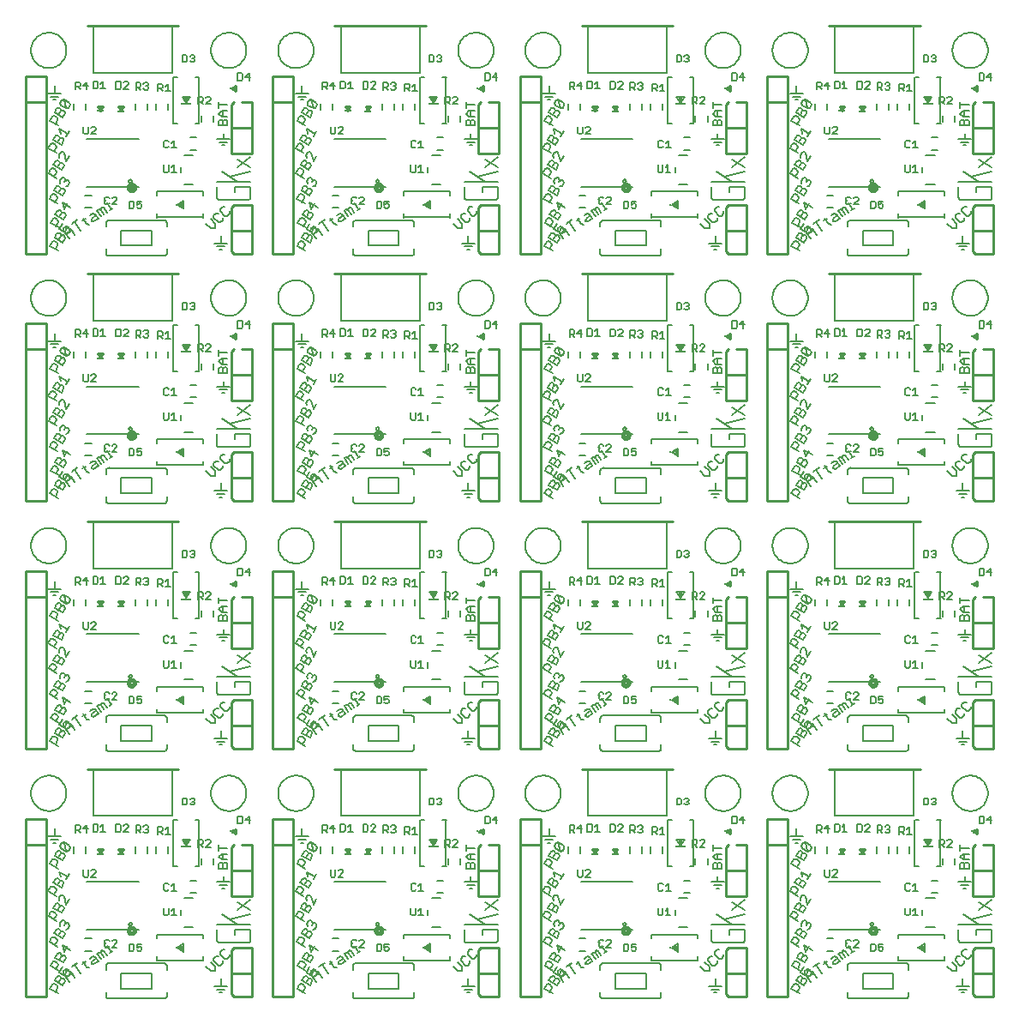
<source format=gto>
G75*
G70*
%OFA0B0*%
%FSLAX25Y25*%
%IPPOS*%
%LPD*%
%AMOC8*
5,1,8,0,0,1.08239X$1,22.5*
%
%ADD20C,0.01600*%
%ADD24C,0.01000*%
%ADD34R,0.03940X0.00790*%
%ADD50R,0.02800X0.00500*%
%ADD54C,0.00800*%
%ADD59R,0.00800X0.00800*%
X0011000Y0011000D02*
G75*
%LPD*%
D54*
X0021440Y0015040D02*
X0022370Y0016640D01*
X0023210Y0016870D01*
X0024280Y0016250D01*
X0024510Y0015410D01*
X0023580Y0013810D01*
X0024650Y0013190D02*
X0021440Y0015040D01*
X0023290Y0018230D02*
X0024210Y0019830D01*
X0025050Y0020060D01*
X0025590Y0019750D01*
X0025810Y0018910D01*
X0024890Y0017300D01*
X0026490Y0016380D02*
X0027420Y0017980D01*
X0027190Y0018830D01*
X0026660Y0019130D01*
X0025810Y0018910D01*
X0027800Y0019880D02*
X0028640Y0020100D01*
X0029260Y0021170D01*
X0029030Y0022020D01*
X0027960Y0022630D01*
X0027120Y0022410D01*
X0026810Y0021870D01*
X0026730Y0020490D01*
X0025130Y0021420D01*
X0026360Y0023560D01*
X0024770Y0024310D02*
X0023840Y0022710D01*
X0024910Y0022090D02*
X0021700Y0023940D01*
X0022630Y0025550D01*
X0023470Y0025770D01*
X0024540Y0025160D01*
X0024770Y0024310D01*
X0026750Y0025280D02*
X0027680Y0026890D01*
X0027450Y0027730D01*
X0026920Y0028040D01*
X0026070Y0027810D01*
X0025150Y0026210D01*
X0026070Y0027810D02*
X0025850Y0028650D01*
X0025310Y0028960D01*
X0024470Y0028740D01*
X0023540Y0027130D01*
X0026750Y0025280D01*
X0026990Y0029400D02*
X0028220Y0031540D01*
X0026310Y0031930D02*
X0026990Y0029400D01*
X0029520Y0030080D02*
X0026310Y0031930D01*
X0024480Y0031460D02*
X0021280Y0033310D01*
X0022200Y0034910D01*
X0023050Y0035140D01*
X0024120Y0034520D01*
X0024340Y0033680D01*
X0023420Y0032080D01*
X0026330Y0034650D02*
X0027250Y0036250D01*
X0027030Y0037090D01*
X0026490Y0037400D01*
X0025650Y0037180D01*
X0024720Y0035570D01*
X0023120Y0036500D02*
X0024040Y0038100D01*
X0024890Y0038330D01*
X0025420Y0038020D01*
X0025650Y0037180D01*
X0027630Y0038150D02*
X0028480Y0038370D01*
X0029090Y0039440D01*
X0028870Y0040280D01*
X0028330Y0040590D01*
X0027490Y0040370D01*
X0027180Y0039830D01*
X0027490Y0040370D02*
X0027260Y0041210D01*
X0026730Y0041520D01*
X0025890Y0041290D01*
X0025270Y0040220D01*
X0025500Y0039380D01*
X0024140Y0041410D02*
X0020930Y0043260D01*
X0021860Y0044870D01*
X0022700Y0045090D01*
X0023770Y0044480D01*
X0024000Y0043630D01*
X0023070Y0042030D01*
X0025980Y0044600D02*
X0026910Y0046210D01*
X0026680Y0047050D01*
X0026150Y0047360D01*
X0025310Y0047130D01*
X0024380Y0045530D01*
X0025310Y0047130D02*
X0025080Y0047980D01*
X0024540Y0048280D01*
X0023700Y0048060D01*
X0022780Y0046450D01*
X0025980Y0044600D01*
X0027820Y0047790D02*
X0026920Y0051160D01*
X0026390Y0051470D01*
X0025540Y0051250D01*
X0024930Y0050180D01*
X0025150Y0049340D01*
X0024090Y0051130D02*
X0020880Y0052980D01*
X0021800Y0054590D01*
X0022650Y0054810D01*
X0023720Y0054190D01*
X0023940Y0053350D01*
X0023020Y0051750D01*
X0024320Y0055250D02*
X0025250Y0056850D01*
X0026090Y0057080D01*
X0026630Y0056770D01*
X0026850Y0055920D01*
X0025930Y0054320D01*
X0022720Y0056170D01*
X0023650Y0057780D01*
X0024490Y0058000D01*
X0025020Y0057690D01*
X0025250Y0056850D01*
X0025630Y0058740D02*
X0025180Y0060430D01*
X0028390Y0058580D01*
X0027770Y0057510D02*
X0029000Y0059650D01*
X0024660Y0061790D02*
X0021450Y0063640D01*
X0022380Y0065250D01*
X0023220Y0065470D01*
X0024290Y0064850D01*
X0024510Y0064010D01*
X0023590Y0062410D01*
X0024890Y0065910D02*
X0025820Y0067510D01*
X0026660Y0067740D01*
X0027200Y0067430D01*
X0027420Y0066580D01*
X0026500Y0064980D01*
X0023290Y0066830D01*
X0024220Y0068440D01*
X0025060Y0068660D01*
X0025590Y0068350D01*
X0025820Y0067510D01*
X0025670Y0069710D02*
X0027810Y0068480D01*
X0026900Y0071850D01*
X0029040Y0070620D01*
X0029270Y0069770D01*
X0028650Y0068700D01*
X0027810Y0068480D01*
X0025670Y0069710D02*
X0025440Y0070560D01*
X0026060Y0071630D01*
X0026900Y0071850D01*
X0031350Y0075800D02*
X0031350Y0078700D01*
X0032800Y0078700D01*
X0033280Y0078220D01*
X0033280Y0077250D01*
X0032800Y0076770D01*
X0031350Y0076770D01*
X0032320Y0076770D02*
X0033280Y0075800D01*
X0034300Y0077250D02*
X0036230Y0077250D01*
X0035750Y0075800D02*
X0035750Y0078700D01*
X0034300Y0077250D01*
X0038250Y0076150D02*
X0039700Y0076150D01*
X0040180Y0076630D01*
X0040180Y0078570D01*
X0039700Y0079050D01*
X0038250Y0079050D01*
X0038250Y0076150D01*
X0041200Y0076150D02*
X0043130Y0076150D01*
X0042160Y0076150D02*
X0042160Y0079050D01*
X0041200Y0078080D01*
X0047150Y0078950D02*
X0047150Y0076050D01*
X0048600Y0076050D01*
X0049080Y0076530D01*
X0049080Y0078470D01*
X0048600Y0078950D01*
X0047150Y0078950D01*
X0050100Y0078470D02*
X0050580Y0078950D01*
X0051550Y0078950D01*
X0052030Y0078470D01*
X0052030Y0077980D01*
X0050100Y0076050D01*
X0052030Y0076050D01*
X0054900Y0075650D02*
X0054900Y0078550D01*
X0056350Y0078550D01*
X0056830Y0078070D01*
X0056830Y0077100D01*
X0056350Y0076620D01*
X0054900Y0076620D01*
X0055870Y0076620D02*
X0056830Y0075650D01*
X0057850Y0076130D02*
X0058330Y0075650D01*
X0059300Y0075650D01*
X0059780Y0076130D01*
X0059780Y0076620D01*
X0059300Y0077100D01*
X0058810Y0077100D01*
X0059300Y0077100D02*
X0059780Y0077580D01*
X0059780Y0078070D01*
X0059300Y0078550D01*
X0058330Y0078550D01*
X0057850Y0078070D01*
X0063400Y0078050D02*
X0063400Y0075150D01*
X0063400Y0076120D02*
X0064850Y0076120D01*
X0065330Y0076600D01*
X0065330Y0077570D01*
X0064850Y0078050D01*
X0063400Y0078050D01*
X0064370Y0076120D02*
X0065330Y0075150D01*
X0066350Y0075150D02*
X0068280Y0075150D01*
X0067310Y0075150D02*
X0067310Y0078050D01*
X0066350Y0077080D01*
X0079030Y0073000D02*
X0079030Y0070100D01*
X0079030Y0071070D02*
X0080480Y0071070D01*
X0080960Y0071550D01*
X0080960Y0072520D01*
X0080480Y0073000D01*
X0079030Y0073000D01*
X0080000Y0071070D02*
X0080960Y0070100D01*
X0081980Y0070100D02*
X0083910Y0072030D01*
X0083910Y0072520D01*
X0083430Y0073000D01*
X0082460Y0073000D01*
X0081980Y0072520D01*
X0081980Y0070100D02*
X0083910Y0070100D01*
X0087120Y0069750D02*
X0090520Y0069750D01*
X0090520Y0067480D02*
X0088250Y0067480D01*
X0087120Y0066350D01*
X0088250Y0065210D01*
X0090520Y0065210D01*
X0089950Y0064070D02*
X0090520Y0063510D01*
X0090520Y0061810D01*
X0087120Y0061810D01*
X0087120Y0063510D01*
X0087690Y0064070D01*
X0088250Y0064070D01*
X0088820Y0063510D01*
X0088820Y0061810D01*
X0088820Y0063510D02*
X0089390Y0064070D01*
X0089950Y0064070D01*
X0088820Y0065210D02*
X0088820Y0067480D01*
X0087120Y0068620D02*
X0087120Y0070890D01*
X0094550Y0079260D02*
X0096000Y0079260D01*
X0096490Y0079750D01*
X0096490Y0081680D01*
X0096000Y0082160D01*
X0094550Y0082160D01*
X0094550Y0079260D01*
X0097500Y0080710D02*
X0099430Y0080710D01*
X0098950Y0079260D02*
X0098950Y0082160D01*
X0097500Y0080710D01*
X0069690Y0056040D02*
X0069690Y0053140D01*
X0068720Y0053140D02*
X0070660Y0053140D01*
X0068720Y0055070D02*
X0069690Y0056040D01*
X0067710Y0055560D02*
X0067220Y0056040D01*
X0066260Y0056040D01*
X0065770Y0055560D01*
X0065770Y0053620D01*
X0066260Y0053140D01*
X0067220Y0053140D01*
X0067710Y0053620D01*
X0067630Y0046460D02*
X0067630Y0044040D01*
X0067150Y0043560D01*
X0066180Y0043560D01*
X0065700Y0044040D01*
X0065700Y0046460D01*
X0068650Y0045490D02*
X0069610Y0046460D01*
X0069610Y0043560D01*
X0068650Y0043560D02*
X0070580Y0043560D01*
X0086070Y0027630D02*
X0085190Y0026750D01*
X0085190Y0025880D01*
X0086940Y0024140D01*
X0087810Y0024140D01*
X0088680Y0025010D01*
X0088680Y0025880D01*
X0089540Y0026740D02*
X0090420Y0026740D01*
X0091290Y0027610D01*
X0091290Y0028490D01*
X0089540Y0030230D02*
X0088670Y0030230D01*
X0087800Y0029360D01*
X0087800Y0028490D01*
X0089540Y0026740D01*
X0086940Y0027630D02*
X0086070Y0027630D01*
X0083900Y0025460D02*
X0085640Y0023710D01*
X0085640Y0021970D01*
X0083900Y0021970D01*
X0082150Y0023710D01*
X0047540Y0031130D02*
X0045610Y0031130D01*
X0047540Y0033060D01*
X0047540Y0033550D01*
X0047060Y0034030D01*
X0046090Y0034030D01*
X0045610Y0033550D01*
X0044590Y0033550D02*
X0044110Y0034030D01*
X0043140Y0034030D01*
X0042660Y0033550D01*
X0042660Y0031610D01*
X0043140Y0031130D01*
X0044110Y0031130D01*
X0044590Y0031610D01*
X0027820Y0047790D02*
X0029060Y0049930D01*
X0034970Y0058460D02*
X0035940Y0058460D01*
X0036420Y0058940D01*
X0036420Y0061360D01*
X0037440Y0060880D02*
X0037920Y0061360D01*
X0038890Y0061360D01*
X0039370Y0060880D01*
X0039370Y0060390D01*
X0037440Y0058460D01*
X0039370Y0058460D01*
X0034970Y0058460D02*
X0034490Y0058940D01*
X0034490Y0061360D01*
X0023120Y0036500D02*
X0026330Y0034650D01*
X0023290Y0018230D02*
X0026490Y0016380D01*
D54*
X0043290Y0013770D02*
X0043290Y0012190D01*
X0043300Y0012020D01*
X0043350Y0011850D01*
X0043420Y0011700D01*
X0043520Y0011560D01*
X0043640Y0011440D01*
X0043780Y0011340D01*
X0043930Y0011270D01*
X0044100Y0011220D01*
X0044270Y0011210D01*
X0065930Y0011210D01*
X0066100Y0011220D01*
X0066270Y0011270D01*
X0066420Y0011340D01*
X0066560Y0011440D01*
X0066680Y0011560D01*
X0066780Y0011700D01*
X0066850Y0011850D01*
X0066900Y0012020D01*
X0066910Y0012190D01*
X0066910Y0013770D01*
X0061010Y0015150D02*
X0061010Y0021050D01*
X0049190Y0021050D01*
X0049190Y0015150D01*
X0061010Y0015150D01*
X0066910Y0022430D02*
X0066910Y0024010D01*
X0066900Y0024180D01*
X0066850Y0024350D01*
X0066780Y0024500D01*
X0066680Y0024640D01*
X0066560Y0024760D01*
X0066420Y0024860D01*
X0066270Y0024930D01*
X0066100Y0024980D01*
X0065930Y0024990D01*
X0044670Y0024990D01*
X0044460Y0025010D01*
X0044250Y0024990D01*
X0044050Y0024930D01*
X0043860Y0024840D01*
X0043690Y0024720D01*
X0043540Y0024570D01*
X0043430Y0024400D01*
X0043340Y0024210D01*
X0043290Y0024010D01*
X0043290Y0022430D01*
X0063000Y0026000D02*
X0063000Y0027500D01*
X0063000Y0034500D02*
X0063000Y0036000D01*
X0081000Y0036000D02*
X0081000Y0034500D01*
X0081000Y0027500D02*
X0081000Y0026000D01*
X0088020Y0019010D02*
X0088020Y0016010D01*
X0090520Y0016010D01*
X0089520Y0014810D02*
X0086520Y0014810D01*
X0087520Y0013600D02*
X0088520Y0013600D01*
X0088020Y0016010D02*
X0085520Y0016010D01*
X0088440Y0054160D02*
X0089440Y0054160D01*
X0090450Y0055370D02*
X0087450Y0055370D01*
X0086450Y0056570D02*
X0088950Y0056570D01*
X0088950Y0058570D01*
X0088950Y0056570D02*
X0091450Y0056570D01*
X0079510Y0062610D02*
X0078010Y0062610D01*
X0071010Y0062610D02*
X0069510Y0062610D01*
X0069510Y0080610D02*
X0071010Y0080610D01*
X0078010Y0080610D02*
X0079510Y0080610D01*
X0025880Y0074220D02*
X0023380Y0074220D01*
X0023380Y0077220D01*
X0023380Y0074220D02*
X0020880Y0074220D01*
X0021880Y0073020D02*
X0024880Y0073020D01*
X0023870Y0071810D02*
X0022870Y0071810D01*
D54*
X0042590Y0033190D02*
X0042980Y0032630D01*
X0043770Y0031510D02*
X0045330Y0029260D01*
X0044770Y0028870D02*
X0045890Y0029660D01*
X0043620Y0028070D02*
X0042440Y0029750D01*
X0041490Y0029910D01*
X0041320Y0028960D01*
X0042500Y0027280D01*
X0041380Y0026500D02*
X0039810Y0028740D01*
X0040370Y0029130D01*
X0041320Y0028960D01*
X0039440Y0026810D02*
X0037760Y0025630D01*
X0037590Y0024680D01*
X0038550Y0024510D01*
X0040230Y0025690D01*
X0039050Y0027370D01*
X0038100Y0027540D01*
X0036980Y0026750D01*
X0035270Y0025560D02*
X0034150Y0024780D01*
X0034320Y0025730D02*
X0035890Y0023490D01*
X0036840Y0023320D01*
X0033450Y0020940D02*
X0031100Y0024300D01*
X0029980Y0023520D02*
X0032220Y0025090D01*
X0029610Y0021590D02*
X0031180Y0019350D01*
X0030000Y0021030D02*
X0027760Y0019460D01*
X0027370Y0020020D02*
X0027700Y0021930D01*
X0029610Y0021590D01*
X0027370Y0020020D02*
X0028930Y0017780D01*
X0043210Y0031110D02*
X0043770Y0031510D01*
D50*
X0041100Y0067450D03*
X0049000Y0067350D03*
D24*
X0020000Y0012000D02*
X0012000Y0012000D01*
X0012000Y0071000D01*
X0020000Y0071000D01*
X0020000Y0081000D01*
X0012000Y0081000D01*
X0012000Y0071000D01*
X0020000Y0071000D02*
X0020000Y0012000D01*
X0041100Y0067700D02*
X0040200Y0069400D01*
X0042000Y0069400D01*
X0041100Y0067700D01*
X0040870Y0068130D02*
X0041330Y0068130D01*
X0041850Y0069120D02*
X0040350Y0069120D01*
X0048100Y0069400D02*
X0049000Y0067700D01*
X0049900Y0069400D01*
X0048100Y0069400D01*
X0048250Y0069120D02*
X0049750Y0069120D01*
X0049230Y0068130D02*
X0048770Y0068130D01*
X0036090Y0100490D02*
X0071530Y0100490D01*
X0092100Y0076200D02*
X0093800Y0077100D01*
X0093800Y0075300D01*
X0092100Y0076200D01*
X0092460Y0076010D02*
X0093800Y0076010D01*
X0093800Y0077000D02*
X0093600Y0077000D01*
X0093000Y0071000D02*
X0092000Y0070000D01*
X0092000Y0061000D01*
X0092000Y0051000D01*
X0100000Y0051000D01*
X0100000Y0061000D01*
X0092000Y0061000D01*
X0100000Y0061000D02*
X0100000Y0071000D01*
X0096000Y0071000D01*
X0093000Y0031000D02*
X0100000Y0031000D01*
X0100000Y0021000D01*
X0092000Y0021000D01*
X0092000Y0030000D01*
X0093000Y0031000D01*
X0092000Y0021000D02*
X0092000Y0013000D01*
X0093000Y0012000D01*
X0100000Y0012000D01*
X0100000Y0021000D01*
D59*
X0091650Y0076200D03*
D54*
X0084990Y0065630D02*
X0084990Y0063270D01*
X0080270Y0063270D02*
X0080270Y0065630D01*
X0079410Y0062640D02*
X0079410Y0080640D01*
X0077230Y0086500D02*
X0076360Y0086500D01*
X0075920Y0086940D01*
X0074710Y0086940D02*
X0074710Y0088670D01*
X0074280Y0089110D01*
X0072980Y0089110D01*
X0072980Y0086500D01*
X0074280Y0086500D01*
X0074710Y0086940D01*
X0075920Y0088670D02*
X0076360Y0089110D01*
X0077230Y0089110D01*
X0077660Y0088670D01*
X0077660Y0088240D01*
X0077230Y0087800D01*
X0077660Y0087370D01*
X0077660Y0086940D01*
X0077230Y0086500D01*
X0077230Y0087800D02*
X0076790Y0087800D01*
X0069410Y0080640D02*
X0069410Y0062640D01*
X0067360Y0067820D02*
X0067360Y0070180D01*
X0062640Y0070180D02*
X0062640Y0067820D01*
X0059360Y0067820D02*
X0059360Y0070180D01*
X0054640Y0070180D02*
X0054640Y0067820D01*
X0055940Y0056610D02*
X0035840Y0056610D01*
X0035360Y0067820D02*
X0035360Y0070180D01*
X0030640Y0070180D02*
X0030640Y0067820D01*
X0035840Y0038010D02*
X0055940Y0038010D01*
X0055420Y0032340D02*
X0055420Y0031040D01*
X0056280Y0031470D01*
X0056720Y0031470D01*
X0057150Y0031040D01*
X0057150Y0030170D01*
X0056720Y0029740D01*
X0055850Y0029740D01*
X0055420Y0030170D01*
X0054200Y0030170D02*
X0053770Y0029740D01*
X0052470Y0029740D01*
X0052470Y0032340D01*
X0053770Y0032340D01*
X0054200Y0031910D01*
X0054200Y0030170D01*
X0055420Y0032340D02*
X0057150Y0032340D01*
X0063030Y0036100D02*
X0081030Y0036100D01*
X0086500Y0038000D02*
X0086500Y0034000D01*
X0086520Y0033830D01*
X0086560Y0033660D01*
X0086630Y0033500D01*
X0086730Y0033360D01*
X0086860Y0033230D01*
X0087000Y0033130D01*
X0087160Y0033060D01*
X0087330Y0033020D01*
X0087500Y0033000D01*
X0098500Y0033000D01*
X0098670Y0033020D01*
X0098840Y0033060D01*
X0099000Y0033130D01*
X0099140Y0033230D01*
X0099270Y0033360D01*
X0099370Y0033500D01*
X0099440Y0033660D01*
X0099480Y0033830D01*
X0099500Y0034000D01*
X0099500Y0038000D01*
X0093500Y0038000D01*
X0093500Y0036000D01*
X0094500Y0040000D02*
X0091500Y0042000D01*
X0099500Y0044000D01*
X0099500Y0045500D02*
X0094500Y0048500D01*
X0094500Y0045500D02*
X0099500Y0049500D01*
X0091500Y0042000D02*
X0088500Y0044000D01*
X0086500Y0040000D02*
X0094500Y0040000D01*
X0099500Y0040000D01*
X0081030Y0026100D02*
X0063030Y0026100D01*
X0037570Y0029780D02*
X0035210Y0029780D01*
X0035210Y0034500D02*
X0037570Y0034500D01*
X0075940Y0052370D02*
X0078300Y0052370D01*
X0078300Y0057100D02*
X0075940Y0057100D01*
D20*
X0052080Y0037700D02*
X0052100Y0037910D01*
X0052160Y0038100D01*
X0052250Y0038290D01*
X0052370Y0038450D01*
X0052530Y0038590D01*
X0052700Y0038700D01*
X0052890Y0038780D01*
X0053100Y0038820D01*
X0053300Y0038820D01*
X0053510Y0038780D01*
X0053700Y0038700D01*
X0053870Y0038590D01*
X0054030Y0038450D01*
X0054150Y0038290D01*
X0054240Y0038100D01*
X0054300Y0037910D01*
X0054320Y0037700D01*
X0054300Y0037490D01*
X0054240Y0037300D01*
X0054150Y0037110D01*
X0054030Y0036950D01*
X0053870Y0036810D01*
X0053700Y0036700D01*
X0053510Y0036620D01*
X0053300Y0036580D01*
X0053100Y0036580D01*
X0052890Y0036620D01*
X0052700Y0036700D01*
X0052530Y0036810D01*
X0052370Y0036950D01*
X0052250Y0037110D01*
X0052160Y0037300D01*
X0052100Y0037490D01*
X0052080Y0037700D01*
D54*
X0052170Y0040210D02*
X0052190Y0040360D01*
X0052250Y0040490D01*
X0052340Y0040610D01*
X0052450Y0040700D01*
X0052590Y0040760D01*
X0052740Y0040780D01*
X0052890Y0040760D01*
X0053020Y0040700D01*
X0053140Y0040610D01*
X0053230Y0040500D01*
X0053290Y0040360D01*
X0053310Y0040210D01*
X0053290Y0040060D01*
X0053230Y0039930D01*
X0053140Y0039810D01*
X0053030Y0039720D01*
X0052890Y0039660D01*
X0052740Y0039640D01*
X0052590Y0039660D01*
X0052460Y0039720D01*
X0052340Y0039810D01*
X0052250Y0039920D01*
X0052190Y0040060D01*
X0052170Y0040210D01*
X0071020Y0031000D02*
X0073380Y0029430D01*
X0073380Y0032570D01*
X0071020Y0031000D01*
X0071610Y0031000D02*
X0072790Y0030210D01*
X0072790Y0031790D01*
X0071610Y0031000D01*
X0072170Y0030630D02*
X0072790Y0030630D01*
X0072790Y0031410D02*
X0072220Y0031410D01*
X0073810Y0038990D02*
X0077190Y0038990D01*
X0072310Y0043530D02*
X0072310Y0045650D01*
X0073810Y0050190D02*
X0077190Y0050190D01*
X0074510Y0070630D02*
X0076080Y0072990D01*
X0072940Y0072990D01*
X0074510Y0070630D01*
X0074510Y0071220D02*
X0075300Y0072400D01*
X0073720Y0072400D01*
X0074510Y0071220D01*
X0074360Y0071450D02*
X0074660Y0071450D01*
X0075190Y0072230D02*
X0073830Y0072230D01*
X0084110Y0091000D02*
X0084130Y0091520D01*
X0084190Y0092040D01*
X0084290Y0092550D01*
X0084420Y0093050D01*
X0084600Y0093550D01*
X0084810Y0094020D01*
X0085050Y0094480D01*
X0085340Y0094920D01*
X0085650Y0095340D01*
X0085990Y0095730D01*
X0086360Y0096100D01*
X0086760Y0096430D01*
X0087190Y0096740D01*
X0087630Y0097010D01*
X0088090Y0097250D01*
X0088580Y0097450D01*
X0089070Y0097610D01*
X0089580Y0097740D01*
X0090090Y0097830D01*
X0090610Y0097880D01*
X0091130Y0097890D01*
X0091650Y0097860D01*
X0092170Y0097790D01*
X0092680Y0097680D01*
X0093180Y0097540D01*
X0093670Y0097350D01*
X0094140Y0097130D01*
X0094590Y0096880D01*
X0095030Y0096590D01*
X0095440Y0096270D01*
X0095830Y0095920D01*
X0096180Y0095540D01*
X0096510Y0095130D01*
X0096810Y0094710D01*
X0097070Y0094260D01*
X0097300Y0093790D01*
X0097490Y0093300D01*
X0097650Y0092800D01*
X0097770Y0092300D01*
X0097850Y0091780D01*
X0097890Y0091260D01*
X0097890Y0090740D01*
X0097850Y0090220D01*
X0097770Y0089700D01*
X0097650Y0089200D01*
X0097490Y0088700D01*
X0097300Y0088210D01*
X0097070Y0087740D01*
X0096810Y0087290D01*
X0096510Y0086870D01*
X0096180Y0086460D01*
X0095830Y0086080D01*
X0095440Y0085730D01*
X0095030Y0085410D01*
X0094590Y0085120D01*
X0094140Y0084870D01*
X0093670Y0084650D01*
X0093180Y0084460D01*
X0092680Y0084320D01*
X0092170Y0084210D01*
X0091650Y0084140D01*
X0091130Y0084110D01*
X0090610Y0084120D01*
X0090090Y0084170D01*
X0089580Y0084260D01*
X0089070Y0084390D01*
X0088580Y0084550D01*
X0088090Y0084750D01*
X0087630Y0084990D01*
X0087190Y0085260D01*
X0086760Y0085570D01*
X0086360Y0085900D01*
X0085990Y0086270D01*
X0085650Y0086660D01*
X0085340Y0087080D01*
X0085050Y0087520D01*
X0084810Y0087980D01*
X0084600Y0088450D01*
X0084420Y0088950D01*
X0084290Y0089450D01*
X0084190Y0089960D01*
X0084130Y0090480D01*
X0084110Y0091000D01*
X0014110Y0091000D02*
X0014130Y0091520D01*
X0014190Y0092040D01*
X0014290Y0092550D01*
X0014420Y0093050D01*
X0014600Y0093550D01*
X0014810Y0094020D01*
X0015050Y0094480D01*
X0015340Y0094920D01*
X0015650Y0095340D01*
X0015990Y0095730D01*
X0016360Y0096100D01*
X0016760Y0096430D01*
X0017190Y0096740D01*
X0017630Y0097010D01*
X0018090Y0097250D01*
X0018580Y0097450D01*
X0019070Y0097610D01*
X0019580Y0097740D01*
X0020090Y0097830D01*
X0020610Y0097880D01*
X0021130Y0097890D01*
X0021650Y0097860D01*
X0022170Y0097790D01*
X0022680Y0097680D01*
X0023180Y0097540D01*
X0023670Y0097350D01*
X0024140Y0097130D01*
X0024590Y0096880D01*
X0025030Y0096590D01*
X0025440Y0096270D01*
X0025830Y0095920D01*
X0026180Y0095540D01*
X0026510Y0095130D01*
X0026810Y0094710D01*
X0027070Y0094260D01*
X0027300Y0093790D01*
X0027490Y0093300D01*
X0027650Y0092800D01*
X0027770Y0092300D01*
X0027850Y0091780D01*
X0027890Y0091260D01*
X0027890Y0090740D01*
X0027850Y0090220D01*
X0027770Y0089700D01*
X0027650Y0089200D01*
X0027490Y0088700D01*
X0027300Y0088210D01*
X0027070Y0087740D01*
X0026810Y0087290D01*
X0026510Y0086870D01*
X0026180Y0086460D01*
X0025830Y0086080D01*
X0025440Y0085730D01*
X0025030Y0085410D01*
X0024590Y0085120D01*
X0024140Y0084870D01*
X0023670Y0084650D01*
X0023180Y0084460D01*
X0022680Y0084320D01*
X0022170Y0084210D01*
X0021650Y0084140D01*
X0021130Y0084110D01*
X0020610Y0084120D01*
X0020090Y0084170D01*
X0019580Y0084260D01*
X0019070Y0084390D01*
X0018580Y0084550D01*
X0018090Y0084750D01*
X0017630Y0084990D01*
X0017190Y0085260D01*
X0016760Y0085570D01*
X0016360Y0085900D01*
X0015990Y0086270D01*
X0015650Y0086660D01*
X0015340Y0087080D01*
X0015050Y0087520D01*
X0014810Y0087980D01*
X0014600Y0088450D01*
X0014420Y0088950D01*
X0014290Y0089450D01*
X0014190Y0089960D01*
X0014130Y0090480D01*
X0014110Y0091000D01*
D34*
X0074510Y0070230D03*
D59*
X0092400Y0075810D03*
X0049000Y0068010D03*
X0041100Y0068110D03*
D54*
X0038460Y0082180D02*
X0038460Y0100690D01*
X0038460Y0082180D02*
X0069160Y0082180D01*
X0069160Y0100690D01*
D59*
X0070620Y0031000D03*
X0011000Y0107250D02*
G75*
%LPD*%
D54*
X0021440Y0111290D02*
X0022370Y0112890D01*
X0023210Y0113120D01*
X0024280Y0112500D01*
X0024510Y0111660D01*
X0023580Y0110060D01*
X0024650Y0109440D02*
X0021440Y0111290D01*
X0023290Y0114480D02*
X0024210Y0116080D01*
X0025050Y0116310D01*
X0025590Y0116000D01*
X0025810Y0115160D01*
X0024890Y0113550D01*
X0026490Y0112630D02*
X0027420Y0114230D01*
X0027190Y0115080D01*
X0026660Y0115380D01*
X0025810Y0115160D01*
X0027800Y0116130D02*
X0028640Y0116350D01*
X0029260Y0117420D01*
X0029030Y0118270D01*
X0027960Y0118880D01*
X0027120Y0118660D01*
X0026810Y0118120D01*
X0026730Y0116740D01*
X0025130Y0117670D01*
X0026360Y0119810D01*
X0024770Y0120560D02*
X0023840Y0118960D01*
X0024910Y0118340D02*
X0021700Y0120190D01*
X0022630Y0121800D01*
X0023470Y0122020D01*
X0024540Y0121410D01*
X0024770Y0120560D01*
X0026750Y0121530D02*
X0027680Y0123140D01*
X0027450Y0123980D01*
X0026920Y0124290D01*
X0026070Y0124060D01*
X0025150Y0122460D01*
X0026070Y0124060D02*
X0025850Y0124900D01*
X0025310Y0125210D01*
X0024470Y0124990D01*
X0023540Y0123380D01*
X0026750Y0121530D01*
X0026990Y0125650D02*
X0028220Y0127790D01*
X0026310Y0128180D02*
X0026990Y0125650D01*
X0029520Y0126330D02*
X0026310Y0128180D01*
X0024480Y0127710D02*
X0021280Y0129560D01*
X0022200Y0131160D01*
X0023050Y0131390D01*
X0024120Y0130770D01*
X0024340Y0129930D01*
X0023420Y0128330D01*
X0026330Y0130900D02*
X0027250Y0132500D01*
X0027030Y0133340D01*
X0026490Y0133650D01*
X0025650Y0133430D01*
X0024720Y0131820D01*
X0023120Y0132750D02*
X0024040Y0134350D01*
X0024890Y0134580D01*
X0025420Y0134270D01*
X0025650Y0133430D01*
X0027630Y0134400D02*
X0028480Y0134620D01*
X0029090Y0135690D01*
X0028870Y0136530D01*
X0028330Y0136840D01*
X0027490Y0136620D01*
X0027180Y0136080D01*
X0027490Y0136620D02*
X0027260Y0137460D01*
X0026730Y0137770D01*
X0025890Y0137540D01*
X0025270Y0136470D01*
X0025500Y0135630D01*
X0024140Y0137660D02*
X0020930Y0139510D01*
X0021860Y0141120D01*
X0022700Y0141340D01*
X0023770Y0140730D01*
X0024000Y0139880D01*
X0023070Y0138280D01*
X0025980Y0140850D02*
X0026910Y0142460D01*
X0026680Y0143300D01*
X0026150Y0143610D01*
X0025310Y0143380D01*
X0024380Y0141780D01*
X0025310Y0143380D02*
X0025080Y0144230D01*
X0024540Y0144530D01*
X0023700Y0144310D01*
X0022780Y0142700D01*
X0025980Y0140850D01*
X0027820Y0144040D02*
X0026920Y0147410D01*
X0026390Y0147720D01*
X0025540Y0147500D01*
X0024930Y0146430D01*
X0025150Y0145590D01*
X0024090Y0147380D02*
X0020880Y0149230D01*
X0021800Y0150840D01*
X0022650Y0151060D01*
X0023720Y0150440D01*
X0023940Y0149600D01*
X0023020Y0148000D01*
X0024320Y0151500D02*
X0025250Y0153100D01*
X0026090Y0153330D01*
X0026630Y0153020D01*
X0026850Y0152170D01*
X0025930Y0150570D01*
X0022720Y0152420D01*
X0023650Y0154030D01*
X0024490Y0154250D01*
X0025020Y0153940D01*
X0025250Y0153100D01*
X0025630Y0154990D02*
X0025180Y0156680D01*
X0028390Y0154830D01*
X0027770Y0153760D02*
X0029000Y0155900D01*
X0024660Y0158040D02*
X0021450Y0159890D01*
X0022380Y0161500D01*
X0023220Y0161720D01*
X0024290Y0161100D01*
X0024510Y0160260D01*
X0023590Y0158660D01*
X0024890Y0162160D02*
X0025820Y0163760D01*
X0026660Y0163990D01*
X0027200Y0163680D01*
X0027420Y0162830D01*
X0026500Y0161230D01*
X0023290Y0163080D01*
X0024220Y0164690D01*
X0025060Y0164910D01*
X0025590Y0164600D01*
X0025820Y0163760D01*
X0025670Y0165960D02*
X0027810Y0164730D01*
X0026900Y0168100D01*
X0029040Y0166870D01*
X0029270Y0166020D01*
X0028650Y0164950D01*
X0027810Y0164730D01*
X0025670Y0165960D02*
X0025440Y0166810D01*
X0026060Y0167880D01*
X0026900Y0168100D01*
X0031350Y0172050D02*
X0031350Y0174950D01*
X0032800Y0174950D01*
X0033280Y0174470D01*
X0033280Y0173500D01*
X0032800Y0173020D01*
X0031350Y0173020D01*
X0032320Y0173020D02*
X0033280Y0172050D01*
X0034300Y0173500D02*
X0036230Y0173500D01*
X0035750Y0172050D02*
X0035750Y0174950D01*
X0034300Y0173500D01*
X0038250Y0172400D02*
X0039700Y0172400D01*
X0040180Y0172880D01*
X0040180Y0174820D01*
X0039700Y0175300D01*
X0038250Y0175300D01*
X0038250Y0172400D01*
X0041200Y0172400D02*
X0043130Y0172400D01*
X0042160Y0172400D02*
X0042160Y0175300D01*
X0041200Y0174330D01*
X0047150Y0175200D02*
X0047150Y0172300D01*
X0048600Y0172300D01*
X0049080Y0172780D01*
X0049080Y0174720D01*
X0048600Y0175200D01*
X0047150Y0175200D01*
X0050100Y0174720D02*
X0050580Y0175200D01*
X0051550Y0175200D01*
X0052030Y0174720D01*
X0052030Y0174230D01*
X0050100Y0172300D01*
X0052030Y0172300D01*
X0054900Y0171900D02*
X0054900Y0174800D01*
X0056350Y0174800D01*
X0056830Y0174320D01*
X0056830Y0173350D01*
X0056350Y0172870D01*
X0054900Y0172870D01*
X0055870Y0172870D02*
X0056830Y0171900D01*
X0057850Y0172380D02*
X0058330Y0171900D01*
X0059300Y0171900D01*
X0059780Y0172380D01*
X0059780Y0172870D01*
X0059300Y0173350D01*
X0058810Y0173350D01*
X0059300Y0173350D02*
X0059780Y0173830D01*
X0059780Y0174320D01*
X0059300Y0174800D01*
X0058330Y0174800D01*
X0057850Y0174320D01*
X0063400Y0174300D02*
X0063400Y0171400D01*
X0063400Y0172370D02*
X0064850Y0172370D01*
X0065330Y0172850D01*
X0065330Y0173820D01*
X0064850Y0174300D01*
X0063400Y0174300D01*
X0064370Y0172370D02*
X0065330Y0171400D01*
X0066350Y0171400D02*
X0068280Y0171400D01*
X0067310Y0171400D02*
X0067310Y0174300D01*
X0066350Y0173330D01*
X0079030Y0169250D02*
X0079030Y0166350D01*
X0079030Y0167320D02*
X0080480Y0167320D01*
X0080960Y0167800D01*
X0080960Y0168770D01*
X0080480Y0169250D01*
X0079030Y0169250D01*
X0080000Y0167320D02*
X0080960Y0166350D01*
X0081980Y0166350D02*
X0083910Y0168280D01*
X0083910Y0168770D01*
X0083430Y0169250D01*
X0082460Y0169250D01*
X0081980Y0168770D01*
X0081980Y0166350D02*
X0083910Y0166350D01*
X0087120Y0166000D02*
X0090520Y0166000D01*
X0090520Y0163730D02*
X0088250Y0163730D01*
X0087120Y0162600D01*
X0088250Y0161460D01*
X0090520Y0161460D01*
X0089950Y0160320D02*
X0090520Y0159760D01*
X0090520Y0158060D01*
X0087120Y0158060D01*
X0087120Y0159760D01*
X0087690Y0160320D01*
X0088250Y0160320D01*
X0088820Y0159760D01*
X0088820Y0158060D01*
X0088820Y0159760D02*
X0089390Y0160320D01*
X0089950Y0160320D01*
X0088820Y0161460D02*
X0088820Y0163730D01*
X0087120Y0164870D02*
X0087120Y0167140D01*
X0094550Y0175510D02*
X0096000Y0175510D01*
X0096490Y0176000D01*
X0096490Y0177930D01*
X0096000Y0178410D01*
X0094550Y0178410D01*
X0094550Y0175510D01*
X0097500Y0176960D02*
X0099430Y0176960D01*
X0098950Y0175510D02*
X0098950Y0178410D01*
X0097500Y0176960D01*
X0069690Y0152290D02*
X0069690Y0149390D01*
X0068720Y0149390D02*
X0070660Y0149390D01*
X0068720Y0151320D02*
X0069690Y0152290D01*
X0067710Y0151810D02*
X0067220Y0152290D01*
X0066260Y0152290D01*
X0065770Y0151810D01*
X0065770Y0149870D01*
X0066260Y0149390D01*
X0067220Y0149390D01*
X0067710Y0149870D01*
X0067630Y0142710D02*
X0067630Y0140290D01*
X0067150Y0139810D01*
X0066180Y0139810D01*
X0065700Y0140290D01*
X0065700Y0142710D01*
X0068650Y0141740D02*
X0069610Y0142710D01*
X0069610Y0139810D01*
X0068650Y0139810D02*
X0070580Y0139810D01*
X0086070Y0123880D02*
X0085190Y0123000D01*
X0085190Y0122130D01*
X0086940Y0120390D01*
X0087810Y0120390D01*
X0088680Y0121260D01*
X0088680Y0122130D01*
X0089540Y0122990D02*
X0090420Y0122990D01*
X0091290Y0123860D01*
X0091290Y0124740D01*
X0089540Y0126480D02*
X0088670Y0126480D01*
X0087800Y0125610D01*
X0087800Y0124740D01*
X0089540Y0122990D01*
X0086940Y0123880D02*
X0086070Y0123880D01*
X0083900Y0121710D02*
X0085640Y0119960D01*
X0085640Y0118220D01*
X0083900Y0118220D01*
X0082150Y0119960D01*
X0047540Y0127380D02*
X0045610Y0127380D01*
X0047540Y0129310D01*
X0047540Y0129800D01*
X0047060Y0130280D01*
X0046090Y0130280D01*
X0045610Y0129800D01*
X0044590Y0129800D02*
X0044110Y0130280D01*
X0043140Y0130280D01*
X0042660Y0129800D01*
X0042660Y0127860D01*
X0043140Y0127380D01*
X0044110Y0127380D01*
X0044590Y0127860D01*
X0027820Y0144040D02*
X0029060Y0146180D01*
X0034970Y0154710D02*
X0035940Y0154710D01*
X0036420Y0155190D01*
X0036420Y0157610D01*
X0037440Y0157130D02*
X0037920Y0157610D01*
X0038890Y0157610D01*
X0039370Y0157130D01*
X0039370Y0156640D01*
X0037440Y0154710D01*
X0039370Y0154710D01*
X0034970Y0154710D02*
X0034490Y0155190D01*
X0034490Y0157610D01*
X0023120Y0132750D02*
X0026330Y0130900D01*
X0023290Y0114480D02*
X0026490Y0112630D01*
D54*
X0043290Y0110020D02*
X0043290Y0108440D01*
X0043300Y0108270D01*
X0043350Y0108100D01*
X0043420Y0107950D01*
X0043520Y0107810D01*
X0043640Y0107690D01*
X0043780Y0107590D01*
X0043930Y0107520D01*
X0044100Y0107470D01*
X0044270Y0107460D01*
X0065930Y0107460D01*
X0066100Y0107470D01*
X0066270Y0107520D01*
X0066420Y0107590D01*
X0066560Y0107690D01*
X0066680Y0107810D01*
X0066780Y0107950D01*
X0066850Y0108100D01*
X0066900Y0108270D01*
X0066910Y0108440D01*
X0066910Y0110020D01*
X0061010Y0111400D02*
X0061010Y0117300D01*
X0049190Y0117300D01*
X0049190Y0111400D01*
X0061010Y0111400D01*
X0066910Y0118680D02*
X0066910Y0120260D01*
X0066900Y0120430D01*
X0066850Y0120600D01*
X0066780Y0120750D01*
X0066680Y0120890D01*
X0066560Y0121010D01*
X0066420Y0121110D01*
X0066270Y0121180D01*
X0066100Y0121230D01*
X0065930Y0121240D01*
X0044670Y0121240D01*
X0044460Y0121260D01*
X0044250Y0121240D01*
X0044050Y0121180D01*
X0043860Y0121090D01*
X0043690Y0120970D01*
X0043540Y0120820D01*
X0043430Y0120650D01*
X0043340Y0120460D01*
X0043290Y0120260D01*
X0043290Y0118680D01*
X0063000Y0122250D02*
X0063000Y0123750D01*
X0063000Y0130750D02*
X0063000Y0132250D01*
X0081000Y0132250D02*
X0081000Y0130750D01*
X0081000Y0123750D02*
X0081000Y0122250D01*
X0088020Y0115260D02*
X0088020Y0112260D01*
X0090520Y0112260D01*
X0089520Y0111060D02*
X0086520Y0111060D01*
X0087520Y0109850D02*
X0088520Y0109850D01*
X0088020Y0112260D02*
X0085520Y0112260D01*
X0088440Y0150410D02*
X0089440Y0150410D01*
X0090450Y0151620D02*
X0087450Y0151620D01*
X0086450Y0152820D02*
X0088950Y0152820D01*
X0088950Y0154820D01*
X0088950Y0152820D02*
X0091450Y0152820D01*
X0079510Y0158860D02*
X0078010Y0158860D01*
X0071010Y0158860D02*
X0069510Y0158860D01*
X0069510Y0176860D02*
X0071010Y0176860D01*
X0078010Y0176860D02*
X0079510Y0176860D01*
X0025880Y0170470D02*
X0023380Y0170470D01*
X0023380Y0173470D01*
X0023380Y0170470D02*
X0020880Y0170470D01*
X0021880Y0169270D02*
X0024880Y0169270D01*
X0023870Y0168060D02*
X0022870Y0168060D01*
D54*
X0042590Y0129440D02*
X0042980Y0128880D01*
X0043770Y0127760D02*
X0045330Y0125510D01*
X0044770Y0125120D02*
X0045890Y0125910D01*
X0043620Y0124320D02*
X0042440Y0126000D01*
X0041490Y0126160D01*
X0041320Y0125210D01*
X0042500Y0123530D01*
X0041380Y0122750D02*
X0039810Y0124990D01*
X0040370Y0125380D01*
X0041320Y0125210D01*
X0039440Y0123060D02*
X0037760Y0121880D01*
X0037590Y0120930D01*
X0038550Y0120760D01*
X0040230Y0121940D01*
X0039050Y0123620D01*
X0038100Y0123790D01*
X0036980Y0123000D01*
X0035270Y0121810D02*
X0034150Y0121030D01*
X0034320Y0121980D02*
X0035890Y0119740D01*
X0036840Y0119570D01*
X0033450Y0117190D02*
X0031100Y0120550D01*
X0029980Y0119770D02*
X0032220Y0121340D01*
X0029610Y0117840D02*
X0031180Y0115600D01*
X0030000Y0117280D02*
X0027760Y0115710D01*
X0027370Y0116270D02*
X0027700Y0118180D01*
X0029610Y0117840D01*
X0027370Y0116270D02*
X0028930Y0114030D01*
X0043210Y0127360D02*
X0043770Y0127760D01*
D50*
X0041100Y0163700D03*
X0049000Y0163600D03*
D24*
X0020000Y0108250D02*
X0012000Y0108250D01*
X0012000Y0167250D01*
X0020000Y0167250D01*
X0020000Y0177250D01*
X0012000Y0177250D01*
X0012000Y0167250D01*
X0020000Y0167250D02*
X0020000Y0108250D01*
X0041100Y0163950D02*
X0040200Y0165650D01*
X0042000Y0165650D01*
X0041100Y0163950D01*
X0040870Y0164380D02*
X0041330Y0164380D01*
X0041850Y0165370D02*
X0040350Y0165370D01*
X0048100Y0165650D02*
X0049000Y0163950D01*
X0049900Y0165650D01*
X0048100Y0165650D01*
X0048250Y0165370D02*
X0049750Y0165370D01*
X0049230Y0164380D02*
X0048770Y0164380D01*
X0036090Y0196740D02*
X0071530Y0196740D01*
X0092100Y0172450D02*
X0093800Y0173350D01*
X0093800Y0171550D01*
X0092100Y0172450D01*
X0092460Y0172260D02*
X0093800Y0172260D01*
X0093800Y0173250D02*
X0093600Y0173250D01*
X0093000Y0167250D02*
X0092000Y0166250D01*
X0092000Y0157250D01*
X0092000Y0147250D01*
X0100000Y0147250D01*
X0100000Y0157250D01*
X0092000Y0157250D01*
X0100000Y0157250D02*
X0100000Y0167250D01*
X0096000Y0167250D01*
X0093000Y0127250D02*
X0100000Y0127250D01*
X0100000Y0117250D01*
X0092000Y0117250D01*
X0092000Y0126250D01*
X0093000Y0127250D01*
X0092000Y0117250D02*
X0092000Y0109250D01*
X0093000Y0108250D01*
X0100000Y0108250D01*
X0100000Y0117250D01*
D59*
X0091650Y0172450D03*
D54*
X0084990Y0161880D02*
X0084990Y0159520D01*
X0080270Y0159520D02*
X0080270Y0161880D01*
X0079410Y0158890D02*
X0079410Y0176890D01*
X0077230Y0182750D02*
X0076360Y0182750D01*
X0075920Y0183190D01*
X0074710Y0183190D02*
X0074710Y0184920D01*
X0074280Y0185360D01*
X0072980Y0185360D01*
X0072980Y0182750D01*
X0074280Y0182750D01*
X0074710Y0183190D01*
X0075920Y0184920D02*
X0076360Y0185360D01*
X0077230Y0185360D01*
X0077660Y0184920D01*
X0077660Y0184490D01*
X0077230Y0184050D01*
X0077660Y0183620D01*
X0077660Y0183190D01*
X0077230Y0182750D01*
X0077230Y0184050D02*
X0076790Y0184050D01*
X0069410Y0176890D02*
X0069410Y0158890D01*
X0067360Y0164070D02*
X0067360Y0166430D01*
X0062640Y0166430D02*
X0062640Y0164070D01*
X0059360Y0164070D02*
X0059360Y0166430D01*
X0054640Y0166430D02*
X0054640Y0164070D01*
X0055940Y0152860D02*
X0035840Y0152860D01*
X0035360Y0164070D02*
X0035360Y0166430D01*
X0030640Y0166430D02*
X0030640Y0164070D01*
X0035840Y0134260D02*
X0055940Y0134260D01*
X0055420Y0128590D02*
X0055420Y0127290D01*
X0056280Y0127720D01*
X0056720Y0127720D01*
X0057150Y0127290D01*
X0057150Y0126420D01*
X0056720Y0125990D01*
X0055850Y0125990D01*
X0055420Y0126420D01*
X0054200Y0126420D02*
X0053770Y0125990D01*
X0052470Y0125990D01*
X0052470Y0128590D01*
X0053770Y0128590D01*
X0054200Y0128160D01*
X0054200Y0126420D01*
X0055420Y0128590D02*
X0057150Y0128590D01*
X0063030Y0132350D02*
X0081030Y0132350D01*
X0086500Y0134250D02*
X0086500Y0130250D01*
X0086520Y0130080D01*
X0086560Y0129910D01*
X0086630Y0129750D01*
X0086730Y0129610D01*
X0086860Y0129480D01*
X0087000Y0129380D01*
X0087160Y0129310D01*
X0087330Y0129270D01*
X0087500Y0129250D01*
X0098500Y0129250D01*
X0098670Y0129270D01*
X0098840Y0129310D01*
X0099000Y0129380D01*
X0099140Y0129480D01*
X0099270Y0129610D01*
X0099370Y0129750D01*
X0099440Y0129910D01*
X0099480Y0130080D01*
X0099500Y0130250D01*
X0099500Y0134250D01*
X0093500Y0134250D01*
X0093500Y0132250D01*
X0094500Y0136250D02*
X0091500Y0138250D01*
X0099500Y0140250D01*
X0099500Y0141750D02*
X0094500Y0144750D01*
X0094500Y0141750D02*
X0099500Y0145750D01*
X0091500Y0138250D02*
X0088500Y0140250D01*
X0086500Y0136250D02*
X0094500Y0136250D01*
X0099500Y0136250D01*
X0081030Y0122350D02*
X0063030Y0122350D01*
X0037570Y0126030D02*
X0035210Y0126030D01*
X0035210Y0130750D02*
X0037570Y0130750D01*
X0075940Y0148620D02*
X0078300Y0148620D01*
X0078300Y0153350D02*
X0075940Y0153350D01*
D20*
X0052080Y0133950D02*
X0052100Y0134160D01*
X0052160Y0134350D01*
X0052250Y0134540D01*
X0052370Y0134700D01*
X0052530Y0134840D01*
X0052700Y0134950D01*
X0052890Y0135030D01*
X0053100Y0135070D01*
X0053300Y0135070D01*
X0053510Y0135030D01*
X0053700Y0134950D01*
X0053870Y0134840D01*
X0054030Y0134700D01*
X0054150Y0134540D01*
X0054240Y0134350D01*
X0054300Y0134160D01*
X0054320Y0133950D01*
X0054300Y0133740D01*
X0054240Y0133550D01*
X0054150Y0133360D01*
X0054030Y0133200D01*
X0053870Y0133060D01*
X0053700Y0132950D01*
X0053510Y0132870D01*
X0053300Y0132830D01*
X0053100Y0132830D01*
X0052890Y0132870D01*
X0052700Y0132950D01*
X0052530Y0133060D01*
X0052370Y0133200D01*
X0052250Y0133360D01*
X0052160Y0133550D01*
X0052100Y0133740D01*
X0052080Y0133950D01*
D54*
X0052170Y0136460D02*
X0052190Y0136610D01*
X0052250Y0136740D01*
X0052340Y0136860D01*
X0052450Y0136950D01*
X0052590Y0137010D01*
X0052740Y0137030D01*
X0052890Y0137010D01*
X0053020Y0136950D01*
X0053140Y0136860D01*
X0053230Y0136750D01*
X0053290Y0136610D01*
X0053310Y0136460D01*
X0053290Y0136310D01*
X0053230Y0136180D01*
X0053140Y0136060D01*
X0053030Y0135970D01*
X0052890Y0135910D01*
X0052740Y0135890D01*
X0052590Y0135910D01*
X0052460Y0135970D01*
X0052340Y0136060D01*
X0052250Y0136170D01*
X0052190Y0136310D01*
X0052170Y0136460D01*
X0071020Y0127250D02*
X0073380Y0125680D01*
X0073380Y0128820D01*
X0071020Y0127250D01*
X0071610Y0127250D02*
X0072790Y0126460D01*
X0072790Y0128040D01*
X0071610Y0127250D01*
X0072170Y0126880D02*
X0072790Y0126880D01*
X0072790Y0127660D02*
X0072220Y0127660D01*
X0073810Y0135240D02*
X0077190Y0135240D01*
X0072310Y0139780D02*
X0072310Y0141900D01*
X0073810Y0146440D02*
X0077190Y0146440D01*
X0074510Y0166880D02*
X0076080Y0169240D01*
X0072940Y0169240D01*
X0074510Y0166880D01*
X0074510Y0167470D02*
X0075300Y0168650D01*
X0073720Y0168650D01*
X0074510Y0167470D01*
X0074360Y0167700D02*
X0074660Y0167700D01*
X0075190Y0168480D02*
X0073830Y0168480D01*
X0084110Y0187250D02*
X0084130Y0187770D01*
X0084190Y0188290D01*
X0084290Y0188800D01*
X0084420Y0189300D01*
X0084600Y0189800D01*
X0084810Y0190270D01*
X0085050Y0190730D01*
X0085340Y0191170D01*
X0085650Y0191590D01*
X0085990Y0191980D01*
X0086360Y0192350D01*
X0086760Y0192680D01*
X0087190Y0192990D01*
X0087630Y0193260D01*
X0088090Y0193500D01*
X0088580Y0193700D01*
X0089070Y0193860D01*
X0089580Y0193990D01*
X0090090Y0194080D01*
X0090610Y0194130D01*
X0091130Y0194140D01*
X0091650Y0194110D01*
X0092170Y0194040D01*
X0092680Y0193930D01*
X0093180Y0193790D01*
X0093670Y0193600D01*
X0094140Y0193380D01*
X0094590Y0193130D01*
X0095030Y0192840D01*
X0095440Y0192520D01*
X0095830Y0192170D01*
X0096180Y0191790D01*
X0096510Y0191380D01*
X0096810Y0190960D01*
X0097070Y0190510D01*
X0097300Y0190040D01*
X0097490Y0189550D01*
X0097650Y0189050D01*
X0097770Y0188550D01*
X0097850Y0188030D01*
X0097890Y0187510D01*
X0097890Y0186990D01*
X0097850Y0186470D01*
X0097770Y0185950D01*
X0097650Y0185450D01*
X0097490Y0184950D01*
X0097300Y0184460D01*
X0097070Y0183990D01*
X0096810Y0183540D01*
X0096510Y0183120D01*
X0096180Y0182710D01*
X0095830Y0182330D01*
X0095440Y0181980D01*
X0095030Y0181660D01*
X0094590Y0181370D01*
X0094140Y0181120D01*
X0093670Y0180900D01*
X0093180Y0180710D01*
X0092680Y0180570D01*
X0092170Y0180460D01*
X0091650Y0180390D01*
X0091130Y0180360D01*
X0090610Y0180370D01*
X0090090Y0180420D01*
X0089580Y0180510D01*
X0089070Y0180640D01*
X0088580Y0180800D01*
X0088090Y0181000D01*
X0087630Y0181240D01*
X0087190Y0181510D01*
X0086760Y0181820D01*
X0086360Y0182150D01*
X0085990Y0182520D01*
X0085650Y0182910D01*
X0085340Y0183330D01*
X0085050Y0183770D01*
X0084810Y0184230D01*
X0084600Y0184700D01*
X0084420Y0185200D01*
X0084290Y0185700D01*
X0084190Y0186210D01*
X0084130Y0186730D01*
X0084110Y0187250D01*
X0014110Y0187250D02*
X0014130Y0187770D01*
X0014190Y0188290D01*
X0014290Y0188800D01*
X0014420Y0189300D01*
X0014600Y0189800D01*
X0014810Y0190270D01*
X0015050Y0190730D01*
X0015340Y0191170D01*
X0015650Y0191590D01*
X0015990Y0191980D01*
X0016360Y0192350D01*
X0016760Y0192680D01*
X0017190Y0192990D01*
X0017630Y0193260D01*
X0018090Y0193500D01*
X0018580Y0193700D01*
X0019070Y0193860D01*
X0019580Y0193990D01*
X0020090Y0194080D01*
X0020610Y0194130D01*
X0021130Y0194140D01*
X0021650Y0194110D01*
X0022170Y0194040D01*
X0022680Y0193930D01*
X0023180Y0193790D01*
X0023670Y0193600D01*
X0024140Y0193380D01*
X0024590Y0193130D01*
X0025030Y0192840D01*
X0025440Y0192520D01*
X0025830Y0192170D01*
X0026180Y0191790D01*
X0026510Y0191380D01*
X0026810Y0190960D01*
X0027070Y0190510D01*
X0027300Y0190040D01*
X0027490Y0189550D01*
X0027650Y0189050D01*
X0027770Y0188550D01*
X0027850Y0188030D01*
X0027890Y0187510D01*
X0027890Y0186990D01*
X0027850Y0186470D01*
X0027770Y0185950D01*
X0027650Y0185450D01*
X0027490Y0184950D01*
X0027300Y0184460D01*
X0027070Y0183990D01*
X0026810Y0183540D01*
X0026510Y0183120D01*
X0026180Y0182710D01*
X0025830Y0182330D01*
X0025440Y0181980D01*
X0025030Y0181660D01*
X0024590Y0181370D01*
X0024140Y0181120D01*
X0023670Y0180900D01*
X0023180Y0180710D01*
X0022680Y0180570D01*
X0022170Y0180460D01*
X0021650Y0180390D01*
X0021130Y0180360D01*
X0020610Y0180370D01*
X0020090Y0180420D01*
X0019580Y0180510D01*
X0019070Y0180640D01*
X0018580Y0180800D01*
X0018090Y0181000D01*
X0017630Y0181240D01*
X0017190Y0181510D01*
X0016760Y0181820D01*
X0016360Y0182150D01*
X0015990Y0182520D01*
X0015650Y0182910D01*
X0015340Y0183330D01*
X0015050Y0183770D01*
X0014810Y0184230D01*
X0014600Y0184700D01*
X0014420Y0185200D01*
X0014290Y0185700D01*
X0014190Y0186210D01*
X0014130Y0186730D01*
X0014110Y0187250D01*
D34*
X0074510Y0166480D03*
D59*
X0092400Y0172060D03*
X0049000Y0164260D03*
X0041100Y0164360D03*
D54*
X0038460Y0178430D02*
X0038460Y0196940D01*
X0038460Y0178430D02*
X0069160Y0178430D01*
X0069160Y0196940D01*
D59*
X0070620Y0127250D03*
X0011000Y0203500D02*
G75*
%LPD*%
D54*
X0021440Y0207540D02*
X0022370Y0209140D01*
X0023210Y0209370D01*
X0024280Y0208750D01*
X0024510Y0207910D01*
X0023580Y0206310D01*
X0024650Y0205690D02*
X0021440Y0207540D01*
X0023290Y0210730D02*
X0024210Y0212330D01*
X0025050Y0212560D01*
X0025590Y0212250D01*
X0025810Y0211410D01*
X0024890Y0209800D01*
X0026490Y0208880D02*
X0027420Y0210480D01*
X0027190Y0211330D01*
X0026660Y0211630D01*
X0025810Y0211410D01*
X0027800Y0212380D02*
X0028640Y0212600D01*
X0029260Y0213670D01*
X0029030Y0214520D01*
X0027960Y0215130D01*
X0027120Y0214910D01*
X0026810Y0214370D01*
X0026730Y0212990D01*
X0025130Y0213920D01*
X0026360Y0216060D01*
X0024770Y0216810D02*
X0023840Y0215210D01*
X0024910Y0214590D02*
X0021700Y0216440D01*
X0022630Y0218050D01*
X0023470Y0218270D01*
X0024540Y0217660D01*
X0024770Y0216810D01*
X0026750Y0217780D02*
X0027680Y0219390D01*
X0027450Y0220230D01*
X0026920Y0220540D01*
X0026070Y0220310D01*
X0025150Y0218710D01*
X0026070Y0220310D02*
X0025850Y0221150D01*
X0025310Y0221460D01*
X0024470Y0221240D01*
X0023540Y0219630D01*
X0026750Y0217780D01*
X0026990Y0221900D02*
X0028220Y0224040D01*
X0026310Y0224430D02*
X0026990Y0221900D01*
X0029520Y0222580D02*
X0026310Y0224430D01*
X0024480Y0223960D02*
X0021280Y0225810D01*
X0022200Y0227410D01*
X0023050Y0227640D01*
X0024120Y0227020D01*
X0024340Y0226180D01*
X0023420Y0224580D01*
X0026330Y0227150D02*
X0027250Y0228750D01*
X0027030Y0229590D01*
X0026490Y0229900D01*
X0025650Y0229680D01*
X0024720Y0228070D01*
X0023120Y0229000D02*
X0024040Y0230600D01*
X0024890Y0230830D01*
X0025420Y0230520D01*
X0025650Y0229680D01*
X0027630Y0230650D02*
X0028480Y0230870D01*
X0029090Y0231940D01*
X0028870Y0232780D01*
X0028330Y0233090D01*
X0027490Y0232870D01*
X0027180Y0232330D01*
X0027490Y0232870D02*
X0027260Y0233710D01*
X0026730Y0234020D01*
X0025890Y0233790D01*
X0025270Y0232720D01*
X0025500Y0231880D01*
X0024140Y0233910D02*
X0020930Y0235760D01*
X0021860Y0237370D01*
X0022700Y0237590D01*
X0023770Y0236980D01*
X0024000Y0236130D01*
X0023070Y0234530D01*
X0025980Y0237100D02*
X0026910Y0238710D01*
X0026680Y0239550D01*
X0026150Y0239860D01*
X0025310Y0239630D01*
X0024380Y0238030D01*
X0025310Y0239630D02*
X0025080Y0240480D01*
X0024540Y0240780D01*
X0023700Y0240560D01*
X0022780Y0238950D01*
X0025980Y0237100D01*
X0027820Y0240290D02*
X0026920Y0243660D01*
X0026390Y0243970D01*
X0025540Y0243750D01*
X0024930Y0242680D01*
X0025150Y0241840D01*
X0024090Y0243630D02*
X0020880Y0245480D01*
X0021800Y0247090D01*
X0022650Y0247310D01*
X0023720Y0246690D01*
X0023940Y0245850D01*
X0023020Y0244250D01*
X0024320Y0247750D02*
X0025250Y0249350D01*
X0026090Y0249580D01*
X0026630Y0249270D01*
X0026850Y0248420D01*
X0025930Y0246820D01*
X0022720Y0248670D01*
X0023650Y0250280D01*
X0024490Y0250500D01*
X0025020Y0250190D01*
X0025250Y0249350D01*
X0025630Y0251240D02*
X0025180Y0252930D01*
X0028390Y0251080D01*
X0027770Y0250010D02*
X0029000Y0252150D01*
X0024660Y0254290D02*
X0021450Y0256140D01*
X0022380Y0257750D01*
X0023220Y0257970D01*
X0024290Y0257350D01*
X0024510Y0256510D01*
X0023590Y0254910D01*
X0024890Y0258410D02*
X0025820Y0260010D01*
X0026660Y0260240D01*
X0027200Y0259930D01*
X0027420Y0259080D01*
X0026500Y0257480D01*
X0023290Y0259330D01*
X0024220Y0260940D01*
X0025060Y0261160D01*
X0025590Y0260850D01*
X0025820Y0260010D01*
X0025670Y0262210D02*
X0027810Y0260980D01*
X0026900Y0264350D01*
X0029040Y0263120D01*
X0029270Y0262270D01*
X0028650Y0261200D01*
X0027810Y0260980D01*
X0025670Y0262210D02*
X0025440Y0263060D01*
X0026060Y0264130D01*
X0026900Y0264350D01*
X0031350Y0268300D02*
X0031350Y0271200D01*
X0032800Y0271200D01*
X0033280Y0270720D01*
X0033280Y0269750D01*
X0032800Y0269270D01*
X0031350Y0269270D01*
X0032320Y0269270D02*
X0033280Y0268300D01*
X0034300Y0269750D02*
X0036230Y0269750D01*
X0035750Y0268300D02*
X0035750Y0271200D01*
X0034300Y0269750D01*
X0038250Y0268650D02*
X0039700Y0268650D01*
X0040180Y0269130D01*
X0040180Y0271070D01*
X0039700Y0271550D01*
X0038250Y0271550D01*
X0038250Y0268650D01*
X0041200Y0268650D02*
X0043130Y0268650D01*
X0042160Y0268650D02*
X0042160Y0271550D01*
X0041200Y0270580D01*
X0047150Y0271450D02*
X0047150Y0268550D01*
X0048600Y0268550D01*
X0049080Y0269030D01*
X0049080Y0270970D01*
X0048600Y0271450D01*
X0047150Y0271450D01*
X0050100Y0270970D02*
X0050580Y0271450D01*
X0051550Y0271450D01*
X0052030Y0270970D01*
X0052030Y0270480D01*
X0050100Y0268550D01*
X0052030Y0268550D01*
X0054900Y0268150D02*
X0054900Y0271050D01*
X0056350Y0271050D01*
X0056830Y0270570D01*
X0056830Y0269600D01*
X0056350Y0269120D01*
X0054900Y0269120D01*
X0055870Y0269120D02*
X0056830Y0268150D01*
X0057850Y0268630D02*
X0058330Y0268150D01*
X0059300Y0268150D01*
X0059780Y0268630D01*
X0059780Y0269120D01*
X0059300Y0269600D01*
X0058810Y0269600D01*
X0059300Y0269600D02*
X0059780Y0270080D01*
X0059780Y0270570D01*
X0059300Y0271050D01*
X0058330Y0271050D01*
X0057850Y0270570D01*
X0063400Y0270550D02*
X0063400Y0267650D01*
X0063400Y0268620D02*
X0064850Y0268620D01*
X0065330Y0269100D01*
X0065330Y0270070D01*
X0064850Y0270550D01*
X0063400Y0270550D01*
X0064370Y0268620D02*
X0065330Y0267650D01*
X0066350Y0267650D02*
X0068280Y0267650D01*
X0067310Y0267650D02*
X0067310Y0270550D01*
X0066350Y0269580D01*
X0079030Y0265500D02*
X0079030Y0262600D01*
X0079030Y0263570D02*
X0080480Y0263570D01*
X0080960Y0264050D01*
X0080960Y0265020D01*
X0080480Y0265500D01*
X0079030Y0265500D01*
X0080000Y0263570D02*
X0080960Y0262600D01*
X0081980Y0262600D02*
X0083910Y0264530D01*
X0083910Y0265020D01*
X0083430Y0265500D01*
X0082460Y0265500D01*
X0081980Y0265020D01*
X0081980Y0262600D02*
X0083910Y0262600D01*
X0087120Y0262250D02*
X0090520Y0262250D01*
X0090520Y0259980D02*
X0088250Y0259980D01*
X0087120Y0258850D01*
X0088250Y0257710D01*
X0090520Y0257710D01*
X0089950Y0256570D02*
X0090520Y0256010D01*
X0090520Y0254310D01*
X0087120Y0254310D01*
X0087120Y0256010D01*
X0087690Y0256570D01*
X0088250Y0256570D01*
X0088820Y0256010D01*
X0088820Y0254310D01*
X0088820Y0256010D02*
X0089390Y0256570D01*
X0089950Y0256570D01*
X0088820Y0257710D02*
X0088820Y0259980D01*
X0087120Y0261120D02*
X0087120Y0263390D01*
X0094550Y0271760D02*
X0096000Y0271760D01*
X0096490Y0272250D01*
X0096490Y0274180D01*
X0096000Y0274660D01*
X0094550Y0274660D01*
X0094550Y0271760D01*
X0097500Y0273210D02*
X0099430Y0273210D01*
X0098950Y0271760D02*
X0098950Y0274660D01*
X0097500Y0273210D01*
X0069690Y0248540D02*
X0069690Y0245640D01*
X0068720Y0245640D02*
X0070660Y0245640D01*
X0068720Y0247570D02*
X0069690Y0248540D01*
X0067710Y0248060D02*
X0067220Y0248540D01*
X0066260Y0248540D01*
X0065770Y0248060D01*
X0065770Y0246120D01*
X0066260Y0245640D01*
X0067220Y0245640D01*
X0067710Y0246120D01*
X0067630Y0238960D02*
X0067630Y0236540D01*
X0067150Y0236060D01*
X0066180Y0236060D01*
X0065700Y0236540D01*
X0065700Y0238960D01*
X0068650Y0237990D02*
X0069610Y0238960D01*
X0069610Y0236060D01*
X0068650Y0236060D02*
X0070580Y0236060D01*
X0086070Y0220130D02*
X0085190Y0219250D01*
X0085190Y0218380D01*
X0086940Y0216640D01*
X0087810Y0216640D01*
X0088680Y0217510D01*
X0088680Y0218380D01*
X0089540Y0219240D02*
X0090420Y0219240D01*
X0091290Y0220110D01*
X0091290Y0220990D01*
X0089540Y0222730D02*
X0088670Y0222730D01*
X0087800Y0221860D01*
X0087800Y0220990D01*
X0089540Y0219240D01*
X0086940Y0220130D02*
X0086070Y0220130D01*
X0083900Y0217960D02*
X0085640Y0216210D01*
X0085640Y0214470D01*
X0083900Y0214470D01*
X0082150Y0216210D01*
X0047540Y0223630D02*
X0045610Y0223630D01*
X0047540Y0225560D01*
X0047540Y0226050D01*
X0047060Y0226530D01*
X0046090Y0226530D01*
X0045610Y0226050D01*
X0044590Y0226050D02*
X0044110Y0226530D01*
X0043140Y0226530D01*
X0042660Y0226050D01*
X0042660Y0224110D01*
X0043140Y0223630D01*
X0044110Y0223630D01*
X0044590Y0224110D01*
X0027820Y0240290D02*
X0029060Y0242430D01*
X0034970Y0250960D02*
X0035940Y0250960D01*
X0036420Y0251440D01*
X0036420Y0253860D01*
X0037440Y0253380D02*
X0037920Y0253860D01*
X0038890Y0253860D01*
X0039370Y0253380D01*
X0039370Y0252890D01*
X0037440Y0250960D01*
X0039370Y0250960D01*
X0034970Y0250960D02*
X0034490Y0251440D01*
X0034490Y0253860D01*
X0023120Y0229000D02*
X0026330Y0227150D01*
X0023290Y0210730D02*
X0026490Y0208880D01*
D54*
X0043290Y0206270D02*
X0043290Y0204690D01*
X0043300Y0204520D01*
X0043350Y0204350D01*
X0043420Y0204200D01*
X0043520Y0204060D01*
X0043640Y0203940D01*
X0043780Y0203840D01*
X0043930Y0203770D01*
X0044100Y0203720D01*
X0044270Y0203710D01*
X0065930Y0203710D01*
X0066100Y0203720D01*
X0066270Y0203770D01*
X0066420Y0203840D01*
X0066560Y0203940D01*
X0066680Y0204060D01*
X0066780Y0204200D01*
X0066850Y0204350D01*
X0066900Y0204520D01*
X0066910Y0204690D01*
X0066910Y0206270D01*
X0061010Y0207650D02*
X0061010Y0213550D01*
X0049190Y0213550D01*
X0049190Y0207650D01*
X0061010Y0207650D01*
X0066910Y0214930D02*
X0066910Y0216510D01*
X0066900Y0216680D01*
X0066850Y0216850D01*
X0066780Y0217000D01*
X0066680Y0217140D01*
X0066560Y0217260D01*
X0066420Y0217360D01*
X0066270Y0217430D01*
X0066100Y0217480D01*
X0065930Y0217490D01*
X0044670Y0217490D01*
X0044460Y0217510D01*
X0044250Y0217490D01*
X0044050Y0217430D01*
X0043860Y0217340D01*
X0043690Y0217220D01*
X0043540Y0217070D01*
X0043430Y0216900D01*
X0043340Y0216710D01*
X0043290Y0216510D01*
X0043290Y0214930D01*
X0063000Y0218500D02*
X0063000Y0220000D01*
X0063000Y0227000D02*
X0063000Y0228500D01*
X0081000Y0228500D02*
X0081000Y0227000D01*
X0081000Y0220000D02*
X0081000Y0218500D01*
X0088020Y0211510D02*
X0088020Y0208510D01*
X0090520Y0208510D01*
X0089520Y0207310D02*
X0086520Y0207310D01*
X0087520Y0206100D02*
X0088520Y0206100D01*
X0088020Y0208510D02*
X0085520Y0208510D01*
X0088440Y0246660D02*
X0089440Y0246660D01*
X0090450Y0247870D02*
X0087450Y0247870D01*
X0086450Y0249070D02*
X0088950Y0249070D01*
X0088950Y0251070D01*
X0088950Y0249070D02*
X0091450Y0249070D01*
X0079510Y0255110D02*
X0078010Y0255110D01*
X0071010Y0255110D02*
X0069510Y0255110D01*
X0069510Y0273110D02*
X0071010Y0273110D01*
X0078010Y0273110D02*
X0079510Y0273110D01*
X0025880Y0266720D02*
X0023380Y0266720D01*
X0023380Y0269720D01*
X0023380Y0266720D02*
X0020880Y0266720D01*
X0021880Y0265520D02*
X0024880Y0265520D01*
X0023870Y0264310D02*
X0022870Y0264310D01*
D54*
X0042590Y0225690D02*
X0042980Y0225130D01*
X0043770Y0224010D02*
X0045330Y0221760D01*
X0044770Y0221370D02*
X0045890Y0222160D01*
X0043620Y0220570D02*
X0042440Y0222250D01*
X0041490Y0222410D01*
X0041320Y0221460D01*
X0042500Y0219780D01*
X0041380Y0219000D02*
X0039810Y0221240D01*
X0040370Y0221630D01*
X0041320Y0221460D01*
X0039440Y0219310D02*
X0037760Y0218130D01*
X0037590Y0217180D01*
X0038550Y0217010D01*
X0040230Y0218190D01*
X0039050Y0219870D01*
X0038100Y0220040D01*
X0036980Y0219250D01*
X0035270Y0218060D02*
X0034150Y0217280D01*
X0034320Y0218230D02*
X0035890Y0215990D01*
X0036840Y0215820D01*
X0033450Y0213440D02*
X0031100Y0216800D01*
X0029980Y0216020D02*
X0032220Y0217590D01*
X0029610Y0214090D02*
X0031180Y0211850D01*
X0030000Y0213530D02*
X0027760Y0211960D01*
X0027370Y0212520D02*
X0027700Y0214430D01*
X0029610Y0214090D01*
X0027370Y0212520D02*
X0028930Y0210280D01*
X0043210Y0223610D02*
X0043770Y0224010D01*
D50*
X0041100Y0259950D03*
X0049000Y0259850D03*
D24*
X0020000Y0204500D02*
X0012000Y0204500D01*
X0012000Y0263500D01*
X0020000Y0263500D01*
X0020000Y0273500D01*
X0012000Y0273500D01*
X0012000Y0263500D01*
X0020000Y0263500D02*
X0020000Y0204500D01*
X0041100Y0260200D02*
X0040200Y0261900D01*
X0042000Y0261900D01*
X0041100Y0260200D01*
X0040870Y0260630D02*
X0041330Y0260630D01*
X0041850Y0261620D02*
X0040350Y0261620D01*
X0048100Y0261900D02*
X0049000Y0260200D01*
X0049900Y0261900D01*
X0048100Y0261900D01*
X0048250Y0261620D02*
X0049750Y0261620D01*
X0049230Y0260630D02*
X0048770Y0260630D01*
X0036090Y0292990D02*
X0071530Y0292990D01*
X0092100Y0268700D02*
X0093800Y0269600D01*
X0093800Y0267800D01*
X0092100Y0268700D01*
X0092460Y0268510D02*
X0093800Y0268510D01*
X0093800Y0269500D02*
X0093600Y0269500D01*
X0093000Y0263500D02*
X0092000Y0262500D01*
X0092000Y0253500D01*
X0092000Y0243500D01*
X0100000Y0243500D01*
X0100000Y0253500D01*
X0092000Y0253500D01*
X0100000Y0253500D02*
X0100000Y0263500D01*
X0096000Y0263500D01*
X0093000Y0223500D02*
X0100000Y0223500D01*
X0100000Y0213500D01*
X0092000Y0213500D01*
X0092000Y0222500D01*
X0093000Y0223500D01*
X0092000Y0213500D02*
X0092000Y0205500D01*
X0093000Y0204500D01*
X0100000Y0204500D01*
X0100000Y0213500D01*
D59*
X0091650Y0268700D03*
D54*
X0084990Y0258130D02*
X0084990Y0255770D01*
X0080270Y0255770D02*
X0080270Y0258130D01*
X0079410Y0255140D02*
X0079410Y0273140D01*
X0077230Y0279000D02*
X0076360Y0279000D01*
X0075920Y0279440D01*
X0074710Y0279440D02*
X0074710Y0281170D01*
X0074280Y0281610D01*
X0072980Y0281610D01*
X0072980Y0279000D01*
X0074280Y0279000D01*
X0074710Y0279440D01*
X0075920Y0281170D02*
X0076360Y0281610D01*
X0077230Y0281610D01*
X0077660Y0281170D01*
X0077660Y0280740D01*
X0077230Y0280300D01*
X0077660Y0279870D01*
X0077660Y0279440D01*
X0077230Y0279000D01*
X0077230Y0280300D02*
X0076790Y0280300D01*
X0069410Y0273140D02*
X0069410Y0255140D01*
X0067360Y0260320D02*
X0067360Y0262680D01*
X0062640Y0262680D02*
X0062640Y0260320D01*
X0059360Y0260320D02*
X0059360Y0262680D01*
X0054640Y0262680D02*
X0054640Y0260320D01*
X0055940Y0249110D02*
X0035840Y0249110D01*
X0035360Y0260320D02*
X0035360Y0262680D01*
X0030640Y0262680D02*
X0030640Y0260320D01*
X0035840Y0230510D02*
X0055940Y0230510D01*
X0055420Y0224840D02*
X0055420Y0223540D01*
X0056280Y0223970D01*
X0056720Y0223970D01*
X0057150Y0223540D01*
X0057150Y0222670D01*
X0056720Y0222240D01*
X0055850Y0222240D01*
X0055420Y0222670D01*
X0054200Y0222670D02*
X0053770Y0222240D01*
X0052470Y0222240D01*
X0052470Y0224840D01*
X0053770Y0224840D01*
X0054200Y0224410D01*
X0054200Y0222670D01*
X0055420Y0224840D02*
X0057150Y0224840D01*
X0063030Y0228600D02*
X0081030Y0228600D01*
X0086500Y0230500D02*
X0086500Y0226500D01*
X0086520Y0226330D01*
X0086560Y0226160D01*
X0086630Y0226000D01*
X0086730Y0225860D01*
X0086860Y0225730D01*
X0087000Y0225630D01*
X0087160Y0225560D01*
X0087330Y0225520D01*
X0087500Y0225500D01*
X0098500Y0225500D01*
X0098670Y0225520D01*
X0098840Y0225560D01*
X0099000Y0225630D01*
X0099140Y0225730D01*
X0099270Y0225860D01*
X0099370Y0226000D01*
X0099440Y0226160D01*
X0099480Y0226330D01*
X0099500Y0226500D01*
X0099500Y0230500D01*
X0093500Y0230500D01*
X0093500Y0228500D01*
X0094500Y0232500D02*
X0091500Y0234500D01*
X0099500Y0236500D01*
X0099500Y0238000D02*
X0094500Y0241000D01*
X0094500Y0238000D02*
X0099500Y0242000D01*
X0091500Y0234500D02*
X0088500Y0236500D01*
X0086500Y0232500D02*
X0094500Y0232500D01*
X0099500Y0232500D01*
X0081030Y0218600D02*
X0063030Y0218600D01*
X0037570Y0222280D02*
X0035210Y0222280D01*
X0035210Y0227000D02*
X0037570Y0227000D01*
X0075940Y0244870D02*
X0078300Y0244870D01*
X0078300Y0249600D02*
X0075940Y0249600D01*
D20*
X0052080Y0230200D02*
X0052100Y0230410D01*
X0052160Y0230600D01*
X0052250Y0230790D01*
X0052370Y0230950D01*
X0052530Y0231090D01*
X0052700Y0231200D01*
X0052890Y0231280D01*
X0053100Y0231320D01*
X0053300Y0231320D01*
X0053510Y0231280D01*
X0053700Y0231200D01*
X0053870Y0231090D01*
X0054030Y0230950D01*
X0054150Y0230790D01*
X0054240Y0230600D01*
X0054300Y0230410D01*
X0054320Y0230200D01*
X0054300Y0229990D01*
X0054240Y0229800D01*
X0054150Y0229610D01*
X0054030Y0229450D01*
X0053870Y0229310D01*
X0053700Y0229200D01*
X0053510Y0229120D01*
X0053300Y0229080D01*
X0053100Y0229080D01*
X0052890Y0229120D01*
X0052700Y0229200D01*
X0052530Y0229310D01*
X0052370Y0229450D01*
X0052250Y0229610D01*
X0052160Y0229800D01*
X0052100Y0229990D01*
X0052080Y0230200D01*
D54*
X0052170Y0232710D02*
X0052190Y0232860D01*
X0052250Y0232990D01*
X0052340Y0233110D01*
X0052450Y0233200D01*
X0052590Y0233260D01*
X0052740Y0233280D01*
X0052890Y0233260D01*
X0053020Y0233200D01*
X0053140Y0233110D01*
X0053230Y0233000D01*
X0053290Y0232860D01*
X0053310Y0232710D01*
X0053290Y0232560D01*
X0053230Y0232430D01*
X0053140Y0232310D01*
X0053030Y0232220D01*
X0052890Y0232160D01*
X0052740Y0232140D01*
X0052590Y0232160D01*
X0052460Y0232220D01*
X0052340Y0232310D01*
X0052250Y0232420D01*
X0052190Y0232560D01*
X0052170Y0232710D01*
X0071020Y0223500D02*
X0073380Y0221930D01*
X0073380Y0225070D01*
X0071020Y0223500D01*
X0071610Y0223500D02*
X0072790Y0222710D01*
X0072790Y0224290D01*
X0071610Y0223500D01*
X0072170Y0223130D02*
X0072790Y0223130D01*
X0072790Y0223910D02*
X0072220Y0223910D01*
X0073810Y0231490D02*
X0077190Y0231490D01*
X0072310Y0236030D02*
X0072310Y0238150D01*
X0073810Y0242690D02*
X0077190Y0242690D01*
X0074510Y0263130D02*
X0076080Y0265490D01*
X0072940Y0265490D01*
X0074510Y0263130D01*
X0074510Y0263720D02*
X0075300Y0264900D01*
X0073720Y0264900D01*
X0074510Y0263720D01*
X0074360Y0263950D02*
X0074660Y0263950D01*
X0075190Y0264730D02*
X0073830Y0264730D01*
X0084110Y0283500D02*
X0084130Y0284020D01*
X0084190Y0284540D01*
X0084290Y0285050D01*
X0084420Y0285550D01*
X0084600Y0286050D01*
X0084810Y0286520D01*
X0085050Y0286980D01*
X0085340Y0287420D01*
X0085650Y0287840D01*
X0085990Y0288230D01*
X0086360Y0288600D01*
X0086760Y0288930D01*
X0087190Y0289240D01*
X0087630Y0289510D01*
X0088090Y0289750D01*
X0088580Y0289950D01*
X0089070Y0290110D01*
X0089580Y0290240D01*
X0090090Y0290330D01*
X0090610Y0290380D01*
X0091130Y0290390D01*
X0091650Y0290360D01*
X0092170Y0290290D01*
X0092680Y0290180D01*
X0093180Y0290040D01*
X0093670Y0289850D01*
X0094140Y0289630D01*
X0094590Y0289380D01*
X0095030Y0289090D01*
X0095440Y0288770D01*
X0095830Y0288420D01*
X0096180Y0288040D01*
X0096510Y0287630D01*
X0096810Y0287210D01*
X0097070Y0286760D01*
X0097300Y0286290D01*
X0097490Y0285800D01*
X0097650Y0285300D01*
X0097770Y0284800D01*
X0097850Y0284280D01*
X0097890Y0283760D01*
X0097890Y0283240D01*
X0097850Y0282720D01*
X0097770Y0282200D01*
X0097650Y0281700D01*
X0097490Y0281200D01*
X0097300Y0280710D01*
X0097070Y0280240D01*
X0096810Y0279790D01*
X0096510Y0279370D01*
X0096180Y0278960D01*
X0095830Y0278580D01*
X0095440Y0278230D01*
X0095030Y0277910D01*
X0094590Y0277620D01*
X0094140Y0277370D01*
X0093670Y0277150D01*
X0093180Y0276960D01*
X0092680Y0276820D01*
X0092170Y0276710D01*
X0091650Y0276640D01*
X0091130Y0276610D01*
X0090610Y0276620D01*
X0090090Y0276670D01*
X0089580Y0276760D01*
X0089070Y0276890D01*
X0088580Y0277050D01*
X0088090Y0277250D01*
X0087630Y0277490D01*
X0087190Y0277760D01*
X0086760Y0278070D01*
X0086360Y0278400D01*
X0085990Y0278770D01*
X0085650Y0279160D01*
X0085340Y0279580D01*
X0085050Y0280020D01*
X0084810Y0280480D01*
X0084600Y0280950D01*
X0084420Y0281450D01*
X0084290Y0281950D01*
X0084190Y0282460D01*
X0084130Y0282980D01*
X0084110Y0283500D01*
X0014110Y0283500D02*
X0014130Y0284020D01*
X0014190Y0284540D01*
X0014290Y0285050D01*
X0014420Y0285550D01*
X0014600Y0286050D01*
X0014810Y0286520D01*
X0015050Y0286980D01*
X0015340Y0287420D01*
X0015650Y0287840D01*
X0015990Y0288230D01*
X0016360Y0288600D01*
X0016760Y0288930D01*
X0017190Y0289240D01*
X0017630Y0289510D01*
X0018090Y0289750D01*
X0018580Y0289950D01*
X0019070Y0290110D01*
X0019580Y0290240D01*
X0020090Y0290330D01*
X0020610Y0290380D01*
X0021130Y0290390D01*
X0021650Y0290360D01*
X0022170Y0290290D01*
X0022680Y0290180D01*
X0023180Y0290040D01*
X0023670Y0289850D01*
X0024140Y0289630D01*
X0024590Y0289380D01*
X0025030Y0289090D01*
X0025440Y0288770D01*
X0025830Y0288420D01*
X0026180Y0288040D01*
X0026510Y0287630D01*
X0026810Y0287210D01*
X0027070Y0286760D01*
X0027300Y0286290D01*
X0027490Y0285800D01*
X0027650Y0285300D01*
X0027770Y0284800D01*
X0027850Y0284280D01*
X0027890Y0283760D01*
X0027890Y0283240D01*
X0027850Y0282720D01*
X0027770Y0282200D01*
X0027650Y0281700D01*
X0027490Y0281200D01*
X0027300Y0280710D01*
X0027070Y0280240D01*
X0026810Y0279790D01*
X0026510Y0279370D01*
X0026180Y0278960D01*
X0025830Y0278580D01*
X0025440Y0278230D01*
X0025030Y0277910D01*
X0024590Y0277620D01*
X0024140Y0277370D01*
X0023670Y0277150D01*
X0023180Y0276960D01*
X0022680Y0276820D01*
X0022170Y0276710D01*
X0021650Y0276640D01*
X0021130Y0276610D01*
X0020610Y0276620D01*
X0020090Y0276670D01*
X0019580Y0276760D01*
X0019070Y0276890D01*
X0018580Y0277050D01*
X0018090Y0277250D01*
X0017630Y0277490D01*
X0017190Y0277760D01*
X0016760Y0278070D01*
X0016360Y0278400D01*
X0015990Y0278770D01*
X0015650Y0279160D01*
X0015340Y0279580D01*
X0015050Y0280020D01*
X0014810Y0280480D01*
X0014600Y0280950D01*
X0014420Y0281450D01*
X0014290Y0281950D01*
X0014190Y0282460D01*
X0014130Y0282980D01*
X0014110Y0283500D01*
D34*
X0074510Y0262730D03*
D59*
X0092400Y0268310D03*
X0049000Y0260510D03*
X0041100Y0260610D03*
D54*
X0038460Y0274680D02*
X0038460Y0293190D01*
X0038460Y0274680D02*
X0069160Y0274680D01*
X0069160Y0293190D01*
D59*
X0070620Y0223500D03*
X0011000Y0299750D02*
G75*
%LPD*%
D54*
X0021440Y0303790D02*
X0022370Y0305390D01*
X0023210Y0305620D01*
X0024280Y0305000D01*
X0024510Y0304160D01*
X0023580Y0302560D01*
X0024650Y0301940D02*
X0021440Y0303790D01*
X0023290Y0306980D02*
X0024210Y0308580D01*
X0025050Y0308810D01*
X0025590Y0308500D01*
X0025810Y0307660D01*
X0024890Y0306050D01*
X0026490Y0305130D02*
X0027420Y0306730D01*
X0027190Y0307580D01*
X0026660Y0307880D01*
X0025810Y0307660D01*
X0027800Y0308630D02*
X0028640Y0308850D01*
X0029260Y0309920D01*
X0029030Y0310770D01*
X0027960Y0311380D01*
X0027120Y0311160D01*
X0026810Y0310620D01*
X0026730Y0309240D01*
X0025130Y0310170D01*
X0026360Y0312310D01*
X0024770Y0313060D02*
X0023840Y0311460D01*
X0024910Y0310840D02*
X0021700Y0312690D01*
X0022630Y0314300D01*
X0023470Y0314520D01*
X0024540Y0313910D01*
X0024770Y0313060D01*
X0026750Y0314030D02*
X0027680Y0315640D01*
X0027450Y0316480D01*
X0026920Y0316790D01*
X0026070Y0316560D01*
X0025150Y0314960D01*
X0026070Y0316560D02*
X0025850Y0317400D01*
X0025310Y0317710D01*
X0024470Y0317490D01*
X0023540Y0315880D01*
X0026750Y0314030D01*
X0026990Y0318150D02*
X0028220Y0320290D01*
X0026310Y0320680D02*
X0026990Y0318150D01*
X0029520Y0318830D02*
X0026310Y0320680D01*
X0024480Y0320210D02*
X0021280Y0322060D01*
X0022200Y0323660D01*
X0023050Y0323890D01*
X0024120Y0323270D01*
X0024340Y0322430D01*
X0023420Y0320830D01*
X0026330Y0323400D02*
X0027250Y0325000D01*
X0027030Y0325840D01*
X0026490Y0326150D01*
X0025650Y0325930D01*
X0024720Y0324320D01*
X0023120Y0325250D02*
X0024040Y0326850D01*
X0024890Y0327080D01*
X0025420Y0326770D01*
X0025650Y0325930D01*
X0027630Y0326900D02*
X0028480Y0327120D01*
X0029090Y0328190D01*
X0028870Y0329030D01*
X0028330Y0329340D01*
X0027490Y0329120D01*
X0027180Y0328580D01*
X0027490Y0329120D02*
X0027260Y0329960D01*
X0026730Y0330270D01*
X0025890Y0330040D01*
X0025270Y0328970D01*
X0025500Y0328130D01*
X0024140Y0330160D02*
X0020930Y0332010D01*
X0021860Y0333620D01*
X0022700Y0333840D01*
X0023770Y0333230D01*
X0024000Y0332380D01*
X0023070Y0330780D01*
X0025980Y0333350D02*
X0026910Y0334960D01*
X0026680Y0335800D01*
X0026150Y0336110D01*
X0025310Y0335880D01*
X0024380Y0334280D01*
X0025310Y0335880D02*
X0025080Y0336730D01*
X0024540Y0337030D01*
X0023700Y0336810D01*
X0022780Y0335200D01*
X0025980Y0333350D01*
X0027820Y0336540D02*
X0026920Y0339910D01*
X0026390Y0340220D01*
X0025540Y0340000D01*
X0024930Y0338930D01*
X0025150Y0338090D01*
X0024090Y0339880D02*
X0020880Y0341730D01*
X0021800Y0343340D01*
X0022650Y0343560D01*
X0023720Y0342940D01*
X0023940Y0342100D01*
X0023020Y0340500D01*
X0024320Y0344000D02*
X0025250Y0345600D01*
X0026090Y0345830D01*
X0026630Y0345520D01*
X0026850Y0344670D01*
X0025930Y0343070D01*
X0022720Y0344920D01*
X0023650Y0346530D01*
X0024490Y0346750D01*
X0025020Y0346440D01*
X0025250Y0345600D01*
X0025630Y0347490D02*
X0025180Y0349180D01*
X0028390Y0347330D01*
X0027770Y0346260D02*
X0029000Y0348400D01*
X0024660Y0350540D02*
X0021450Y0352390D01*
X0022380Y0354000D01*
X0023220Y0354220D01*
X0024290Y0353600D01*
X0024510Y0352760D01*
X0023590Y0351160D01*
X0024890Y0354660D02*
X0025820Y0356260D01*
X0026660Y0356490D01*
X0027200Y0356180D01*
X0027420Y0355330D01*
X0026500Y0353730D01*
X0023290Y0355580D01*
X0024220Y0357190D01*
X0025060Y0357410D01*
X0025590Y0357100D01*
X0025820Y0356260D01*
X0025670Y0358460D02*
X0027810Y0357230D01*
X0026900Y0360600D01*
X0029040Y0359370D01*
X0029270Y0358520D01*
X0028650Y0357450D01*
X0027810Y0357230D01*
X0025670Y0358460D02*
X0025440Y0359310D01*
X0026060Y0360380D01*
X0026900Y0360600D01*
X0031350Y0364550D02*
X0031350Y0367450D01*
X0032800Y0367450D01*
X0033280Y0366970D01*
X0033280Y0366000D01*
X0032800Y0365520D01*
X0031350Y0365520D01*
X0032320Y0365520D02*
X0033280Y0364550D01*
X0034300Y0366000D02*
X0036230Y0366000D01*
X0035750Y0364550D02*
X0035750Y0367450D01*
X0034300Y0366000D01*
X0038250Y0364900D02*
X0039700Y0364900D01*
X0040180Y0365380D01*
X0040180Y0367320D01*
X0039700Y0367800D01*
X0038250Y0367800D01*
X0038250Y0364900D01*
X0041200Y0364900D02*
X0043130Y0364900D01*
X0042160Y0364900D02*
X0042160Y0367800D01*
X0041200Y0366830D01*
X0047150Y0367700D02*
X0047150Y0364800D01*
X0048600Y0364800D01*
X0049080Y0365280D01*
X0049080Y0367220D01*
X0048600Y0367700D01*
X0047150Y0367700D01*
X0050100Y0367220D02*
X0050580Y0367700D01*
X0051550Y0367700D01*
X0052030Y0367220D01*
X0052030Y0366730D01*
X0050100Y0364800D01*
X0052030Y0364800D01*
X0054900Y0364400D02*
X0054900Y0367300D01*
X0056350Y0367300D01*
X0056830Y0366820D01*
X0056830Y0365850D01*
X0056350Y0365370D01*
X0054900Y0365370D01*
X0055870Y0365370D02*
X0056830Y0364400D01*
X0057850Y0364880D02*
X0058330Y0364400D01*
X0059300Y0364400D01*
X0059780Y0364880D01*
X0059780Y0365370D01*
X0059300Y0365850D01*
X0058810Y0365850D01*
X0059300Y0365850D02*
X0059780Y0366330D01*
X0059780Y0366820D01*
X0059300Y0367300D01*
X0058330Y0367300D01*
X0057850Y0366820D01*
X0063400Y0366800D02*
X0063400Y0363900D01*
X0063400Y0364870D02*
X0064850Y0364870D01*
X0065330Y0365350D01*
X0065330Y0366320D01*
X0064850Y0366800D01*
X0063400Y0366800D01*
X0064370Y0364870D02*
X0065330Y0363900D01*
X0066350Y0363900D02*
X0068280Y0363900D01*
X0067310Y0363900D02*
X0067310Y0366800D01*
X0066350Y0365830D01*
X0079030Y0361750D02*
X0079030Y0358850D01*
X0079030Y0359820D02*
X0080480Y0359820D01*
X0080960Y0360300D01*
X0080960Y0361270D01*
X0080480Y0361750D01*
X0079030Y0361750D01*
X0080000Y0359820D02*
X0080960Y0358850D01*
X0081980Y0358850D02*
X0083910Y0360780D01*
X0083910Y0361270D01*
X0083430Y0361750D01*
X0082460Y0361750D01*
X0081980Y0361270D01*
X0081980Y0358850D02*
X0083910Y0358850D01*
X0087120Y0358500D02*
X0090520Y0358500D01*
X0090520Y0356230D02*
X0088250Y0356230D01*
X0087120Y0355100D01*
X0088250Y0353960D01*
X0090520Y0353960D01*
X0089950Y0352820D02*
X0090520Y0352260D01*
X0090520Y0350560D01*
X0087120Y0350560D01*
X0087120Y0352260D01*
X0087690Y0352820D01*
X0088250Y0352820D01*
X0088820Y0352260D01*
X0088820Y0350560D01*
X0088820Y0352260D02*
X0089390Y0352820D01*
X0089950Y0352820D01*
X0088820Y0353960D02*
X0088820Y0356230D01*
X0087120Y0357370D02*
X0087120Y0359640D01*
X0094550Y0368010D02*
X0096000Y0368010D01*
X0096490Y0368500D01*
X0096490Y0370430D01*
X0096000Y0370910D01*
X0094550Y0370910D01*
X0094550Y0368010D01*
X0097500Y0369460D02*
X0099430Y0369460D01*
X0098950Y0368010D02*
X0098950Y0370910D01*
X0097500Y0369460D01*
X0069690Y0344790D02*
X0069690Y0341890D01*
X0068720Y0341890D02*
X0070660Y0341890D01*
X0068720Y0343820D02*
X0069690Y0344790D01*
X0067710Y0344310D02*
X0067220Y0344790D01*
X0066260Y0344790D01*
X0065770Y0344310D01*
X0065770Y0342370D01*
X0066260Y0341890D01*
X0067220Y0341890D01*
X0067710Y0342370D01*
X0067630Y0335210D02*
X0067630Y0332790D01*
X0067150Y0332310D01*
X0066180Y0332310D01*
X0065700Y0332790D01*
X0065700Y0335210D01*
X0068650Y0334240D02*
X0069610Y0335210D01*
X0069610Y0332310D01*
X0068650Y0332310D02*
X0070580Y0332310D01*
X0086070Y0316380D02*
X0085190Y0315500D01*
X0085190Y0314630D01*
X0086940Y0312890D01*
X0087810Y0312890D01*
X0088680Y0313760D01*
X0088680Y0314630D01*
X0089540Y0315490D02*
X0090420Y0315490D01*
X0091290Y0316360D01*
X0091290Y0317240D01*
X0089540Y0318980D02*
X0088670Y0318980D01*
X0087800Y0318110D01*
X0087800Y0317240D01*
X0089540Y0315490D01*
X0086940Y0316380D02*
X0086070Y0316380D01*
X0083900Y0314210D02*
X0085640Y0312460D01*
X0085640Y0310720D01*
X0083900Y0310720D01*
X0082150Y0312460D01*
X0047540Y0319880D02*
X0045610Y0319880D01*
X0047540Y0321810D01*
X0047540Y0322300D01*
X0047060Y0322780D01*
X0046090Y0322780D01*
X0045610Y0322300D01*
X0044590Y0322300D02*
X0044110Y0322780D01*
X0043140Y0322780D01*
X0042660Y0322300D01*
X0042660Y0320360D01*
X0043140Y0319880D01*
X0044110Y0319880D01*
X0044590Y0320360D01*
X0027820Y0336540D02*
X0029060Y0338680D01*
X0034970Y0347210D02*
X0035940Y0347210D01*
X0036420Y0347690D01*
X0036420Y0350110D01*
X0037440Y0349630D02*
X0037920Y0350110D01*
X0038890Y0350110D01*
X0039370Y0349630D01*
X0039370Y0349140D01*
X0037440Y0347210D01*
X0039370Y0347210D01*
X0034970Y0347210D02*
X0034490Y0347690D01*
X0034490Y0350110D01*
X0023120Y0325250D02*
X0026330Y0323400D01*
X0023290Y0306980D02*
X0026490Y0305130D01*
D54*
X0043290Y0302520D02*
X0043290Y0300940D01*
X0043300Y0300770D01*
X0043350Y0300600D01*
X0043420Y0300450D01*
X0043520Y0300310D01*
X0043640Y0300190D01*
X0043780Y0300090D01*
X0043930Y0300020D01*
X0044100Y0299970D01*
X0044270Y0299960D01*
X0065930Y0299960D01*
X0066100Y0299970D01*
X0066270Y0300020D01*
X0066420Y0300090D01*
X0066560Y0300190D01*
X0066680Y0300310D01*
X0066780Y0300450D01*
X0066850Y0300600D01*
X0066900Y0300770D01*
X0066910Y0300940D01*
X0066910Y0302520D01*
X0061010Y0303900D02*
X0061010Y0309800D01*
X0049190Y0309800D01*
X0049190Y0303900D01*
X0061010Y0303900D01*
X0066910Y0311180D02*
X0066910Y0312760D01*
X0066900Y0312930D01*
X0066850Y0313100D01*
X0066780Y0313250D01*
X0066680Y0313390D01*
X0066560Y0313510D01*
X0066420Y0313610D01*
X0066270Y0313680D01*
X0066100Y0313730D01*
X0065930Y0313740D01*
X0044670Y0313740D01*
X0044460Y0313760D01*
X0044250Y0313740D01*
X0044050Y0313680D01*
X0043860Y0313590D01*
X0043690Y0313470D01*
X0043540Y0313320D01*
X0043430Y0313150D01*
X0043340Y0312960D01*
X0043290Y0312760D01*
X0043290Y0311180D01*
X0063000Y0314750D02*
X0063000Y0316250D01*
X0063000Y0323250D02*
X0063000Y0324750D01*
X0081000Y0324750D02*
X0081000Y0323250D01*
X0081000Y0316250D02*
X0081000Y0314750D01*
X0088020Y0307760D02*
X0088020Y0304760D01*
X0090520Y0304760D01*
X0089520Y0303560D02*
X0086520Y0303560D01*
X0087520Y0302350D02*
X0088520Y0302350D01*
X0088020Y0304760D02*
X0085520Y0304760D01*
X0088440Y0342910D02*
X0089440Y0342910D01*
X0090450Y0344120D02*
X0087450Y0344120D01*
X0086450Y0345320D02*
X0088950Y0345320D01*
X0088950Y0347320D01*
X0088950Y0345320D02*
X0091450Y0345320D01*
X0079510Y0351360D02*
X0078010Y0351360D01*
X0071010Y0351360D02*
X0069510Y0351360D01*
X0069510Y0369360D02*
X0071010Y0369360D01*
X0078010Y0369360D02*
X0079510Y0369360D01*
X0025880Y0362970D02*
X0023380Y0362970D01*
X0023380Y0365970D01*
X0023380Y0362970D02*
X0020880Y0362970D01*
X0021880Y0361770D02*
X0024880Y0361770D01*
X0023870Y0360560D02*
X0022870Y0360560D01*
D54*
X0042590Y0321940D02*
X0042980Y0321380D01*
X0043770Y0320260D02*
X0045330Y0318010D01*
X0044770Y0317620D02*
X0045890Y0318410D01*
X0043620Y0316820D02*
X0042440Y0318500D01*
X0041490Y0318660D01*
X0041320Y0317710D01*
X0042500Y0316030D01*
X0041380Y0315250D02*
X0039810Y0317490D01*
X0040370Y0317880D01*
X0041320Y0317710D01*
X0039440Y0315560D02*
X0037760Y0314380D01*
X0037590Y0313430D01*
X0038550Y0313260D01*
X0040230Y0314440D01*
X0039050Y0316120D01*
X0038100Y0316290D01*
X0036980Y0315500D01*
X0035270Y0314310D02*
X0034150Y0313530D01*
X0034320Y0314480D02*
X0035890Y0312240D01*
X0036840Y0312070D01*
X0033450Y0309690D02*
X0031100Y0313050D01*
X0029980Y0312270D02*
X0032220Y0313840D01*
X0029610Y0310340D02*
X0031180Y0308100D01*
X0030000Y0309780D02*
X0027760Y0308210D01*
X0027370Y0308770D02*
X0027700Y0310680D01*
X0029610Y0310340D01*
X0027370Y0308770D02*
X0028930Y0306530D01*
X0043210Y0319860D02*
X0043770Y0320260D01*
D50*
X0041100Y0356200D03*
X0049000Y0356100D03*
D24*
X0020000Y0300750D02*
X0012000Y0300750D01*
X0012000Y0359750D01*
X0020000Y0359750D01*
X0020000Y0369750D01*
X0012000Y0369750D01*
X0012000Y0359750D01*
X0020000Y0359750D02*
X0020000Y0300750D01*
X0041100Y0356450D02*
X0040200Y0358150D01*
X0042000Y0358150D01*
X0041100Y0356450D01*
X0040870Y0356880D02*
X0041330Y0356880D01*
X0041850Y0357870D02*
X0040350Y0357870D01*
X0048100Y0358150D02*
X0049000Y0356450D01*
X0049900Y0358150D01*
X0048100Y0358150D01*
X0048250Y0357870D02*
X0049750Y0357870D01*
X0049230Y0356880D02*
X0048770Y0356880D01*
X0036090Y0389240D02*
X0071530Y0389240D01*
X0092100Y0364950D02*
X0093800Y0365850D01*
X0093800Y0364050D01*
X0092100Y0364950D01*
X0092460Y0364760D02*
X0093800Y0364760D01*
X0093800Y0365750D02*
X0093600Y0365750D01*
X0093000Y0359750D02*
X0092000Y0358750D01*
X0092000Y0349750D01*
X0092000Y0339750D01*
X0100000Y0339750D01*
X0100000Y0349750D01*
X0092000Y0349750D01*
X0100000Y0349750D02*
X0100000Y0359750D01*
X0096000Y0359750D01*
X0093000Y0319750D02*
X0100000Y0319750D01*
X0100000Y0309750D01*
X0092000Y0309750D01*
X0092000Y0318750D01*
X0093000Y0319750D01*
X0092000Y0309750D02*
X0092000Y0301750D01*
X0093000Y0300750D01*
X0100000Y0300750D01*
X0100000Y0309750D01*
D59*
X0091650Y0364950D03*
D54*
X0084990Y0354380D02*
X0084990Y0352020D01*
X0080270Y0352020D02*
X0080270Y0354380D01*
X0079410Y0351390D02*
X0079410Y0369390D01*
X0077230Y0375250D02*
X0076360Y0375250D01*
X0075920Y0375690D01*
X0074710Y0375690D02*
X0074710Y0377420D01*
X0074280Y0377860D01*
X0072980Y0377860D01*
X0072980Y0375250D01*
X0074280Y0375250D01*
X0074710Y0375690D01*
X0075920Y0377420D02*
X0076360Y0377860D01*
X0077230Y0377860D01*
X0077660Y0377420D01*
X0077660Y0376990D01*
X0077230Y0376550D01*
X0077660Y0376120D01*
X0077660Y0375690D01*
X0077230Y0375250D01*
X0077230Y0376550D02*
X0076790Y0376550D01*
X0069410Y0369390D02*
X0069410Y0351390D01*
X0067360Y0356570D02*
X0067360Y0358930D01*
X0062640Y0358930D02*
X0062640Y0356570D01*
X0059360Y0356570D02*
X0059360Y0358930D01*
X0054640Y0358930D02*
X0054640Y0356570D01*
X0055940Y0345360D02*
X0035840Y0345360D01*
X0035360Y0356570D02*
X0035360Y0358930D01*
X0030640Y0358930D02*
X0030640Y0356570D01*
X0035840Y0326760D02*
X0055940Y0326760D01*
X0055420Y0321090D02*
X0055420Y0319790D01*
X0056280Y0320220D01*
X0056720Y0320220D01*
X0057150Y0319790D01*
X0057150Y0318920D01*
X0056720Y0318490D01*
X0055850Y0318490D01*
X0055420Y0318920D01*
X0054200Y0318920D02*
X0053770Y0318490D01*
X0052470Y0318490D01*
X0052470Y0321090D01*
X0053770Y0321090D01*
X0054200Y0320660D01*
X0054200Y0318920D01*
X0055420Y0321090D02*
X0057150Y0321090D01*
X0063030Y0324850D02*
X0081030Y0324850D01*
X0086500Y0326750D02*
X0086500Y0322750D01*
X0086520Y0322580D01*
X0086560Y0322410D01*
X0086630Y0322250D01*
X0086730Y0322110D01*
X0086860Y0321980D01*
X0087000Y0321880D01*
X0087160Y0321810D01*
X0087330Y0321770D01*
X0087500Y0321750D01*
X0098500Y0321750D01*
X0098670Y0321770D01*
X0098840Y0321810D01*
X0099000Y0321880D01*
X0099140Y0321980D01*
X0099270Y0322110D01*
X0099370Y0322250D01*
X0099440Y0322410D01*
X0099480Y0322580D01*
X0099500Y0322750D01*
X0099500Y0326750D01*
X0093500Y0326750D01*
X0093500Y0324750D01*
X0094500Y0328750D02*
X0091500Y0330750D01*
X0099500Y0332750D01*
X0099500Y0334250D02*
X0094500Y0337250D01*
X0094500Y0334250D02*
X0099500Y0338250D01*
X0091500Y0330750D02*
X0088500Y0332750D01*
X0086500Y0328750D02*
X0094500Y0328750D01*
X0099500Y0328750D01*
X0081030Y0314850D02*
X0063030Y0314850D01*
X0037570Y0318530D02*
X0035210Y0318530D01*
X0035210Y0323250D02*
X0037570Y0323250D01*
X0075940Y0341120D02*
X0078300Y0341120D01*
X0078300Y0345850D02*
X0075940Y0345850D01*
D20*
X0052080Y0326450D02*
X0052100Y0326660D01*
X0052160Y0326850D01*
X0052250Y0327040D01*
X0052370Y0327200D01*
X0052530Y0327340D01*
X0052700Y0327450D01*
X0052890Y0327530D01*
X0053100Y0327570D01*
X0053300Y0327570D01*
X0053510Y0327530D01*
X0053700Y0327450D01*
X0053870Y0327340D01*
X0054030Y0327200D01*
X0054150Y0327040D01*
X0054240Y0326850D01*
X0054300Y0326660D01*
X0054320Y0326450D01*
X0054300Y0326240D01*
X0054240Y0326050D01*
X0054150Y0325860D01*
X0054030Y0325700D01*
X0053870Y0325560D01*
X0053700Y0325450D01*
X0053510Y0325370D01*
X0053300Y0325330D01*
X0053100Y0325330D01*
X0052890Y0325370D01*
X0052700Y0325450D01*
X0052530Y0325560D01*
X0052370Y0325700D01*
X0052250Y0325860D01*
X0052160Y0326050D01*
X0052100Y0326240D01*
X0052080Y0326450D01*
D54*
X0052170Y0328960D02*
X0052190Y0329110D01*
X0052250Y0329240D01*
X0052340Y0329360D01*
X0052450Y0329450D01*
X0052590Y0329510D01*
X0052740Y0329530D01*
X0052890Y0329510D01*
X0053020Y0329450D01*
X0053140Y0329360D01*
X0053230Y0329250D01*
X0053290Y0329110D01*
X0053310Y0328960D01*
X0053290Y0328810D01*
X0053230Y0328680D01*
X0053140Y0328560D01*
X0053030Y0328470D01*
X0052890Y0328410D01*
X0052740Y0328390D01*
X0052590Y0328410D01*
X0052460Y0328470D01*
X0052340Y0328560D01*
X0052250Y0328670D01*
X0052190Y0328810D01*
X0052170Y0328960D01*
X0071020Y0319750D02*
X0073380Y0318180D01*
X0073380Y0321320D01*
X0071020Y0319750D01*
X0071610Y0319750D02*
X0072790Y0318960D01*
X0072790Y0320540D01*
X0071610Y0319750D01*
X0072170Y0319380D02*
X0072790Y0319380D01*
X0072790Y0320160D02*
X0072220Y0320160D01*
X0073810Y0327740D02*
X0077190Y0327740D01*
X0072310Y0332280D02*
X0072310Y0334400D01*
X0073810Y0338940D02*
X0077190Y0338940D01*
X0074510Y0359380D02*
X0076080Y0361740D01*
X0072940Y0361740D01*
X0074510Y0359380D01*
X0074510Y0359970D02*
X0075300Y0361150D01*
X0073720Y0361150D01*
X0074510Y0359970D01*
X0074360Y0360200D02*
X0074660Y0360200D01*
X0075190Y0360980D02*
X0073830Y0360980D01*
X0084110Y0379750D02*
X0084130Y0380270D01*
X0084190Y0380790D01*
X0084290Y0381300D01*
X0084420Y0381800D01*
X0084600Y0382300D01*
X0084810Y0382770D01*
X0085050Y0383230D01*
X0085340Y0383670D01*
X0085650Y0384090D01*
X0085990Y0384480D01*
X0086360Y0384850D01*
X0086760Y0385180D01*
X0087190Y0385490D01*
X0087630Y0385760D01*
X0088090Y0386000D01*
X0088580Y0386200D01*
X0089070Y0386360D01*
X0089580Y0386490D01*
X0090090Y0386580D01*
X0090610Y0386630D01*
X0091130Y0386640D01*
X0091650Y0386610D01*
X0092170Y0386540D01*
X0092680Y0386430D01*
X0093180Y0386290D01*
X0093670Y0386100D01*
X0094140Y0385880D01*
X0094590Y0385630D01*
X0095030Y0385340D01*
X0095440Y0385020D01*
X0095830Y0384670D01*
X0096180Y0384290D01*
X0096510Y0383880D01*
X0096810Y0383460D01*
X0097070Y0383010D01*
X0097300Y0382540D01*
X0097490Y0382050D01*
X0097650Y0381550D01*
X0097770Y0381050D01*
X0097850Y0380530D01*
X0097890Y0380010D01*
X0097890Y0379490D01*
X0097850Y0378970D01*
X0097770Y0378450D01*
X0097650Y0377950D01*
X0097490Y0377450D01*
X0097300Y0376960D01*
X0097070Y0376490D01*
X0096810Y0376040D01*
X0096510Y0375620D01*
X0096180Y0375210D01*
X0095830Y0374830D01*
X0095440Y0374480D01*
X0095030Y0374160D01*
X0094590Y0373870D01*
X0094140Y0373620D01*
X0093670Y0373400D01*
X0093180Y0373210D01*
X0092680Y0373070D01*
X0092170Y0372960D01*
X0091650Y0372890D01*
X0091130Y0372860D01*
X0090610Y0372870D01*
X0090090Y0372920D01*
X0089580Y0373010D01*
X0089070Y0373140D01*
X0088580Y0373300D01*
X0088090Y0373500D01*
X0087630Y0373740D01*
X0087190Y0374010D01*
X0086760Y0374320D01*
X0086360Y0374650D01*
X0085990Y0375020D01*
X0085650Y0375410D01*
X0085340Y0375830D01*
X0085050Y0376270D01*
X0084810Y0376730D01*
X0084600Y0377200D01*
X0084420Y0377700D01*
X0084290Y0378200D01*
X0084190Y0378710D01*
X0084130Y0379230D01*
X0084110Y0379750D01*
X0014110Y0379750D02*
X0014130Y0380270D01*
X0014190Y0380790D01*
X0014290Y0381300D01*
X0014420Y0381800D01*
X0014600Y0382300D01*
X0014810Y0382770D01*
X0015050Y0383230D01*
X0015340Y0383670D01*
X0015650Y0384090D01*
X0015990Y0384480D01*
X0016360Y0384850D01*
X0016760Y0385180D01*
X0017190Y0385490D01*
X0017630Y0385760D01*
X0018090Y0386000D01*
X0018580Y0386200D01*
X0019070Y0386360D01*
X0019580Y0386490D01*
X0020090Y0386580D01*
X0020610Y0386630D01*
X0021130Y0386640D01*
X0021650Y0386610D01*
X0022170Y0386540D01*
X0022680Y0386430D01*
X0023180Y0386290D01*
X0023670Y0386100D01*
X0024140Y0385880D01*
X0024590Y0385630D01*
X0025030Y0385340D01*
X0025440Y0385020D01*
X0025830Y0384670D01*
X0026180Y0384290D01*
X0026510Y0383880D01*
X0026810Y0383460D01*
X0027070Y0383010D01*
X0027300Y0382540D01*
X0027490Y0382050D01*
X0027650Y0381550D01*
X0027770Y0381050D01*
X0027850Y0380530D01*
X0027890Y0380010D01*
X0027890Y0379490D01*
X0027850Y0378970D01*
X0027770Y0378450D01*
X0027650Y0377950D01*
X0027490Y0377450D01*
X0027300Y0376960D01*
X0027070Y0376490D01*
X0026810Y0376040D01*
X0026510Y0375620D01*
X0026180Y0375210D01*
X0025830Y0374830D01*
X0025440Y0374480D01*
X0025030Y0374160D01*
X0024590Y0373870D01*
X0024140Y0373620D01*
X0023670Y0373400D01*
X0023180Y0373210D01*
X0022680Y0373070D01*
X0022170Y0372960D01*
X0021650Y0372890D01*
X0021130Y0372860D01*
X0020610Y0372870D01*
X0020090Y0372920D01*
X0019580Y0373010D01*
X0019070Y0373140D01*
X0018580Y0373300D01*
X0018090Y0373500D01*
X0017630Y0373740D01*
X0017190Y0374010D01*
X0016760Y0374320D01*
X0016360Y0374650D01*
X0015990Y0375020D01*
X0015650Y0375410D01*
X0015340Y0375830D01*
X0015050Y0376270D01*
X0014810Y0376730D01*
X0014600Y0377200D01*
X0014420Y0377700D01*
X0014290Y0378200D01*
X0014190Y0378710D01*
X0014130Y0379230D01*
X0014110Y0379750D01*
D34*
X0074510Y0358980D03*
D59*
X0092400Y0364560D03*
X0049000Y0356760D03*
X0041100Y0356860D03*
D54*
X0038460Y0370930D02*
X0038460Y0389440D01*
X0038460Y0370930D02*
X0069160Y0370930D01*
X0069160Y0389440D01*
D59*
X0070620Y0319750D03*
X0107130Y0011000D02*
G75*
%LPD*%
D54*
X0117570Y0015040D02*
X0118500Y0016640D01*
X0119340Y0016870D01*
X0120410Y0016250D01*
X0120640Y0015410D01*
X0119710Y0013810D01*
X0120780Y0013190D02*
X0117570Y0015040D01*
X0119420Y0018230D02*
X0120340Y0019830D01*
X0121180Y0020060D01*
X0121720Y0019750D01*
X0121940Y0018910D01*
X0121020Y0017300D01*
X0122620Y0016380D02*
X0123550Y0017980D01*
X0123320Y0018830D01*
X0122790Y0019130D01*
X0121940Y0018910D01*
X0123930Y0019880D02*
X0124770Y0020100D01*
X0125390Y0021170D01*
X0125160Y0022020D01*
X0124090Y0022630D01*
X0123250Y0022410D01*
X0122940Y0021870D01*
X0122860Y0020490D01*
X0121260Y0021420D01*
X0122490Y0023560D01*
X0120900Y0024310D02*
X0119970Y0022710D01*
X0121040Y0022090D02*
X0117830Y0023940D01*
X0118760Y0025550D01*
X0119600Y0025770D01*
X0120670Y0025160D01*
X0120900Y0024310D01*
X0122880Y0025280D02*
X0123810Y0026890D01*
X0123580Y0027730D01*
X0123050Y0028040D01*
X0122200Y0027810D01*
X0121280Y0026210D01*
X0122200Y0027810D02*
X0121980Y0028650D01*
X0121440Y0028960D01*
X0120600Y0028740D01*
X0119670Y0027130D01*
X0122880Y0025280D01*
X0123120Y0029400D02*
X0124350Y0031540D01*
X0122440Y0031930D02*
X0123120Y0029400D01*
X0125650Y0030080D02*
X0122440Y0031930D01*
X0120610Y0031460D02*
X0117410Y0033310D01*
X0118330Y0034910D01*
X0119180Y0035140D01*
X0120250Y0034520D01*
X0120470Y0033680D01*
X0119550Y0032080D01*
X0122460Y0034650D02*
X0123380Y0036250D01*
X0123160Y0037090D01*
X0122620Y0037400D01*
X0121780Y0037180D01*
X0120850Y0035570D01*
X0119250Y0036500D02*
X0120170Y0038100D01*
X0121020Y0038330D01*
X0121550Y0038020D01*
X0121780Y0037180D01*
X0123760Y0038150D02*
X0124610Y0038370D01*
X0125220Y0039440D01*
X0125000Y0040280D01*
X0124460Y0040590D01*
X0123620Y0040370D01*
X0123310Y0039830D01*
X0123620Y0040370D02*
X0123390Y0041210D01*
X0122860Y0041520D01*
X0122020Y0041290D01*
X0121400Y0040220D01*
X0121630Y0039380D01*
X0120270Y0041410D02*
X0117060Y0043260D01*
X0117990Y0044870D01*
X0118830Y0045090D01*
X0119900Y0044480D01*
X0120130Y0043630D01*
X0119200Y0042030D01*
X0122110Y0044600D02*
X0123040Y0046210D01*
X0122810Y0047050D01*
X0122280Y0047360D01*
X0121440Y0047130D01*
X0120510Y0045530D01*
X0121440Y0047130D02*
X0121210Y0047980D01*
X0120670Y0048280D01*
X0119830Y0048060D01*
X0118910Y0046450D01*
X0122110Y0044600D01*
X0123950Y0047790D02*
X0123050Y0051160D01*
X0122520Y0051470D01*
X0121670Y0051250D01*
X0121060Y0050180D01*
X0121280Y0049340D01*
X0120220Y0051130D02*
X0117010Y0052980D01*
X0117930Y0054590D01*
X0118780Y0054810D01*
X0119850Y0054190D01*
X0120070Y0053350D01*
X0119150Y0051750D01*
X0120450Y0055250D02*
X0121380Y0056850D01*
X0122220Y0057080D01*
X0122760Y0056770D01*
X0122980Y0055920D01*
X0122060Y0054320D01*
X0118850Y0056170D01*
X0119780Y0057780D01*
X0120620Y0058000D01*
X0121150Y0057690D01*
X0121380Y0056850D01*
X0121760Y0058740D02*
X0121310Y0060430D01*
X0124520Y0058580D01*
X0123900Y0057510D02*
X0125130Y0059650D01*
X0120790Y0061790D02*
X0117580Y0063640D01*
X0118510Y0065250D01*
X0119350Y0065470D01*
X0120420Y0064850D01*
X0120640Y0064010D01*
X0119720Y0062410D01*
X0121020Y0065910D02*
X0121950Y0067510D01*
X0122790Y0067740D01*
X0123330Y0067430D01*
X0123550Y0066580D01*
X0122630Y0064980D01*
X0119420Y0066830D01*
X0120350Y0068440D01*
X0121190Y0068660D01*
X0121720Y0068350D01*
X0121950Y0067510D01*
X0121800Y0069710D02*
X0123940Y0068480D01*
X0123030Y0071850D01*
X0125170Y0070620D01*
X0125400Y0069770D01*
X0124780Y0068700D01*
X0123940Y0068480D01*
X0121800Y0069710D02*
X0121570Y0070560D01*
X0122190Y0071630D01*
X0123030Y0071850D01*
X0127480Y0075800D02*
X0127480Y0078700D01*
X0128930Y0078700D01*
X0129410Y0078220D01*
X0129410Y0077250D01*
X0128930Y0076770D01*
X0127480Y0076770D01*
X0128450Y0076770D02*
X0129410Y0075800D01*
X0130430Y0077250D02*
X0132360Y0077250D01*
X0131880Y0075800D02*
X0131880Y0078700D01*
X0130430Y0077250D01*
X0134380Y0076150D02*
X0135830Y0076150D01*
X0136310Y0076630D01*
X0136310Y0078570D01*
X0135830Y0079050D01*
X0134380Y0079050D01*
X0134380Y0076150D01*
X0137330Y0076150D02*
X0139260Y0076150D01*
X0138290Y0076150D02*
X0138290Y0079050D01*
X0137330Y0078080D01*
X0143280Y0078950D02*
X0143280Y0076050D01*
X0144730Y0076050D01*
X0145210Y0076530D01*
X0145210Y0078470D01*
X0144730Y0078950D01*
X0143280Y0078950D01*
X0146230Y0078470D02*
X0146710Y0078950D01*
X0147680Y0078950D01*
X0148160Y0078470D01*
X0148160Y0077980D01*
X0146230Y0076050D01*
X0148160Y0076050D01*
X0151030Y0075650D02*
X0151030Y0078550D01*
X0152480Y0078550D01*
X0152960Y0078070D01*
X0152960Y0077100D01*
X0152480Y0076620D01*
X0151030Y0076620D01*
X0152000Y0076620D02*
X0152960Y0075650D01*
X0153980Y0076130D02*
X0154460Y0075650D01*
X0155430Y0075650D01*
X0155910Y0076130D01*
X0155910Y0076620D01*
X0155430Y0077100D01*
X0154940Y0077100D01*
X0155430Y0077100D02*
X0155910Y0077580D01*
X0155910Y0078070D01*
X0155430Y0078550D01*
X0154460Y0078550D01*
X0153980Y0078070D01*
X0159530Y0078050D02*
X0159530Y0075150D01*
X0159530Y0076120D02*
X0160980Y0076120D01*
X0161460Y0076600D01*
X0161460Y0077570D01*
X0160980Y0078050D01*
X0159530Y0078050D01*
X0160500Y0076120D02*
X0161460Y0075150D01*
X0162480Y0075150D02*
X0164410Y0075150D01*
X0163440Y0075150D02*
X0163440Y0078050D01*
X0162480Y0077080D01*
X0175160Y0073000D02*
X0175160Y0070100D01*
X0175160Y0071070D02*
X0176610Y0071070D01*
X0177090Y0071550D01*
X0177090Y0072520D01*
X0176610Y0073000D01*
X0175160Y0073000D01*
X0176130Y0071070D02*
X0177090Y0070100D01*
X0178110Y0070100D02*
X0180040Y0072030D01*
X0180040Y0072520D01*
X0179560Y0073000D01*
X0178590Y0073000D01*
X0178110Y0072520D01*
X0178110Y0070100D02*
X0180040Y0070100D01*
X0183250Y0069750D02*
X0186650Y0069750D01*
X0186650Y0067480D02*
X0184380Y0067480D01*
X0183250Y0066350D01*
X0184380Y0065210D01*
X0186650Y0065210D01*
X0186080Y0064070D02*
X0186650Y0063510D01*
X0186650Y0061810D01*
X0183250Y0061810D01*
X0183250Y0063510D01*
X0183820Y0064070D01*
X0184380Y0064070D01*
X0184950Y0063510D01*
X0184950Y0061810D01*
X0184950Y0063510D02*
X0185520Y0064070D01*
X0186080Y0064070D01*
X0184950Y0065210D02*
X0184950Y0067480D01*
X0183250Y0068620D02*
X0183250Y0070890D01*
X0190680Y0079260D02*
X0192130Y0079260D01*
X0192620Y0079750D01*
X0192620Y0081680D01*
X0192130Y0082160D01*
X0190680Y0082160D01*
X0190680Y0079260D01*
X0193630Y0080710D02*
X0195560Y0080710D01*
X0195080Y0079260D02*
X0195080Y0082160D01*
X0193630Y0080710D01*
X0165820Y0056040D02*
X0165820Y0053140D01*
X0164850Y0053140D02*
X0166790Y0053140D01*
X0164850Y0055070D02*
X0165820Y0056040D01*
X0163840Y0055560D02*
X0163350Y0056040D01*
X0162390Y0056040D01*
X0161900Y0055560D01*
X0161900Y0053620D01*
X0162390Y0053140D01*
X0163350Y0053140D01*
X0163840Y0053620D01*
X0163760Y0046460D02*
X0163760Y0044040D01*
X0163280Y0043560D01*
X0162310Y0043560D01*
X0161830Y0044040D01*
X0161830Y0046460D01*
X0164780Y0045490D02*
X0165740Y0046460D01*
X0165740Y0043560D01*
X0164780Y0043560D02*
X0166710Y0043560D01*
X0182200Y0027630D02*
X0181320Y0026750D01*
X0181320Y0025880D01*
X0183070Y0024140D01*
X0183940Y0024140D01*
X0184810Y0025010D01*
X0184810Y0025880D01*
X0185670Y0026740D02*
X0186550Y0026740D01*
X0187420Y0027610D01*
X0187420Y0028490D01*
X0185670Y0030230D02*
X0184800Y0030230D01*
X0183930Y0029360D01*
X0183930Y0028490D01*
X0185670Y0026740D01*
X0183070Y0027630D02*
X0182200Y0027630D01*
X0180030Y0025460D02*
X0181770Y0023710D01*
X0181770Y0021970D01*
X0180030Y0021970D01*
X0178280Y0023710D01*
X0143670Y0031130D02*
X0141740Y0031130D01*
X0143670Y0033060D01*
X0143670Y0033550D01*
X0143190Y0034030D01*
X0142220Y0034030D01*
X0141740Y0033550D01*
X0140720Y0033550D02*
X0140240Y0034030D01*
X0139270Y0034030D01*
X0138790Y0033550D01*
X0138790Y0031610D01*
X0139270Y0031130D01*
X0140240Y0031130D01*
X0140720Y0031610D01*
X0123950Y0047790D02*
X0125190Y0049930D01*
X0131100Y0058460D02*
X0132070Y0058460D01*
X0132550Y0058940D01*
X0132550Y0061360D01*
X0133570Y0060880D02*
X0134050Y0061360D01*
X0135020Y0061360D01*
X0135500Y0060880D01*
X0135500Y0060390D01*
X0133570Y0058460D01*
X0135500Y0058460D01*
X0131100Y0058460D02*
X0130620Y0058940D01*
X0130620Y0061360D01*
X0119250Y0036500D02*
X0122460Y0034650D01*
X0119420Y0018230D02*
X0122620Y0016380D01*
D54*
X0139420Y0013770D02*
X0139420Y0012190D01*
X0139430Y0012020D01*
X0139480Y0011850D01*
X0139550Y0011700D01*
X0139650Y0011560D01*
X0139770Y0011440D01*
X0139910Y0011340D01*
X0140060Y0011270D01*
X0140230Y0011220D01*
X0140400Y0011210D01*
X0162060Y0011210D01*
X0162230Y0011220D01*
X0162400Y0011270D01*
X0162550Y0011340D01*
X0162690Y0011440D01*
X0162810Y0011560D01*
X0162910Y0011700D01*
X0162980Y0011850D01*
X0163030Y0012020D01*
X0163040Y0012190D01*
X0163040Y0013770D01*
X0157140Y0015150D02*
X0157140Y0021050D01*
X0145320Y0021050D01*
X0145320Y0015150D01*
X0157140Y0015150D01*
X0163040Y0022430D02*
X0163040Y0024010D01*
X0163030Y0024180D01*
X0162980Y0024350D01*
X0162910Y0024500D01*
X0162810Y0024640D01*
X0162690Y0024760D01*
X0162550Y0024860D01*
X0162400Y0024930D01*
X0162230Y0024980D01*
X0162060Y0024990D01*
X0140800Y0024990D01*
X0140590Y0025010D01*
X0140380Y0024990D01*
X0140180Y0024930D01*
X0139990Y0024840D01*
X0139820Y0024720D01*
X0139670Y0024570D01*
X0139560Y0024400D01*
X0139470Y0024210D01*
X0139420Y0024010D01*
X0139420Y0022430D01*
X0159130Y0026000D02*
X0159130Y0027500D01*
X0159130Y0034500D02*
X0159130Y0036000D01*
X0177130Y0036000D02*
X0177130Y0034500D01*
X0177130Y0027500D02*
X0177130Y0026000D01*
X0184150Y0019010D02*
X0184150Y0016010D01*
X0186650Y0016010D01*
X0185650Y0014810D02*
X0182650Y0014810D01*
X0183650Y0013600D02*
X0184650Y0013600D01*
X0184150Y0016010D02*
X0181650Y0016010D01*
X0184570Y0054160D02*
X0185570Y0054160D01*
X0186580Y0055370D02*
X0183580Y0055370D01*
X0182580Y0056570D02*
X0185080Y0056570D01*
X0185080Y0058570D01*
X0185080Y0056570D02*
X0187580Y0056570D01*
X0175640Y0062610D02*
X0174140Y0062610D01*
X0167140Y0062610D02*
X0165640Y0062610D01*
X0165640Y0080610D02*
X0167140Y0080610D01*
X0174140Y0080610D02*
X0175640Y0080610D01*
X0122010Y0074220D02*
X0119510Y0074220D01*
X0119510Y0077220D01*
X0119510Y0074220D02*
X0117010Y0074220D01*
X0118010Y0073020D02*
X0121010Y0073020D01*
X0120000Y0071810D02*
X0119000Y0071810D01*
D54*
X0138720Y0033190D02*
X0139110Y0032630D01*
X0139900Y0031510D02*
X0141460Y0029260D01*
X0140900Y0028870D02*
X0142020Y0029660D01*
X0139750Y0028070D02*
X0138570Y0029750D01*
X0137620Y0029910D01*
X0137450Y0028960D01*
X0138630Y0027280D01*
X0137510Y0026500D02*
X0135940Y0028740D01*
X0136500Y0029130D01*
X0137450Y0028960D01*
X0135570Y0026810D02*
X0133890Y0025630D01*
X0133720Y0024680D01*
X0134680Y0024510D01*
X0136360Y0025690D01*
X0135180Y0027370D01*
X0134230Y0027540D01*
X0133110Y0026750D01*
X0131400Y0025560D02*
X0130280Y0024780D01*
X0130450Y0025730D02*
X0132020Y0023490D01*
X0132970Y0023320D01*
X0129580Y0020940D02*
X0127230Y0024300D01*
X0126110Y0023520D02*
X0128350Y0025090D01*
X0125740Y0021590D02*
X0127310Y0019350D01*
X0126130Y0021030D02*
X0123890Y0019460D01*
X0123500Y0020020D02*
X0123830Y0021930D01*
X0125740Y0021590D01*
X0123500Y0020020D02*
X0125060Y0017780D01*
X0139340Y0031110D02*
X0139900Y0031510D01*
D50*
X0137230Y0067450D03*
X0145130Y0067350D03*
D24*
X0116130Y0012000D02*
X0108130Y0012000D01*
X0108130Y0071000D01*
X0116130Y0071000D01*
X0116130Y0081000D01*
X0108130Y0081000D01*
X0108130Y0071000D01*
X0116130Y0071000D02*
X0116130Y0012000D01*
X0137230Y0067700D02*
X0136330Y0069400D01*
X0138130Y0069400D01*
X0137230Y0067700D01*
X0137000Y0068130D02*
X0137460Y0068130D01*
X0137980Y0069120D02*
X0136480Y0069120D01*
X0144230Y0069400D02*
X0145130Y0067700D01*
X0146030Y0069400D01*
X0144230Y0069400D01*
X0144380Y0069120D02*
X0145880Y0069120D01*
X0145360Y0068130D02*
X0144900Y0068130D01*
X0132220Y0100490D02*
X0167660Y0100490D01*
X0188230Y0076200D02*
X0189930Y0077100D01*
X0189930Y0075300D01*
X0188230Y0076200D01*
X0188590Y0076010D02*
X0189930Y0076010D01*
X0189930Y0077000D02*
X0189730Y0077000D01*
X0189130Y0071000D02*
X0188130Y0070000D01*
X0188130Y0061000D01*
X0188130Y0051000D01*
X0196130Y0051000D01*
X0196130Y0061000D01*
X0188130Y0061000D01*
X0196130Y0061000D02*
X0196130Y0071000D01*
X0192130Y0071000D01*
X0189130Y0031000D02*
X0196130Y0031000D01*
X0196130Y0021000D01*
X0188130Y0021000D01*
X0188130Y0030000D01*
X0189130Y0031000D01*
X0188130Y0021000D02*
X0188130Y0013000D01*
X0189130Y0012000D01*
X0196130Y0012000D01*
X0196130Y0021000D01*
D59*
X0187780Y0076200D03*
D54*
X0181120Y0065630D02*
X0181120Y0063270D01*
X0176400Y0063270D02*
X0176400Y0065630D01*
X0175540Y0062640D02*
X0175540Y0080640D01*
X0173360Y0086500D02*
X0172490Y0086500D01*
X0172050Y0086940D01*
X0170840Y0086940D02*
X0170840Y0088670D01*
X0170410Y0089110D01*
X0169110Y0089110D01*
X0169110Y0086500D01*
X0170410Y0086500D01*
X0170840Y0086940D01*
X0172050Y0088670D02*
X0172490Y0089110D01*
X0173360Y0089110D01*
X0173790Y0088670D01*
X0173790Y0088240D01*
X0173360Y0087800D01*
X0173790Y0087370D01*
X0173790Y0086940D01*
X0173360Y0086500D01*
X0173360Y0087800D02*
X0172920Y0087800D01*
X0165540Y0080640D02*
X0165540Y0062640D01*
X0163490Y0067820D02*
X0163490Y0070180D01*
X0158770Y0070180D02*
X0158770Y0067820D01*
X0155490Y0067820D02*
X0155490Y0070180D01*
X0150770Y0070180D02*
X0150770Y0067820D01*
X0152070Y0056610D02*
X0131970Y0056610D01*
X0131490Y0067820D02*
X0131490Y0070180D01*
X0126770Y0070180D02*
X0126770Y0067820D01*
X0131970Y0038010D02*
X0152070Y0038010D01*
X0151550Y0032340D02*
X0151550Y0031040D01*
X0152410Y0031470D01*
X0152850Y0031470D01*
X0153280Y0031040D01*
X0153280Y0030170D01*
X0152850Y0029740D01*
X0151980Y0029740D01*
X0151550Y0030170D01*
X0150330Y0030170D02*
X0149900Y0029740D01*
X0148600Y0029740D01*
X0148600Y0032340D01*
X0149900Y0032340D01*
X0150330Y0031910D01*
X0150330Y0030170D01*
X0151550Y0032340D02*
X0153280Y0032340D01*
X0159160Y0036100D02*
X0177160Y0036100D01*
X0182630Y0038000D02*
X0182630Y0034000D01*
X0182650Y0033830D01*
X0182690Y0033660D01*
X0182760Y0033500D01*
X0182860Y0033360D01*
X0182990Y0033230D01*
X0183130Y0033130D01*
X0183290Y0033060D01*
X0183460Y0033020D01*
X0183630Y0033000D01*
X0194630Y0033000D01*
X0194800Y0033020D01*
X0194970Y0033060D01*
X0195130Y0033130D01*
X0195270Y0033230D01*
X0195400Y0033360D01*
X0195500Y0033500D01*
X0195570Y0033660D01*
X0195610Y0033830D01*
X0195630Y0034000D01*
X0195630Y0038000D01*
X0189630Y0038000D01*
X0189630Y0036000D01*
X0190630Y0040000D02*
X0187630Y0042000D01*
X0195630Y0044000D01*
X0195630Y0045500D02*
X0190630Y0048500D01*
X0190630Y0045500D02*
X0195630Y0049500D01*
X0187630Y0042000D02*
X0184630Y0044000D01*
X0182630Y0040000D02*
X0190630Y0040000D01*
X0195630Y0040000D01*
X0177160Y0026100D02*
X0159160Y0026100D01*
X0133700Y0029780D02*
X0131340Y0029780D01*
X0131340Y0034500D02*
X0133700Y0034500D01*
X0172070Y0052370D02*
X0174430Y0052370D01*
X0174430Y0057100D02*
X0172070Y0057100D01*
D20*
X0148210Y0037700D02*
X0148230Y0037910D01*
X0148290Y0038100D01*
X0148380Y0038290D01*
X0148500Y0038450D01*
X0148660Y0038590D01*
X0148830Y0038700D01*
X0149020Y0038780D01*
X0149230Y0038820D01*
X0149430Y0038820D01*
X0149640Y0038780D01*
X0149830Y0038700D01*
X0150000Y0038590D01*
X0150160Y0038450D01*
X0150280Y0038290D01*
X0150370Y0038100D01*
X0150430Y0037910D01*
X0150450Y0037700D01*
X0150430Y0037490D01*
X0150370Y0037300D01*
X0150280Y0037110D01*
X0150160Y0036950D01*
X0150000Y0036810D01*
X0149830Y0036700D01*
X0149640Y0036620D01*
X0149430Y0036580D01*
X0149230Y0036580D01*
X0149020Y0036620D01*
X0148830Y0036700D01*
X0148660Y0036810D01*
X0148500Y0036950D01*
X0148380Y0037110D01*
X0148290Y0037300D01*
X0148230Y0037490D01*
X0148210Y0037700D01*
D54*
X0148300Y0040210D02*
X0148320Y0040360D01*
X0148380Y0040490D01*
X0148470Y0040610D01*
X0148580Y0040700D01*
X0148720Y0040760D01*
X0148870Y0040780D01*
X0149020Y0040760D01*
X0149150Y0040700D01*
X0149270Y0040610D01*
X0149360Y0040500D01*
X0149420Y0040360D01*
X0149440Y0040210D01*
X0149420Y0040060D01*
X0149360Y0039930D01*
X0149270Y0039810D01*
X0149160Y0039720D01*
X0149020Y0039660D01*
X0148870Y0039640D01*
X0148720Y0039660D01*
X0148590Y0039720D01*
X0148470Y0039810D01*
X0148380Y0039920D01*
X0148320Y0040060D01*
X0148300Y0040210D01*
X0167150Y0031000D02*
X0169510Y0029430D01*
X0169510Y0032570D01*
X0167150Y0031000D01*
X0167740Y0031000D02*
X0168920Y0030210D01*
X0168920Y0031790D01*
X0167740Y0031000D01*
X0168300Y0030630D02*
X0168920Y0030630D01*
X0168920Y0031410D02*
X0168350Y0031410D01*
X0169940Y0038990D02*
X0173320Y0038990D01*
X0168440Y0043530D02*
X0168440Y0045650D01*
X0169940Y0050190D02*
X0173320Y0050190D01*
X0170640Y0070630D02*
X0172210Y0072990D01*
X0169070Y0072990D01*
X0170640Y0070630D01*
X0170640Y0071220D02*
X0171430Y0072400D01*
X0169850Y0072400D01*
X0170640Y0071220D01*
X0170490Y0071450D02*
X0170790Y0071450D01*
X0171320Y0072230D02*
X0169960Y0072230D01*
X0180240Y0091000D02*
X0180260Y0091520D01*
X0180320Y0092040D01*
X0180420Y0092550D01*
X0180550Y0093050D01*
X0180730Y0093550D01*
X0180940Y0094020D01*
X0181180Y0094480D01*
X0181470Y0094920D01*
X0181780Y0095340D01*
X0182120Y0095730D01*
X0182490Y0096100D01*
X0182890Y0096430D01*
X0183320Y0096740D01*
X0183760Y0097010D01*
X0184220Y0097250D01*
X0184710Y0097450D01*
X0185200Y0097610D01*
X0185710Y0097740D01*
X0186220Y0097830D01*
X0186740Y0097880D01*
X0187260Y0097890D01*
X0187780Y0097860D01*
X0188300Y0097790D01*
X0188810Y0097680D01*
X0189310Y0097540D01*
X0189800Y0097350D01*
X0190270Y0097130D01*
X0190720Y0096880D01*
X0191160Y0096590D01*
X0191570Y0096270D01*
X0191960Y0095920D01*
X0192310Y0095540D01*
X0192640Y0095130D01*
X0192940Y0094710D01*
X0193200Y0094260D01*
X0193430Y0093790D01*
X0193620Y0093300D01*
X0193780Y0092800D01*
X0193900Y0092300D01*
X0193980Y0091780D01*
X0194020Y0091260D01*
X0194020Y0090740D01*
X0193980Y0090220D01*
X0193900Y0089700D01*
X0193780Y0089200D01*
X0193620Y0088700D01*
X0193430Y0088210D01*
X0193200Y0087740D01*
X0192940Y0087290D01*
X0192640Y0086870D01*
X0192310Y0086460D01*
X0191960Y0086080D01*
X0191570Y0085730D01*
X0191160Y0085410D01*
X0190720Y0085120D01*
X0190270Y0084870D01*
X0189800Y0084650D01*
X0189310Y0084460D01*
X0188810Y0084320D01*
X0188300Y0084210D01*
X0187780Y0084140D01*
X0187260Y0084110D01*
X0186740Y0084120D01*
X0186220Y0084170D01*
X0185710Y0084260D01*
X0185200Y0084390D01*
X0184710Y0084550D01*
X0184220Y0084750D01*
X0183760Y0084990D01*
X0183320Y0085260D01*
X0182890Y0085570D01*
X0182490Y0085900D01*
X0182120Y0086270D01*
X0181780Y0086660D01*
X0181470Y0087080D01*
X0181180Y0087520D01*
X0180940Y0087980D01*
X0180730Y0088450D01*
X0180550Y0088950D01*
X0180420Y0089450D01*
X0180320Y0089960D01*
X0180260Y0090480D01*
X0180240Y0091000D01*
X0110240Y0091000D02*
X0110260Y0091520D01*
X0110320Y0092040D01*
X0110420Y0092550D01*
X0110550Y0093050D01*
X0110730Y0093550D01*
X0110940Y0094020D01*
X0111180Y0094480D01*
X0111470Y0094920D01*
X0111780Y0095340D01*
X0112120Y0095730D01*
X0112490Y0096100D01*
X0112890Y0096430D01*
X0113320Y0096740D01*
X0113760Y0097010D01*
X0114220Y0097250D01*
X0114710Y0097450D01*
X0115200Y0097610D01*
X0115710Y0097740D01*
X0116220Y0097830D01*
X0116740Y0097880D01*
X0117260Y0097890D01*
X0117780Y0097860D01*
X0118300Y0097790D01*
X0118810Y0097680D01*
X0119310Y0097540D01*
X0119800Y0097350D01*
X0120270Y0097130D01*
X0120720Y0096880D01*
X0121160Y0096590D01*
X0121570Y0096270D01*
X0121960Y0095920D01*
X0122310Y0095540D01*
X0122640Y0095130D01*
X0122940Y0094710D01*
X0123200Y0094260D01*
X0123430Y0093790D01*
X0123620Y0093300D01*
X0123780Y0092800D01*
X0123900Y0092300D01*
X0123980Y0091780D01*
X0124020Y0091260D01*
X0124020Y0090740D01*
X0123980Y0090220D01*
X0123900Y0089700D01*
X0123780Y0089200D01*
X0123620Y0088700D01*
X0123430Y0088210D01*
X0123200Y0087740D01*
X0122940Y0087290D01*
X0122640Y0086870D01*
X0122310Y0086460D01*
X0121960Y0086080D01*
X0121570Y0085730D01*
X0121160Y0085410D01*
X0120720Y0085120D01*
X0120270Y0084870D01*
X0119800Y0084650D01*
X0119310Y0084460D01*
X0118810Y0084320D01*
X0118300Y0084210D01*
X0117780Y0084140D01*
X0117260Y0084110D01*
X0116740Y0084120D01*
X0116220Y0084170D01*
X0115710Y0084260D01*
X0115200Y0084390D01*
X0114710Y0084550D01*
X0114220Y0084750D01*
X0113760Y0084990D01*
X0113320Y0085260D01*
X0112890Y0085570D01*
X0112490Y0085900D01*
X0112120Y0086270D01*
X0111780Y0086660D01*
X0111470Y0087080D01*
X0111180Y0087520D01*
X0110940Y0087980D01*
X0110730Y0088450D01*
X0110550Y0088950D01*
X0110420Y0089450D01*
X0110320Y0089960D01*
X0110260Y0090480D01*
X0110240Y0091000D01*
D34*
X0170640Y0070230D03*
D59*
X0188530Y0075810D03*
X0145130Y0068010D03*
X0137230Y0068110D03*
D54*
X0134590Y0082180D02*
X0134590Y0100690D01*
X0134590Y0082180D02*
X0165290Y0082180D01*
X0165290Y0100690D01*
D59*
X0166750Y0031000D03*
X0107130Y0107250D02*
G75*
%LPD*%
D54*
X0117570Y0111290D02*
X0118500Y0112890D01*
X0119340Y0113120D01*
X0120410Y0112500D01*
X0120640Y0111660D01*
X0119710Y0110060D01*
X0120780Y0109440D02*
X0117570Y0111290D01*
X0119420Y0114480D02*
X0120340Y0116080D01*
X0121180Y0116310D01*
X0121720Y0116000D01*
X0121940Y0115160D01*
X0121020Y0113550D01*
X0122620Y0112630D02*
X0123550Y0114230D01*
X0123320Y0115080D01*
X0122790Y0115380D01*
X0121940Y0115160D01*
X0123930Y0116130D02*
X0124770Y0116350D01*
X0125390Y0117420D01*
X0125160Y0118270D01*
X0124090Y0118880D01*
X0123250Y0118660D01*
X0122940Y0118120D01*
X0122860Y0116740D01*
X0121260Y0117670D01*
X0122490Y0119810D01*
X0120900Y0120560D02*
X0119970Y0118960D01*
X0121040Y0118340D02*
X0117830Y0120190D01*
X0118760Y0121800D01*
X0119600Y0122020D01*
X0120670Y0121410D01*
X0120900Y0120560D01*
X0122880Y0121530D02*
X0123810Y0123140D01*
X0123580Y0123980D01*
X0123050Y0124290D01*
X0122200Y0124060D01*
X0121280Y0122460D01*
X0122200Y0124060D02*
X0121980Y0124900D01*
X0121440Y0125210D01*
X0120600Y0124990D01*
X0119670Y0123380D01*
X0122880Y0121530D01*
X0123120Y0125650D02*
X0124350Y0127790D01*
X0122440Y0128180D02*
X0123120Y0125650D01*
X0125650Y0126330D02*
X0122440Y0128180D01*
X0120610Y0127710D02*
X0117410Y0129560D01*
X0118330Y0131160D01*
X0119180Y0131390D01*
X0120250Y0130770D01*
X0120470Y0129930D01*
X0119550Y0128330D01*
X0122460Y0130900D02*
X0123380Y0132500D01*
X0123160Y0133340D01*
X0122620Y0133650D01*
X0121780Y0133430D01*
X0120850Y0131820D01*
X0119250Y0132750D02*
X0120170Y0134350D01*
X0121020Y0134580D01*
X0121550Y0134270D01*
X0121780Y0133430D01*
X0123760Y0134400D02*
X0124610Y0134620D01*
X0125220Y0135690D01*
X0125000Y0136530D01*
X0124460Y0136840D01*
X0123620Y0136620D01*
X0123310Y0136080D01*
X0123620Y0136620D02*
X0123390Y0137460D01*
X0122860Y0137770D01*
X0122020Y0137540D01*
X0121400Y0136470D01*
X0121630Y0135630D01*
X0120270Y0137660D02*
X0117060Y0139510D01*
X0117990Y0141120D01*
X0118830Y0141340D01*
X0119900Y0140730D01*
X0120130Y0139880D01*
X0119200Y0138280D01*
X0122110Y0140850D02*
X0123040Y0142460D01*
X0122810Y0143300D01*
X0122280Y0143610D01*
X0121440Y0143380D01*
X0120510Y0141780D01*
X0121440Y0143380D02*
X0121210Y0144230D01*
X0120670Y0144530D01*
X0119830Y0144310D01*
X0118910Y0142700D01*
X0122110Y0140850D01*
X0123950Y0144040D02*
X0123050Y0147410D01*
X0122520Y0147720D01*
X0121670Y0147500D01*
X0121060Y0146430D01*
X0121280Y0145590D01*
X0120220Y0147380D02*
X0117010Y0149230D01*
X0117930Y0150840D01*
X0118780Y0151060D01*
X0119850Y0150440D01*
X0120070Y0149600D01*
X0119150Y0148000D01*
X0120450Y0151500D02*
X0121380Y0153100D01*
X0122220Y0153330D01*
X0122760Y0153020D01*
X0122980Y0152170D01*
X0122060Y0150570D01*
X0118850Y0152420D01*
X0119780Y0154030D01*
X0120620Y0154250D01*
X0121150Y0153940D01*
X0121380Y0153100D01*
X0121760Y0154990D02*
X0121310Y0156680D01*
X0124520Y0154830D01*
X0123900Y0153760D02*
X0125130Y0155900D01*
X0120790Y0158040D02*
X0117580Y0159890D01*
X0118510Y0161500D01*
X0119350Y0161720D01*
X0120420Y0161100D01*
X0120640Y0160260D01*
X0119720Y0158660D01*
X0121020Y0162160D02*
X0121950Y0163760D01*
X0122790Y0163990D01*
X0123330Y0163680D01*
X0123550Y0162830D01*
X0122630Y0161230D01*
X0119420Y0163080D01*
X0120350Y0164690D01*
X0121190Y0164910D01*
X0121720Y0164600D01*
X0121950Y0163760D01*
X0121800Y0165960D02*
X0123940Y0164730D01*
X0123030Y0168100D01*
X0125170Y0166870D01*
X0125400Y0166020D01*
X0124780Y0164950D01*
X0123940Y0164730D01*
X0121800Y0165960D02*
X0121570Y0166810D01*
X0122190Y0167880D01*
X0123030Y0168100D01*
X0127480Y0172050D02*
X0127480Y0174950D01*
X0128930Y0174950D01*
X0129410Y0174470D01*
X0129410Y0173500D01*
X0128930Y0173020D01*
X0127480Y0173020D01*
X0128450Y0173020D02*
X0129410Y0172050D01*
X0130430Y0173500D02*
X0132360Y0173500D01*
X0131880Y0172050D02*
X0131880Y0174950D01*
X0130430Y0173500D01*
X0134380Y0172400D02*
X0135830Y0172400D01*
X0136310Y0172880D01*
X0136310Y0174820D01*
X0135830Y0175300D01*
X0134380Y0175300D01*
X0134380Y0172400D01*
X0137330Y0172400D02*
X0139260Y0172400D01*
X0138290Y0172400D02*
X0138290Y0175300D01*
X0137330Y0174330D01*
X0143280Y0175200D02*
X0143280Y0172300D01*
X0144730Y0172300D01*
X0145210Y0172780D01*
X0145210Y0174720D01*
X0144730Y0175200D01*
X0143280Y0175200D01*
X0146230Y0174720D02*
X0146710Y0175200D01*
X0147680Y0175200D01*
X0148160Y0174720D01*
X0148160Y0174230D01*
X0146230Y0172300D01*
X0148160Y0172300D01*
X0151030Y0171900D02*
X0151030Y0174800D01*
X0152480Y0174800D01*
X0152960Y0174320D01*
X0152960Y0173350D01*
X0152480Y0172870D01*
X0151030Y0172870D01*
X0152000Y0172870D02*
X0152960Y0171900D01*
X0153980Y0172380D02*
X0154460Y0171900D01*
X0155430Y0171900D01*
X0155910Y0172380D01*
X0155910Y0172870D01*
X0155430Y0173350D01*
X0154940Y0173350D01*
X0155430Y0173350D02*
X0155910Y0173830D01*
X0155910Y0174320D01*
X0155430Y0174800D01*
X0154460Y0174800D01*
X0153980Y0174320D01*
X0159530Y0174300D02*
X0159530Y0171400D01*
X0159530Y0172370D02*
X0160980Y0172370D01*
X0161460Y0172850D01*
X0161460Y0173820D01*
X0160980Y0174300D01*
X0159530Y0174300D01*
X0160500Y0172370D02*
X0161460Y0171400D01*
X0162480Y0171400D02*
X0164410Y0171400D01*
X0163440Y0171400D02*
X0163440Y0174300D01*
X0162480Y0173330D01*
X0175160Y0169250D02*
X0175160Y0166350D01*
X0175160Y0167320D02*
X0176610Y0167320D01*
X0177090Y0167800D01*
X0177090Y0168770D01*
X0176610Y0169250D01*
X0175160Y0169250D01*
X0176130Y0167320D02*
X0177090Y0166350D01*
X0178110Y0166350D02*
X0180040Y0168280D01*
X0180040Y0168770D01*
X0179560Y0169250D01*
X0178590Y0169250D01*
X0178110Y0168770D01*
X0178110Y0166350D02*
X0180040Y0166350D01*
X0183250Y0166000D02*
X0186650Y0166000D01*
X0186650Y0163730D02*
X0184380Y0163730D01*
X0183250Y0162600D01*
X0184380Y0161460D01*
X0186650Y0161460D01*
X0186080Y0160320D02*
X0186650Y0159760D01*
X0186650Y0158060D01*
X0183250Y0158060D01*
X0183250Y0159760D01*
X0183820Y0160320D01*
X0184380Y0160320D01*
X0184950Y0159760D01*
X0184950Y0158060D01*
X0184950Y0159760D02*
X0185520Y0160320D01*
X0186080Y0160320D01*
X0184950Y0161460D02*
X0184950Y0163730D01*
X0183250Y0164870D02*
X0183250Y0167140D01*
X0190680Y0175510D02*
X0192130Y0175510D01*
X0192620Y0176000D01*
X0192620Y0177930D01*
X0192130Y0178410D01*
X0190680Y0178410D01*
X0190680Y0175510D01*
X0193630Y0176960D02*
X0195560Y0176960D01*
X0195080Y0175510D02*
X0195080Y0178410D01*
X0193630Y0176960D01*
X0165820Y0152290D02*
X0165820Y0149390D01*
X0164850Y0149390D02*
X0166790Y0149390D01*
X0164850Y0151320D02*
X0165820Y0152290D01*
X0163840Y0151810D02*
X0163350Y0152290D01*
X0162390Y0152290D01*
X0161900Y0151810D01*
X0161900Y0149870D01*
X0162390Y0149390D01*
X0163350Y0149390D01*
X0163840Y0149870D01*
X0163760Y0142710D02*
X0163760Y0140290D01*
X0163280Y0139810D01*
X0162310Y0139810D01*
X0161830Y0140290D01*
X0161830Y0142710D01*
X0164780Y0141740D02*
X0165740Y0142710D01*
X0165740Y0139810D01*
X0164780Y0139810D02*
X0166710Y0139810D01*
X0182200Y0123880D02*
X0181320Y0123000D01*
X0181320Y0122130D01*
X0183070Y0120390D01*
X0183940Y0120390D01*
X0184810Y0121260D01*
X0184810Y0122130D01*
X0185670Y0122990D02*
X0186550Y0122990D01*
X0187420Y0123860D01*
X0187420Y0124740D01*
X0185670Y0126480D02*
X0184800Y0126480D01*
X0183930Y0125610D01*
X0183930Y0124740D01*
X0185670Y0122990D01*
X0183070Y0123880D02*
X0182200Y0123880D01*
X0180030Y0121710D02*
X0181770Y0119960D01*
X0181770Y0118220D01*
X0180030Y0118220D01*
X0178280Y0119960D01*
X0143670Y0127380D02*
X0141740Y0127380D01*
X0143670Y0129310D01*
X0143670Y0129800D01*
X0143190Y0130280D01*
X0142220Y0130280D01*
X0141740Y0129800D01*
X0140720Y0129800D02*
X0140240Y0130280D01*
X0139270Y0130280D01*
X0138790Y0129800D01*
X0138790Y0127860D01*
X0139270Y0127380D01*
X0140240Y0127380D01*
X0140720Y0127860D01*
X0123950Y0144040D02*
X0125190Y0146180D01*
X0131100Y0154710D02*
X0132070Y0154710D01*
X0132550Y0155190D01*
X0132550Y0157610D01*
X0133570Y0157130D02*
X0134050Y0157610D01*
X0135020Y0157610D01*
X0135500Y0157130D01*
X0135500Y0156640D01*
X0133570Y0154710D01*
X0135500Y0154710D01*
X0131100Y0154710D02*
X0130620Y0155190D01*
X0130620Y0157610D01*
X0119250Y0132750D02*
X0122460Y0130900D01*
X0119420Y0114480D02*
X0122620Y0112630D01*
D54*
X0139420Y0110020D02*
X0139420Y0108440D01*
X0139430Y0108270D01*
X0139480Y0108100D01*
X0139550Y0107950D01*
X0139650Y0107810D01*
X0139770Y0107690D01*
X0139910Y0107590D01*
X0140060Y0107520D01*
X0140230Y0107470D01*
X0140400Y0107460D01*
X0162060Y0107460D01*
X0162230Y0107470D01*
X0162400Y0107520D01*
X0162550Y0107590D01*
X0162690Y0107690D01*
X0162810Y0107810D01*
X0162910Y0107950D01*
X0162980Y0108100D01*
X0163030Y0108270D01*
X0163040Y0108440D01*
X0163040Y0110020D01*
X0157140Y0111400D02*
X0157140Y0117300D01*
X0145320Y0117300D01*
X0145320Y0111400D01*
X0157140Y0111400D01*
X0163040Y0118680D02*
X0163040Y0120260D01*
X0163030Y0120430D01*
X0162980Y0120600D01*
X0162910Y0120750D01*
X0162810Y0120890D01*
X0162690Y0121010D01*
X0162550Y0121110D01*
X0162400Y0121180D01*
X0162230Y0121230D01*
X0162060Y0121240D01*
X0140800Y0121240D01*
X0140590Y0121260D01*
X0140380Y0121240D01*
X0140180Y0121180D01*
X0139990Y0121090D01*
X0139820Y0120970D01*
X0139670Y0120820D01*
X0139560Y0120650D01*
X0139470Y0120460D01*
X0139420Y0120260D01*
X0139420Y0118680D01*
X0159130Y0122250D02*
X0159130Y0123750D01*
X0159130Y0130750D02*
X0159130Y0132250D01*
X0177130Y0132250D02*
X0177130Y0130750D01*
X0177130Y0123750D02*
X0177130Y0122250D01*
X0184150Y0115260D02*
X0184150Y0112260D01*
X0186650Y0112260D01*
X0185650Y0111060D02*
X0182650Y0111060D01*
X0183650Y0109850D02*
X0184650Y0109850D01*
X0184150Y0112260D02*
X0181650Y0112260D01*
X0184570Y0150410D02*
X0185570Y0150410D01*
X0186580Y0151620D02*
X0183580Y0151620D01*
X0182580Y0152820D02*
X0185080Y0152820D01*
X0185080Y0154820D01*
X0185080Y0152820D02*
X0187580Y0152820D01*
X0175640Y0158860D02*
X0174140Y0158860D01*
X0167140Y0158860D02*
X0165640Y0158860D01*
X0165640Y0176860D02*
X0167140Y0176860D01*
X0174140Y0176860D02*
X0175640Y0176860D01*
X0122010Y0170470D02*
X0119510Y0170470D01*
X0119510Y0173470D01*
X0119510Y0170470D02*
X0117010Y0170470D01*
X0118010Y0169270D02*
X0121010Y0169270D01*
X0120000Y0168060D02*
X0119000Y0168060D01*
D54*
X0138720Y0129440D02*
X0139110Y0128880D01*
X0139900Y0127760D02*
X0141460Y0125510D01*
X0140900Y0125120D02*
X0142020Y0125910D01*
X0139750Y0124320D02*
X0138570Y0126000D01*
X0137620Y0126160D01*
X0137450Y0125210D01*
X0138630Y0123530D01*
X0137510Y0122750D02*
X0135940Y0124990D01*
X0136500Y0125380D01*
X0137450Y0125210D01*
X0135570Y0123060D02*
X0133890Y0121880D01*
X0133720Y0120930D01*
X0134680Y0120760D01*
X0136360Y0121940D01*
X0135180Y0123620D01*
X0134230Y0123790D01*
X0133110Y0123000D01*
X0131400Y0121810D02*
X0130280Y0121030D01*
X0130450Y0121980D02*
X0132020Y0119740D01*
X0132970Y0119570D01*
X0129580Y0117190D02*
X0127230Y0120550D01*
X0126110Y0119770D02*
X0128350Y0121340D01*
X0125740Y0117840D02*
X0127310Y0115600D01*
X0126130Y0117280D02*
X0123890Y0115710D01*
X0123500Y0116270D02*
X0123830Y0118180D01*
X0125740Y0117840D01*
X0123500Y0116270D02*
X0125060Y0114030D01*
X0139340Y0127360D02*
X0139900Y0127760D01*
D50*
X0137230Y0163700D03*
X0145130Y0163600D03*
D24*
X0116130Y0108250D02*
X0108130Y0108250D01*
X0108130Y0167250D01*
X0116130Y0167250D01*
X0116130Y0177250D01*
X0108130Y0177250D01*
X0108130Y0167250D01*
X0116130Y0167250D02*
X0116130Y0108250D01*
X0137230Y0163950D02*
X0136330Y0165650D01*
X0138130Y0165650D01*
X0137230Y0163950D01*
X0137000Y0164380D02*
X0137460Y0164380D01*
X0137980Y0165370D02*
X0136480Y0165370D01*
X0144230Y0165650D02*
X0145130Y0163950D01*
X0146030Y0165650D01*
X0144230Y0165650D01*
X0144380Y0165370D02*
X0145880Y0165370D01*
X0145360Y0164380D02*
X0144900Y0164380D01*
X0132220Y0196740D02*
X0167660Y0196740D01*
X0188230Y0172450D02*
X0189930Y0173350D01*
X0189930Y0171550D01*
X0188230Y0172450D01*
X0188590Y0172260D02*
X0189930Y0172260D01*
X0189930Y0173250D02*
X0189730Y0173250D01*
X0189130Y0167250D02*
X0188130Y0166250D01*
X0188130Y0157250D01*
X0188130Y0147250D01*
X0196130Y0147250D01*
X0196130Y0157250D01*
X0188130Y0157250D01*
X0196130Y0157250D02*
X0196130Y0167250D01*
X0192130Y0167250D01*
X0189130Y0127250D02*
X0196130Y0127250D01*
X0196130Y0117250D01*
X0188130Y0117250D01*
X0188130Y0126250D01*
X0189130Y0127250D01*
X0188130Y0117250D02*
X0188130Y0109250D01*
X0189130Y0108250D01*
X0196130Y0108250D01*
X0196130Y0117250D01*
D59*
X0187780Y0172450D03*
D54*
X0181120Y0161880D02*
X0181120Y0159520D01*
X0176400Y0159520D02*
X0176400Y0161880D01*
X0175540Y0158890D02*
X0175540Y0176890D01*
X0173360Y0182750D02*
X0172490Y0182750D01*
X0172050Y0183190D01*
X0170840Y0183190D02*
X0170840Y0184920D01*
X0170410Y0185360D01*
X0169110Y0185360D01*
X0169110Y0182750D01*
X0170410Y0182750D01*
X0170840Y0183190D01*
X0172050Y0184920D02*
X0172490Y0185360D01*
X0173360Y0185360D01*
X0173790Y0184920D01*
X0173790Y0184490D01*
X0173360Y0184050D01*
X0173790Y0183620D01*
X0173790Y0183190D01*
X0173360Y0182750D01*
X0173360Y0184050D02*
X0172920Y0184050D01*
X0165540Y0176890D02*
X0165540Y0158890D01*
X0163490Y0164070D02*
X0163490Y0166430D01*
X0158770Y0166430D02*
X0158770Y0164070D01*
X0155490Y0164070D02*
X0155490Y0166430D01*
X0150770Y0166430D02*
X0150770Y0164070D01*
X0152070Y0152860D02*
X0131970Y0152860D01*
X0131490Y0164070D02*
X0131490Y0166430D01*
X0126770Y0166430D02*
X0126770Y0164070D01*
X0131970Y0134260D02*
X0152070Y0134260D01*
X0151550Y0128590D02*
X0151550Y0127290D01*
X0152410Y0127720D01*
X0152850Y0127720D01*
X0153280Y0127290D01*
X0153280Y0126420D01*
X0152850Y0125990D01*
X0151980Y0125990D01*
X0151550Y0126420D01*
X0150330Y0126420D02*
X0149900Y0125990D01*
X0148600Y0125990D01*
X0148600Y0128590D01*
X0149900Y0128590D01*
X0150330Y0128160D01*
X0150330Y0126420D01*
X0151550Y0128590D02*
X0153280Y0128590D01*
X0159160Y0132350D02*
X0177160Y0132350D01*
X0182630Y0134250D02*
X0182630Y0130250D01*
X0182650Y0130080D01*
X0182690Y0129910D01*
X0182760Y0129750D01*
X0182860Y0129610D01*
X0182990Y0129480D01*
X0183130Y0129380D01*
X0183290Y0129310D01*
X0183460Y0129270D01*
X0183630Y0129250D01*
X0194630Y0129250D01*
X0194800Y0129270D01*
X0194970Y0129310D01*
X0195130Y0129380D01*
X0195270Y0129480D01*
X0195400Y0129610D01*
X0195500Y0129750D01*
X0195570Y0129910D01*
X0195610Y0130080D01*
X0195630Y0130250D01*
X0195630Y0134250D01*
X0189630Y0134250D01*
X0189630Y0132250D01*
X0190630Y0136250D02*
X0187630Y0138250D01*
X0195630Y0140250D01*
X0195630Y0141750D02*
X0190630Y0144750D01*
X0190630Y0141750D02*
X0195630Y0145750D01*
X0187630Y0138250D02*
X0184630Y0140250D01*
X0182630Y0136250D02*
X0190630Y0136250D01*
X0195630Y0136250D01*
X0177160Y0122350D02*
X0159160Y0122350D01*
X0133700Y0126030D02*
X0131340Y0126030D01*
X0131340Y0130750D02*
X0133700Y0130750D01*
X0172070Y0148620D02*
X0174430Y0148620D01*
X0174430Y0153350D02*
X0172070Y0153350D01*
D20*
X0148210Y0133950D02*
X0148230Y0134160D01*
X0148290Y0134350D01*
X0148380Y0134540D01*
X0148500Y0134700D01*
X0148660Y0134840D01*
X0148830Y0134950D01*
X0149020Y0135030D01*
X0149230Y0135070D01*
X0149430Y0135070D01*
X0149640Y0135030D01*
X0149830Y0134950D01*
X0150000Y0134840D01*
X0150160Y0134700D01*
X0150280Y0134540D01*
X0150370Y0134350D01*
X0150430Y0134160D01*
X0150450Y0133950D01*
X0150430Y0133740D01*
X0150370Y0133550D01*
X0150280Y0133360D01*
X0150160Y0133200D01*
X0150000Y0133060D01*
X0149830Y0132950D01*
X0149640Y0132870D01*
X0149430Y0132830D01*
X0149230Y0132830D01*
X0149020Y0132870D01*
X0148830Y0132950D01*
X0148660Y0133060D01*
X0148500Y0133200D01*
X0148380Y0133360D01*
X0148290Y0133550D01*
X0148230Y0133740D01*
X0148210Y0133950D01*
D54*
X0148300Y0136460D02*
X0148320Y0136610D01*
X0148380Y0136740D01*
X0148470Y0136860D01*
X0148580Y0136950D01*
X0148720Y0137010D01*
X0148870Y0137030D01*
X0149020Y0137010D01*
X0149150Y0136950D01*
X0149270Y0136860D01*
X0149360Y0136750D01*
X0149420Y0136610D01*
X0149440Y0136460D01*
X0149420Y0136310D01*
X0149360Y0136180D01*
X0149270Y0136060D01*
X0149160Y0135970D01*
X0149020Y0135910D01*
X0148870Y0135890D01*
X0148720Y0135910D01*
X0148590Y0135970D01*
X0148470Y0136060D01*
X0148380Y0136170D01*
X0148320Y0136310D01*
X0148300Y0136460D01*
X0167150Y0127250D02*
X0169510Y0125680D01*
X0169510Y0128820D01*
X0167150Y0127250D01*
X0167740Y0127250D02*
X0168920Y0126460D01*
X0168920Y0128040D01*
X0167740Y0127250D01*
X0168300Y0126880D02*
X0168920Y0126880D01*
X0168920Y0127660D02*
X0168350Y0127660D01*
X0169940Y0135240D02*
X0173320Y0135240D01*
X0168440Y0139780D02*
X0168440Y0141900D01*
X0169940Y0146440D02*
X0173320Y0146440D01*
X0170640Y0166880D02*
X0172210Y0169240D01*
X0169070Y0169240D01*
X0170640Y0166880D01*
X0170640Y0167470D02*
X0171430Y0168650D01*
X0169850Y0168650D01*
X0170640Y0167470D01*
X0170490Y0167700D02*
X0170790Y0167700D01*
X0171320Y0168480D02*
X0169960Y0168480D01*
X0180240Y0187250D02*
X0180260Y0187770D01*
X0180320Y0188290D01*
X0180420Y0188800D01*
X0180550Y0189300D01*
X0180730Y0189800D01*
X0180940Y0190270D01*
X0181180Y0190730D01*
X0181470Y0191170D01*
X0181780Y0191590D01*
X0182120Y0191980D01*
X0182490Y0192350D01*
X0182890Y0192680D01*
X0183320Y0192990D01*
X0183760Y0193260D01*
X0184220Y0193500D01*
X0184710Y0193700D01*
X0185200Y0193860D01*
X0185710Y0193990D01*
X0186220Y0194080D01*
X0186740Y0194130D01*
X0187260Y0194140D01*
X0187780Y0194110D01*
X0188300Y0194040D01*
X0188810Y0193930D01*
X0189310Y0193790D01*
X0189800Y0193600D01*
X0190270Y0193380D01*
X0190720Y0193130D01*
X0191160Y0192840D01*
X0191570Y0192520D01*
X0191960Y0192170D01*
X0192310Y0191790D01*
X0192640Y0191380D01*
X0192940Y0190960D01*
X0193200Y0190510D01*
X0193430Y0190040D01*
X0193620Y0189550D01*
X0193780Y0189050D01*
X0193900Y0188550D01*
X0193980Y0188030D01*
X0194020Y0187510D01*
X0194020Y0186990D01*
X0193980Y0186470D01*
X0193900Y0185950D01*
X0193780Y0185450D01*
X0193620Y0184950D01*
X0193430Y0184460D01*
X0193200Y0183990D01*
X0192940Y0183540D01*
X0192640Y0183120D01*
X0192310Y0182710D01*
X0191960Y0182330D01*
X0191570Y0181980D01*
X0191160Y0181660D01*
X0190720Y0181370D01*
X0190270Y0181120D01*
X0189800Y0180900D01*
X0189310Y0180710D01*
X0188810Y0180570D01*
X0188300Y0180460D01*
X0187780Y0180390D01*
X0187260Y0180360D01*
X0186740Y0180370D01*
X0186220Y0180420D01*
X0185710Y0180510D01*
X0185200Y0180640D01*
X0184710Y0180800D01*
X0184220Y0181000D01*
X0183760Y0181240D01*
X0183320Y0181510D01*
X0182890Y0181820D01*
X0182490Y0182150D01*
X0182120Y0182520D01*
X0181780Y0182910D01*
X0181470Y0183330D01*
X0181180Y0183770D01*
X0180940Y0184230D01*
X0180730Y0184700D01*
X0180550Y0185200D01*
X0180420Y0185700D01*
X0180320Y0186210D01*
X0180260Y0186730D01*
X0180240Y0187250D01*
X0110240Y0187250D02*
X0110260Y0187770D01*
X0110320Y0188290D01*
X0110420Y0188800D01*
X0110550Y0189300D01*
X0110730Y0189800D01*
X0110940Y0190270D01*
X0111180Y0190730D01*
X0111470Y0191170D01*
X0111780Y0191590D01*
X0112120Y0191980D01*
X0112490Y0192350D01*
X0112890Y0192680D01*
X0113320Y0192990D01*
X0113760Y0193260D01*
X0114220Y0193500D01*
X0114710Y0193700D01*
X0115200Y0193860D01*
X0115710Y0193990D01*
X0116220Y0194080D01*
X0116740Y0194130D01*
X0117260Y0194140D01*
X0117780Y0194110D01*
X0118300Y0194040D01*
X0118810Y0193930D01*
X0119310Y0193790D01*
X0119800Y0193600D01*
X0120270Y0193380D01*
X0120720Y0193130D01*
X0121160Y0192840D01*
X0121570Y0192520D01*
X0121960Y0192170D01*
X0122310Y0191790D01*
X0122640Y0191380D01*
X0122940Y0190960D01*
X0123200Y0190510D01*
X0123430Y0190040D01*
X0123620Y0189550D01*
X0123780Y0189050D01*
X0123900Y0188550D01*
X0123980Y0188030D01*
X0124020Y0187510D01*
X0124020Y0186990D01*
X0123980Y0186470D01*
X0123900Y0185950D01*
X0123780Y0185450D01*
X0123620Y0184950D01*
X0123430Y0184460D01*
X0123200Y0183990D01*
X0122940Y0183540D01*
X0122640Y0183120D01*
X0122310Y0182710D01*
X0121960Y0182330D01*
X0121570Y0181980D01*
X0121160Y0181660D01*
X0120720Y0181370D01*
X0120270Y0181120D01*
X0119800Y0180900D01*
X0119310Y0180710D01*
X0118810Y0180570D01*
X0118300Y0180460D01*
X0117780Y0180390D01*
X0117260Y0180360D01*
X0116740Y0180370D01*
X0116220Y0180420D01*
X0115710Y0180510D01*
X0115200Y0180640D01*
X0114710Y0180800D01*
X0114220Y0181000D01*
X0113760Y0181240D01*
X0113320Y0181510D01*
X0112890Y0181820D01*
X0112490Y0182150D01*
X0112120Y0182520D01*
X0111780Y0182910D01*
X0111470Y0183330D01*
X0111180Y0183770D01*
X0110940Y0184230D01*
X0110730Y0184700D01*
X0110550Y0185200D01*
X0110420Y0185700D01*
X0110320Y0186210D01*
X0110260Y0186730D01*
X0110240Y0187250D01*
D34*
X0170640Y0166480D03*
D59*
X0188530Y0172060D03*
X0145130Y0164260D03*
X0137230Y0164360D03*
D54*
X0134590Y0178430D02*
X0134590Y0196940D01*
X0134590Y0178430D02*
X0165290Y0178430D01*
X0165290Y0196940D01*
D59*
X0166750Y0127250D03*
X0107130Y0203500D02*
G75*
%LPD*%
D54*
X0117570Y0207540D02*
X0118500Y0209140D01*
X0119340Y0209370D01*
X0120410Y0208750D01*
X0120640Y0207910D01*
X0119710Y0206310D01*
X0120780Y0205690D02*
X0117570Y0207540D01*
X0119420Y0210730D02*
X0120340Y0212330D01*
X0121180Y0212560D01*
X0121720Y0212250D01*
X0121940Y0211410D01*
X0121020Y0209800D01*
X0122620Y0208880D02*
X0123550Y0210480D01*
X0123320Y0211330D01*
X0122790Y0211630D01*
X0121940Y0211410D01*
X0123930Y0212380D02*
X0124770Y0212600D01*
X0125390Y0213670D01*
X0125160Y0214520D01*
X0124090Y0215130D01*
X0123250Y0214910D01*
X0122940Y0214370D01*
X0122860Y0212990D01*
X0121260Y0213920D01*
X0122490Y0216060D01*
X0120900Y0216810D02*
X0119970Y0215210D01*
X0121040Y0214590D02*
X0117830Y0216440D01*
X0118760Y0218050D01*
X0119600Y0218270D01*
X0120670Y0217660D01*
X0120900Y0216810D01*
X0122880Y0217780D02*
X0123810Y0219390D01*
X0123580Y0220230D01*
X0123050Y0220540D01*
X0122200Y0220310D01*
X0121280Y0218710D01*
X0122200Y0220310D02*
X0121980Y0221150D01*
X0121440Y0221460D01*
X0120600Y0221240D01*
X0119670Y0219630D01*
X0122880Y0217780D01*
X0123120Y0221900D02*
X0124350Y0224040D01*
X0122440Y0224430D02*
X0123120Y0221900D01*
X0125650Y0222580D02*
X0122440Y0224430D01*
X0120610Y0223960D02*
X0117410Y0225810D01*
X0118330Y0227410D01*
X0119180Y0227640D01*
X0120250Y0227020D01*
X0120470Y0226180D01*
X0119550Y0224580D01*
X0122460Y0227150D02*
X0123380Y0228750D01*
X0123160Y0229590D01*
X0122620Y0229900D01*
X0121780Y0229680D01*
X0120850Y0228070D01*
X0119250Y0229000D02*
X0120170Y0230600D01*
X0121020Y0230830D01*
X0121550Y0230520D01*
X0121780Y0229680D01*
X0123760Y0230650D02*
X0124610Y0230870D01*
X0125220Y0231940D01*
X0125000Y0232780D01*
X0124460Y0233090D01*
X0123620Y0232870D01*
X0123310Y0232330D01*
X0123620Y0232870D02*
X0123390Y0233710D01*
X0122860Y0234020D01*
X0122020Y0233790D01*
X0121400Y0232720D01*
X0121630Y0231880D01*
X0120270Y0233910D02*
X0117060Y0235760D01*
X0117990Y0237370D01*
X0118830Y0237590D01*
X0119900Y0236980D01*
X0120130Y0236130D01*
X0119200Y0234530D01*
X0122110Y0237100D02*
X0123040Y0238710D01*
X0122810Y0239550D01*
X0122280Y0239860D01*
X0121440Y0239630D01*
X0120510Y0238030D01*
X0121440Y0239630D02*
X0121210Y0240480D01*
X0120670Y0240780D01*
X0119830Y0240560D01*
X0118910Y0238950D01*
X0122110Y0237100D01*
X0123950Y0240290D02*
X0123050Y0243660D01*
X0122520Y0243970D01*
X0121670Y0243750D01*
X0121060Y0242680D01*
X0121280Y0241840D01*
X0120220Y0243630D02*
X0117010Y0245480D01*
X0117930Y0247090D01*
X0118780Y0247310D01*
X0119850Y0246690D01*
X0120070Y0245850D01*
X0119150Y0244250D01*
X0120450Y0247750D02*
X0121380Y0249350D01*
X0122220Y0249580D01*
X0122760Y0249270D01*
X0122980Y0248420D01*
X0122060Y0246820D01*
X0118850Y0248670D01*
X0119780Y0250280D01*
X0120620Y0250500D01*
X0121150Y0250190D01*
X0121380Y0249350D01*
X0121760Y0251240D02*
X0121310Y0252930D01*
X0124520Y0251080D01*
X0123900Y0250010D02*
X0125130Y0252150D01*
X0120790Y0254290D02*
X0117580Y0256140D01*
X0118510Y0257750D01*
X0119350Y0257970D01*
X0120420Y0257350D01*
X0120640Y0256510D01*
X0119720Y0254910D01*
X0121020Y0258410D02*
X0121950Y0260010D01*
X0122790Y0260240D01*
X0123330Y0259930D01*
X0123550Y0259080D01*
X0122630Y0257480D01*
X0119420Y0259330D01*
X0120350Y0260940D01*
X0121190Y0261160D01*
X0121720Y0260850D01*
X0121950Y0260010D01*
X0121800Y0262210D02*
X0123940Y0260980D01*
X0123030Y0264350D01*
X0125170Y0263120D01*
X0125400Y0262270D01*
X0124780Y0261200D01*
X0123940Y0260980D01*
X0121800Y0262210D02*
X0121570Y0263060D01*
X0122190Y0264130D01*
X0123030Y0264350D01*
X0127480Y0268300D02*
X0127480Y0271200D01*
X0128930Y0271200D01*
X0129410Y0270720D01*
X0129410Y0269750D01*
X0128930Y0269270D01*
X0127480Y0269270D01*
X0128450Y0269270D02*
X0129410Y0268300D01*
X0130430Y0269750D02*
X0132360Y0269750D01*
X0131880Y0268300D02*
X0131880Y0271200D01*
X0130430Y0269750D01*
X0134380Y0268650D02*
X0135830Y0268650D01*
X0136310Y0269130D01*
X0136310Y0271070D01*
X0135830Y0271550D01*
X0134380Y0271550D01*
X0134380Y0268650D01*
X0137330Y0268650D02*
X0139260Y0268650D01*
X0138290Y0268650D02*
X0138290Y0271550D01*
X0137330Y0270580D01*
X0143280Y0271450D02*
X0143280Y0268550D01*
X0144730Y0268550D01*
X0145210Y0269030D01*
X0145210Y0270970D01*
X0144730Y0271450D01*
X0143280Y0271450D01*
X0146230Y0270970D02*
X0146710Y0271450D01*
X0147680Y0271450D01*
X0148160Y0270970D01*
X0148160Y0270480D01*
X0146230Y0268550D01*
X0148160Y0268550D01*
X0151030Y0268150D02*
X0151030Y0271050D01*
X0152480Y0271050D01*
X0152960Y0270570D01*
X0152960Y0269600D01*
X0152480Y0269120D01*
X0151030Y0269120D01*
X0152000Y0269120D02*
X0152960Y0268150D01*
X0153980Y0268630D02*
X0154460Y0268150D01*
X0155430Y0268150D01*
X0155910Y0268630D01*
X0155910Y0269120D01*
X0155430Y0269600D01*
X0154940Y0269600D01*
X0155430Y0269600D02*
X0155910Y0270080D01*
X0155910Y0270570D01*
X0155430Y0271050D01*
X0154460Y0271050D01*
X0153980Y0270570D01*
X0159530Y0270550D02*
X0159530Y0267650D01*
X0159530Y0268620D02*
X0160980Y0268620D01*
X0161460Y0269100D01*
X0161460Y0270070D01*
X0160980Y0270550D01*
X0159530Y0270550D01*
X0160500Y0268620D02*
X0161460Y0267650D01*
X0162480Y0267650D02*
X0164410Y0267650D01*
X0163440Y0267650D02*
X0163440Y0270550D01*
X0162480Y0269580D01*
X0175160Y0265500D02*
X0175160Y0262600D01*
X0175160Y0263570D02*
X0176610Y0263570D01*
X0177090Y0264050D01*
X0177090Y0265020D01*
X0176610Y0265500D01*
X0175160Y0265500D01*
X0176130Y0263570D02*
X0177090Y0262600D01*
X0178110Y0262600D02*
X0180040Y0264530D01*
X0180040Y0265020D01*
X0179560Y0265500D01*
X0178590Y0265500D01*
X0178110Y0265020D01*
X0178110Y0262600D02*
X0180040Y0262600D01*
X0183250Y0262250D02*
X0186650Y0262250D01*
X0186650Y0259980D02*
X0184380Y0259980D01*
X0183250Y0258850D01*
X0184380Y0257710D01*
X0186650Y0257710D01*
X0186080Y0256570D02*
X0186650Y0256010D01*
X0186650Y0254310D01*
X0183250Y0254310D01*
X0183250Y0256010D01*
X0183820Y0256570D01*
X0184380Y0256570D01*
X0184950Y0256010D01*
X0184950Y0254310D01*
X0184950Y0256010D02*
X0185520Y0256570D01*
X0186080Y0256570D01*
X0184950Y0257710D02*
X0184950Y0259980D01*
X0183250Y0261120D02*
X0183250Y0263390D01*
X0190680Y0271760D02*
X0192130Y0271760D01*
X0192620Y0272250D01*
X0192620Y0274180D01*
X0192130Y0274660D01*
X0190680Y0274660D01*
X0190680Y0271760D01*
X0193630Y0273210D02*
X0195560Y0273210D01*
X0195080Y0271760D02*
X0195080Y0274660D01*
X0193630Y0273210D01*
X0165820Y0248540D02*
X0165820Y0245640D01*
X0164850Y0245640D02*
X0166790Y0245640D01*
X0164850Y0247570D02*
X0165820Y0248540D01*
X0163840Y0248060D02*
X0163350Y0248540D01*
X0162390Y0248540D01*
X0161900Y0248060D01*
X0161900Y0246120D01*
X0162390Y0245640D01*
X0163350Y0245640D01*
X0163840Y0246120D01*
X0163760Y0238960D02*
X0163760Y0236540D01*
X0163280Y0236060D01*
X0162310Y0236060D01*
X0161830Y0236540D01*
X0161830Y0238960D01*
X0164780Y0237990D02*
X0165740Y0238960D01*
X0165740Y0236060D01*
X0164780Y0236060D02*
X0166710Y0236060D01*
X0182200Y0220130D02*
X0181320Y0219250D01*
X0181320Y0218380D01*
X0183070Y0216640D01*
X0183940Y0216640D01*
X0184810Y0217510D01*
X0184810Y0218380D01*
X0185670Y0219240D02*
X0186550Y0219240D01*
X0187420Y0220110D01*
X0187420Y0220990D01*
X0185670Y0222730D02*
X0184800Y0222730D01*
X0183930Y0221860D01*
X0183930Y0220990D01*
X0185670Y0219240D01*
X0183070Y0220130D02*
X0182200Y0220130D01*
X0180030Y0217960D02*
X0181770Y0216210D01*
X0181770Y0214470D01*
X0180030Y0214470D01*
X0178280Y0216210D01*
X0143670Y0223630D02*
X0141740Y0223630D01*
X0143670Y0225560D01*
X0143670Y0226050D01*
X0143190Y0226530D01*
X0142220Y0226530D01*
X0141740Y0226050D01*
X0140720Y0226050D02*
X0140240Y0226530D01*
X0139270Y0226530D01*
X0138790Y0226050D01*
X0138790Y0224110D01*
X0139270Y0223630D01*
X0140240Y0223630D01*
X0140720Y0224110D01*
X0123950Y0240290D02*
X0125190Y0242430D01*
X0131100Y0250960D02*
X0132070Y0250960D01*
X0132550Y0251440D01*
X0132550Y0253860D01*
X0133570Y0253380D02*
X0134050Y0253860D01*
X0135020Y0253860D01*
X0135500Y0253380D01*
X0135500Y0252890D01*
X0133570Y0250960D01*
X0135500Y0250960D01*
X0131100Y0250960D02*
X0130620Y0251440D01*
X0130620Y0253860D01*
X0119250Y0229000D02*
X0122460Y0227150D01*
X0119420Y0210730D02*
X0122620Y0208880D01*
D54*
X0139420Y0206270D02*
X0139420Y0204690D01*
X0139430Y0204520D01*
X0139480Y0204350D01*
X0139550Y0204200D01*
X0139650Y0204060D01*
X0139770Y0203940D01*
X0139910Y0203840D01*
X0140060Y0203770D01*
X0140230Y0203720D01*
X0140400Y0203710D01*
X0162060Y0203710D01*
X0162230Y0203720D01*
X0162400Y0203770D01*
X0162550Y0203840D01*
X0162690Y0203940D01*
X0162810Y0204060D01*
X0162910Y0204200D01*
X0162980Y0204350D01*
X0163030Y0204520D01*
X0163040Y0204690D01*
X0163040Y0206270D01*
X0157140Y0207650D02*
X0157140Y0213550D01*
X0145320Y0213550D01*
X0145320Y0207650D01*
X0157140Y0207650D01*
X0163040Y0214930D02*
X0163040Y0216510D01*
X0163030Y0216680D01*
X0162980Y0216850D01*
X0162910Y0217000D01*
X0162810Y0217140D01*
X0162690Y0217260D01*
X0162550Y0217360D01*
X0162400Y0217430D01*
X0162230Y0217480D01*
X0162060Y0217490D01*
X0140800Y0217490D01*
X0140590Y0217510D01*
X0140380Y0217490D01*
X0140180Y0217430D01*
X0139990Y0217340D01*
X0139820Y0217220D01*
X0139670Y0217070D01*
X0139560Y0216900D01*
X0139470Y0216710D01*
X0139420Y0216510D01*
X0139420Y0214930D01*
X0159130Y0218500D02*
X0159130Y0220000D01*
X0159130Y0227000D02*
X0159130Y0228500D01*
X0177130Y0228500D02*
X0177130Y0227000D01*
X0177130Y0220000D02*
X0177130Y0218500D01*
X0184150Y0211510D02*
X0184150Y0208510D01*
X0186650Y0208510D01*
X0185650Y0207310D02*
X0182650Y0207310D01*
X0183650Y0206100D02*
X0184650Y0206100D01*
X0184150Y0208510D02*
X0181650Y0208510D01*
X0184570Y0246660D02*
X0185570Y0246660D01*
X0186580Y0247870D02*
X0183580Y0247870D01*
X0182580Y0249070D02*
X0185080Y0249070D01*
X0185080Y0251070D01*
X0185080Y0249070D02*
X0187580Y0249070D01*
X0175640Y0255110D02*
X0174140Y0255110D01*
X0167140Y0255110D02*
X0165640Y0255110D01*
X0165640Y0273110D02*
X0167140Y0273110D01*
X0174140Y0273110D02*
X0175640Y0273110D01*
X0122010Y0266720D02*
X0119510Y0266720D01*
X0119510Y0269720D01*
X0119510Y0266720D02*
X0117010Y0266720D01*
X0118010Y0265520D02*
X0121010Y0265520D01*
X0120000Y0264310D02*
X0119000Y0264310D01*
D54*
X0138720Y0225690D02*
X0139110Y0225130D01*
X0139900Y0224010D02*
X0141460Y0221760D01*
X0140900Y0221370D02*
X0142020Y0222160D01*
X0139750Y0220570D02*
X0138570Y0222250D01*
X0137620Y0222410D01*
X0137450Y0221460D01*
X0138630Y0219780D01*
X0137510Y0219000D02*
X0135940Y0221240D01*
X0136500Y0221630D01*
X0137450Y0221460D01*
X0135570Y0219310D02*
X0133890Y0218130D01*
X0133720Y0217180D01*
X0134680Y0217010D01*
X0136360Y0218190D01*
X0135180Y0219870D01*
X0134230Y0220040D01*
X0133110Y0219250D01*
X0131400Y0218060D02*
X0130280Y0217280D01*
X0130450Y0218230D02*
X0132020Y0215990D01*
X0132970Y0215820D01*
X0129580Y0213440D02*
X0127230Y0216800D01*
X0126110Y0216020D02*
X0128350Y0217590D01*
X0125740Y0214090D02*
X0127310Y0211850D01*
X0126130Y0213530D02*
X0123890Y0211960D01*
X0123500Y0212520D02*
X0123830Y0214430D01*
X0125740Y0214090D01*
X0123500Y0212520D02*
X0125060Y0210280D01*
X0139340Y0223610D02*
X0139900Y0224010D01*
D50*
X0137230Y0259950D03*
X0145130Y0259850D03*
D24*
X0116130Y0204500D02*
X0108130Y0204500D01*
X0108130Y0263500D01*
X0116130Y0263500D01*
X0116130Y0273500D01*
X0108130Y0273500D01*
X0108130Y0263500D01*
X0116130Y0263500D02*
X0116130Y0204500D01*
X0137230Y0260200D02*
X0136330Y0261900D01*
X0138130Y0261900D01*
X0137230Y0260200D01*
X0137000Y0260630D02*
X0137460Y0260630D01*
X0137980Y0261620D02*
X0136480Y0261620D01*
X0144230Y0261900D02*
X0145130Y0260200D01*
X0146030Y0261900D01*
X0144230Y0261900D01*
X0144380Y0261620D02*
X0145880Y0261620D01*
X0145360Y0260630D02*
X0144900Y0260630D01*
X0132220Y0292990D02*
X0167660Y0292990D01*
X0188230Y0268700D02*
X0189930Y0269600D01*
X0189930Y0267800D01*
X0188230Y0268700D01*
X0188590Y0268510D02*
X0189930Y0268510D01*
X0189930Y0269500D02*
X0189730Y0269500D01*
X0189130Y0263500D02*
X0188130Y0262500D01*
X0188130Y0253500D01*
X0188130Y0243500D01*
X0196130Y0243500D01*
X0196130Y0253500D01*
X0188130Y0253500D01*
X0196130Y0253500D02*
X0196130Y0263500D01*
X0192130Y0263500D01*
X0189130Y0223500D02*
X0196130Y0223500D01*
X0196130Y0213500D01*
X0188130Y0213500D01*
X0188130Y0222500D01*
X0189130Y0223500D01*
X0188130Y0213500D02*
X0188130Y0205500D01*
X0189130Y0204500D01*
X0196130Y0204500D01*
X0196130Y0213500D01*
D59*
X0187780Y0268700D03*
D54*
X0181120Y0258130D02*
X0181120Y0255770D01*
X0176400Y0255770D02*
X0176400Y0258130D01*
X0175540Y0255140D02*
X0175540Y0273140D01*
X0173360Y0279000D02*
X0172490Y0279000D01*
X0172050Y0279440D01*
X0170840Y0279440D02*
X0170840Y0281170D01*
X0170410Y0281610D01*
X0169110Y0281610D01*
X0169110Y0279000D01*
X0170410Y0279000D01*
X0170840Y0279440D01*
X0172050Y0281170D02*
X0172490Y0281610D01*
X0173360Y0281610D01*
X0173790Y0281170D01*
X0173790Y0280740D01*
X0173360Y0280300D01*
X0173790Y0279870D01*
X0173790Y0279440D01*
X0173360Y0279000D01*
X0173360Y0280300D02*
X0172920Y0280300D01*
X0165540Y0273140D02*
X0165540Y0255140D01*
X0163490Y0260320D02*
X0163490Y0262680D01*
X0158770Y0262680D02*
X0158770Y0260320D01*
X0155490Y0260320D02*
X0155490Y0262680D01*
X0150770Y0262680D02*
X0150770Y0260320D01*
X0152070Y0249110D02*
X0131970Y0249110D01*
X0131490Y0260320D02*
X0131490Y0262680D01*
X0126770Y0262680D02*
X0126770Y0260320D01*
X0131970Y0230510D02*
X0152070Y0230510D01*
X0151550Y0224840D02*
X0151550Y0223540D01*
X0152410Y0223970D01*
X0152850Y0223970D01*
X0153280Y0223540D01*
X0153280Y0222670D01*
X0152850Y0222240D01*
X0151980Y0222240D01*
X0151550Y0222670D01*
X0150330Y0222670D02*
X0149900Y0222240D01*
X0148600Y0222240D01*
X0148600Y0224840D01*
X0149900Y0224840D01*
X0150330Y0224410D01*
X0150330Y0222670D01*
X0151550Y0224840D02*
X0153280Y0224840D01*
X0159160Y0228600D02*
X0177160Y0228600D01*
X0182630Y0230500D02*
X0182630Y0226500D01*
X0182650Y0226330D01*
X0182690Y0226160D01*
X0182760Y0226000D01*
X0182860Y0225860D01*
X0182990Y0225730D01*
X0183130Y0225630D01*
X0183290Y0225560D01*
X0183460Y0225520D01*
X0183630Y0225500D01*
X0194630Y0225500D01*
X0194800Y0225520D01*
X0194970Y0225560D01*
X0195130Y0225630D01*
X0195270Y0225730D01*
X0195400Y0225860D01*
X0195500Y0226000D01*
X0195570Y0226160D01*
X0195610Y0226330D01*
X0195630Y0226500D01*
X0195630Y0230500D01*
X0189630Y0230500D01*
X0189630Y0228500D01*
X0190630Y0232500D02*
X0187630Y0234500D01*
X0195630Y0236500D01*
X0195630Y0238000D02*
X0190630Y0241000D01*
X0190630Y0238000D02*
X0195630Y0242000D01*
X0187630Y0234500D02*
X0184630Y0236500D01*
X0182630Y0232500D02*
X0190630Y0232500D01*
X0195630Y0232500D01*
X0177160Y0218600D02*
X0159160Y0218600D01*
X0133700Y0222280D02*
X0131340Y0222280D01*
X0131340Y0227000D02*
X0133700Y0227000D01*
X0172070Y0244870D02*
X0174430Y0244870D01*
X0174430Y0249600D02*
X0172070Y0249600D01*
D20*
X0148210Y0230200D02*
X0148230Y0230410D01*
X0148290Y0230600D01*
X0148380Y0230790D01*
X0148500Y0230950D01*
X0148660Y0231090D01*
X0148830Y0231200D01*
X0149020Y0231280D01*
X0149230Y0231320D01*
X0149430Y0231320D01*
X0149640Y0231280D01*
X0149830Y0231200D01*
X0150000Y0231090D01*
X0150160Y0230950D01*
X0150280Y0230790D01*
X0150370Y0230600D01*
X0150430Y0230410D01*
X0150450Y0230200D01*
X0150430Y0229990D01*
X0150370Y0229800D01*
X0150280Y0229610D01*
X0150160Y0229450D01*
X0150000Y0229310D01*
X0149830Y0229200D01*
X0149640Y0229120D01*
X0149430Y0229080D01*
X0149230Y0229080D01*
X0149020Y0229120D01*
X0148830Y0229200D01*
X0148660Y0229310D01*
X0148500Y0229450D01*
X0148380Y0229610D01*
X0148290Y0229800D01*
X0148230Y0229990D01*
X0148210Y0230200D01*
D54*
X0148300Y0232710D02*
X0148320Y0232860D01*
X0148380Y0232990D01*
X0148470Y0233110D01*
X0148580Y0233200D01*
X0148720Y0233260D01*
X0148870Y0233280D01*
X0149020Y0233260D01*
X0149150Y0233200D01*
X0149270Y0233110D01*
X0149360Y0233000D01*
X0149420Y0232860D01*
X0149440Y0232710D01*
X0149420Y0232560D01*
X0149360Y0232430D01*
X0149270Y0232310D01*
X0149160Y0232220D01*
X0149020Y0232160D01*
X0148870Y0232140D01*
X0148720Y0232160D01*
X0148590Y0232220D01*
X0148470Y0232310D01*
X0148380Y0232420D01*
X0148320Y0232560D01*
X0148300Y0232710D01*
X0167150Y0223500D02*
X0169510Y0221930D01*
X0169510Y0225070D01*
X0167150Y0223500D01*
X0167740Y0223500D02*
X0168920Y0222710D01*
X0168920Y0224290D01*
X0167740Y0223500D01*
X0168300Y0223130D02*
X0168920Y0223130D01*
X0168920Y0223910D02*
X0168350Y0223910D01*
X0169940Y0231490D02*
X0173320Y0231490D01*
X0168440Y0236030D02*
X0168440Y0238150D01*
X0169940Y0242690D02*
X0173320Y0242690D01*
X0170640Y0263130D02*
X0172210Y0265490D01*
X0169070Y0265490D01*
X0170640Y0263130D01*
X0170640Y0263720D02*
X0171430Y0264900D01*
X0169850Y0264900D01*
X0170640Y0263720D01*
X0170490Y0263950D02*
X0170790Y0263950D01*
X0171320Y0264730D02*
X0169960Y0264730D01*
X0180240Y0283500D02*
X0180260Y0284020D01*
X0180320Y0284540D01*
X0180420Y0285050D01*
X0180550Y0285550D01*
X0180730Y0286050D01*
X0180940Y0286520D01*
X0181180Y0286980D01*
X0181470Y0287420D01*
X0181780Y0287840D01*
X0182120Y0288230D01*
X0182490Y0288600D01*
X0182890Y0288930D01*
X0183320Y0289240D01*
X0183760Y0289510D01*
X0184220Y0289750D01*
X0184710Y0289950D01*
X0185200Y0290110D01*
X0185710Y0290240D01*
X0186220Y0290330D01*
X0186740Y0290380D01*
X0187260Y0290390D01*
X0187780Y0290360D01*
X0188300Y0290290D01*
X0188810Y0290180D01*
X0189310Y0290040D01*
X0189800Y0289850D01*
X0190270Y0289630D01*
X0190720Y0289380D01*
X0191160Y0289090D01*
X0191570Y0288770D01*
X0191960Y0288420D01*
X0192310Y0288040D01*
X0192640Y0287630D01*
X0192940Y0287210D01*
X0193200Y0286760D01*
X0193430Y0286290D01*
X0193620Y0285800D01*
X0193780Y0285300D01*
X0193900Y0284800D01*
X0193980Y0284280D01*
X0194020Y0283760D01*
X0194020Y0283240D01*
X0193980Y0282720D01*
X0193900Y0282200D01*
X0193780Y0281700D01*
X0193620Y0281200D01*
X0193430Y0280710D01*
X0193200Y0280240D01*
X0192940Y0279790D01*
X0192640Y0279370D01*
X0192310Y0278960D01*
X0191960Y0278580D01*
X0191570Y0278230D01*
X0191160Y0277910D01*
X0190720Y0277620D01*
X0190270Y0277370D01*
X0189800Y0277150D01*
X0189310Y0276960D01*
X0188810Y0276820D01*
X0188300Y0276710D01*
X0187780Y0276640D01*
X0187260Y0276610D01*
X0186740Y0276620D01*
X0186220Y0276670D01*
X0185710Y0276760D01*
X0185200Y0276890D01*
X0184710Y0277050D01*
X0184220Y0277250D01*
X0183760Y0277490D01*
X0183320Y0277760D01*
X0182890Y0278070D01*
X0182490Y0278400D01*
X0182120Y0278770D01*
X0181780Y0279160D01*
X0181470Y0279580D01*
X0181180Y0280020D01*
X0180940Y0280480D01*
X0180730Y0280950D01*
X0180550Y0281450D01*
X0180420Y0281950D01*
X0180320Y0282460D01*
X0180260Y0282980D01*
X0180240Y0283500D01*
X0110240Y0283500D02*
X0110260Y0284020D01*
X0110320Y0284540D01*
X0110420Y0285050D01*
X0110550Y0285550D01*
X0110730Y0286050D01*
X0110940Y0286520D01*
X0111180Y0286980D01*
X0111470Y0287420D01*
X0111780Y0287840D01*
X0112120Y0288230D01*
X0112490Y0288600D01*
X0112890Y0288930D01*
X0113320Y0289240D01*
X0113760Y0289510D01*
X0114220Y0289750D01*
X0114710Y0289950D01*
X0115200Y0290110D01*
X0115710Y0290240D01*
X0116220Y0290330D01*
X0116740Y0290380D01*
X0117260Y0290390D01*
X0117780Y0290360D01*
X0118300Y0290290D01*
X0118810Y0290180D01*
X0119310Y0290040D01*
X0119800Y0289850D01*
X0120270Y0289630D01*
X0120720Y0289380D01*
X0121160Y0289090D01*
X0121570Y0288770D01*
X0121960Y0288420D01*
X0122310Y0288040D01*
X0122640Y0287630D01*
X0122940Y0287210D01*
X0123200Y0286760D01*
X0123430Y0286290D01*
X0123620Y0285800D01*
X0123780Y0285300D01*
X0123900Y0284800D01*
X0123980Y0284280D01*
X0124020Y0283760D01*
X0124020Y0283240D01*
X0123980Y0282720D01*
X0123900Y0282200D01*
X0123780Y0281700D01*
X0123620Y0281200D01*
X0123430Y0280710D01*
X0123200Y0280240D01*
X0122940Y0279790D01*
X0122640Y0279370D01*
X0122310Y0278960D01*
X0121960Y0278580D01*
X0121570Y0278230D01*
X0121160Y0277910D01*
X0120720Y0277620D01*
X0120270Y0277370D01*
X0119800Y0277150D01*
X0119310Y0276960D01*
X0118810Y0276820D01*
X0118300Y0276710D01*
X0117780Y0276640D01*
X0117260Y0276610D01*
X0116740Y0276620D01*
X0116220Y0276670D01*
X0115710Y0276760D01*
X0115200Y0276890D01*
X0114710Y0277050D01*
X0114220Y0277250D01*
X0113760Y0277490D01*
X0113320Y0277760D01*
X0112890Y0278070D01*
X0112490Y0278400D01*
X0112120Y0278770D01*
X0111780Y0279160D01*
X0111470Y0279580D01*
X0111180Y0280020D01*
X0110940Y0280480D01*
X0110730Y0280950D01*
X0110550Y0281450D01*
X0110420Y0281950D01*
X0110320Y0282460D01*
X0110260Y0282980D01*
X0110240Y0283500D01*
D34*
X0170640Y0262730D03*
D59*
X0188530Y0268310D03*
X0145130Y0260510D03*
X0137230Y0260610D03*
D54*
X0134590Y0274680D02*
X0134590Y0293190D01*
X0134590Y0274680D02*
X0165290Y0274680D01*
X0165290Y0293190D01*
D59*
X0166750Y0223500D03*
X0107130Y0299750D02*
G75*
%LPD*%
D54*
X0117570Y0303790D02*
X0118500Y0305390D01*
X0119340Y0305620D01*
X0120410Y0305000D01*
X0120640Y0304160D01*
X0119710Y0302560D01*
X0120780Y0301940D02*
X0117570Y0303790D01*
X0119420Y0306980D02*
X0120340Y0308580D01*
X0121180Y0308810D01*
X0121720Y0308500D01*
X0121940Y0307660D01*
X0121020Y0306050D01*
X0122620Y0305130D02*
X0123550Y0306730D01*
X0123320Y0307580D01*
X0122790Y0307880D01*
X0121940Y0307660D01*
X0123930Y0308630D02*
X0124770Y0308850D01*
X0125390Y0309920D01*
X0125160Y0310770D01*
X0124090Y0311380D01*
X0123250Y0311160D01*
X0122940Y0310620D01*
X0122860Y0309240D01*
X0121260Y0310170D01*
X0122490Y0312310D01*
X0120900Y0313060D02*
X0119970Y0311460D01*
X0121040Y0310840D02*
X0117830Y0312690D01*
X0118760Y0314300D01*
X0119600Y0314520D01*
X0120670Y0313910D01*
X0120900Y0313060D01*
X0122880Y0314030D02*
X0123810Y0315640D01*
X0123580Y0316480D01*
X0123050Y0316790D01*
X0122200Y0316560D01*
X0121280Y0314960D01*
X0122200Y0316560D02*
X0121980Y0317400D01*
X0121440Y0317710D01*
X0120600Y0317490D01*
X0119670Y0315880D01*
X0122880Y0314030D01*
X0123120Y0318150D02*
X0124350Y0320290D01*
X0122440Y0320680D02*
X0123120Y0318150D01*
X0125650Y0318830D02*
X0122440Y0320680D01*
X0120610Y0320210D02*
X0117410Y0322060D01*
X0118330Y0323660D01*
X0119180Y0323890D01*
X0120250Y0323270D01*
X0120470Y0322430D01*
X0119550Y0320830D01*
X0122460Y0323400D02*
X0123380Y0325000D01*
X0123160Y0325840D01*
X0122620Y0326150D01*
X0121780Y0325930D01*
X0120850Y0324320D01*
X0119250Y0325250D02*
X0120170Y0326850D01*
X0121020Y0327080D01*
X0121550Y0326770D01*
X0121780Y0325930D01*
X0123760Y0326900D02*
X0124610Y0327120D01*
X0125220Y0328190D01*
X0125000Y0329030D01*
X0124460Y0329340D01*
X0123620Y0329120D01*
X0123310Y0328580D01*
X0123620Y0329120D02*
X0123390Y0329960D01*
X0122860Y0330270D01*
X0122020Y0330040D01*
X0121400Y0328970D01*
X0121630Y0328130D01*
X0120270Y0330160D02*
X0117060Y0332010D01*
X0117990Y0333620D01*
X0118830Y0333840D01*
X0119900Y0333230D01*
X0120130Y0332380D01*
X0119200Y0330780D01*
X0122110Y0333350D02*
X0123040Y0334960D01*
X0122810Y0335800D01*
X0122280Y0336110D01*
X0121440Y0335880D01*
X0120510Y0334280D01*
X0121440Y0335880D02*
X0121210Y0336730D01*
X0120670Y0337030D01*
X0119830Y0336810D01*
X0118910Y0335200D01*
X0122110Y0333350D01*
X0123950Y0336540D02*
X0123050Y0339910D01*
X0122520Y0340220D01*
X0121670Y0340000D01*
X0121060Y0338930D01*
X0121280Y0338090D01*
X0120220Y0339880D02*
X0117010Y0341730D01*
X0117930Y0343340D01*
X0118780Y0343560D01*
X0119850Y0342940D01*
X0120070Y0342100D01*
X0119150Y0340500D01*
X0120450Y0344000D02*
X0121380Y0345600D01*
X0122220Y0345830D01*
X0122760Y0345520D01*
X0122980Y0344670D01*
X0122060Y0343070D01*
X0118850Y0344920D01*
X0119780Y0346530D01*
X0120620Y0346750D01*
X0121150Y0346440D01*
X0121380Y0345600D01*
X0121760Y0347490D02*
X0121310Y0349180D01*
X0124520Y0347330D01*
X0123900Y0346260D02*
X0125130Y0348400D01*
X0120790Y0350540D02*
X0117580Y0352390D01*
X0118510Y0354000D01*
X0119350Y0354220D01*
X0120420Y0353600D01*
X0120640Y0352760D01*
X0119720Y0351160D01*
X0121020Y0354660D02*
X0121950Y0356260D01*
X0122790Y0356490D01*
X0123330Y0356180D01*
X0123550Y0355330D01*
X0122630Y0353730D01*
X0119420Y0355580D01*
X0120350Y0357190D01*
X0121190Y0357410D01*
X0121720Y0357100D01*
X0121950Y0356260D01*
X0121800Y0358460D02*
X0123940Y0357230D01*
X0123030Y0360600D01*
X0125170Y0359370D01*
X0125400Y0358520D01*
X0124780Y0357450D01*
X0123940Y0357230D01*
X0121800Y0358460D02*
X0121570Y0359310D01*
X0122190Y0360380D01*
X0123030Y0360600D01*
X0127480Y0364550D02*
X0127480Y0367450D01*
X0128930Y0367450D01*
X0129410Y0366970D01*
X0129410Y0366000D01*
X0128930Y0365520D01*
X0127480Y0365520D01*
X0128450Y0365520D02*
X0129410Y0364550D01*
X0130430Y0366000D02*
X0132360Y0366000D01*
X0131880Y0364550D02*
X0131880Y0367450D01*
X0130430Y0366000D01*
X0134380Y0364900D02*
X0135830Y0364900D01*
X0136310Y0365380D01*
X0136310Y0367320D01*
X0135830Y0367800D01*
X0134380Y0367800D01*
X0134380Y0364900D01*
X0137330Y0364900D02*
X0139260Y0364900D01*
X0138290Y0364900D02*
X0138290Y0367800D01*
X0137330Y0366830D01*
X0143280Y0367700D02*
X0143280Y0364800D01*
X0144730Y0364800D01*
X0145210Y0365280D01*
X0145210Y0367220D01*
X0144730Y0367700D01*
X0143280Y0367700D01*
X0146230Y0367220D02*
X0146710Y0367700D01*
X0147680Y0367700D01*
X0148160Y0367220D01*
X0148160Y0366730D01*
X0146230Y0364800D01*
X0148160Y0364800D01*
X0151030Y0364400D02*
X0151030Y0367300D01*
X0152480Y0367300D01*
X0152960Y0366820D01*
X0152960Y0365850D01*
X0152480Y0365370D01*
X0151030Y0365370D01*
X0152000Y0365370D02*
X0152960Y0364400D01*
X0153980Y0364880D02*
X0154460Y0364400D01*
X0155430Y0364400D01*
X0155910Y0364880D01*
X0155910Y0365370D01*
X0155430Y0365850D01*
X0154940Y0365850D01*
X0155430Y0365850D02*
X0155910Y0366330D01*
X0155910Y0366820D01*
X0155430Y0367300D01*
X0154460Y0367300D01*
X0153980Y0366820D01*
X0159530Y0366800D02*
X0159530Y0363900D01*
X0159530Y0364870D02*
X0160980Y0364870D01*
X0161460Y0365350D01*
X0161460Y0366320D01*
X0160980Y0366800D01*
X0159530Y0366800D01*
X0160500Y0364870D02*
X0161460Y0363900D01*
X0162480Y0363900D02*
X0164410Y0363900D01*
X0163440Y0363900D02*
X0163440Y0366800D01*
X0162480Y0365830D01*
X0175160Y0361750D02*
X0175160Y0358850D01*
X0175160Y0359820D02*
X0176610Y0359820D01*
X0177090Y0360300D01*
X0177090Y0361270D01*
X0176610Y0361750D01*
X0175160Y0361750D01*
X0176130Y0359820D02*
X0177090Y0358850D01*
X0178110Y0358850D02*
X0180040Y0360780D01*
X0180040Y0361270D01*
X0179560Y0361750D01*
X0178590Y0361750D01*
X0178110Y0361270D01*
X0178110Y0358850D02*
X0180040Y0358850D01*
X0183250Y0358500D02*
X0186650Y0358500D01*
X0186650Y0356230D02*
X0184380Y0356230D01*
X0183250Y0355100D01*
X0184380Y0353960D01*
X0186650Y0353960D01*
X0186080Y0352820D02*
X0186650Y0352260D01*
X0186650Y0350560D01*
X0183250Y0350560D01*
X0183250Y0352260D01*
X0183820Y0352820D01*
X0184380Y0352820D01*
X0184950Y0352260D01*
X0184950Y0350560D01*
X0184950Y0352260D02*
X0185520Y0352820D01*
X0186080Y0352820D01*
X0184950Y0353960D02*
X0184950Y0356230D01*
X0183250Y0357370D02*
X0183250Y0359640D01*
X0190680Y0368010D02*
X0192130Y0368010D01*
X0192620Y0368500D01*
X0192620Y0370430D01*
X0192130Y0370910D01*
X0190680Y0370910D01*
X0190680Y0368010D01*
X0193630Y0369460D02*
X0195560Y0369460D01*
X0195080Y0368010D02*
X0195080Y0370910D01*
X0193630Y0369460D01*
X0165820Y0344790D02*
X0165820Y0341890D01*
X0164850Y0341890D02*
X0166790Y0341890D01*
X0164850Y0343820D02*
X0165820Y0344790D01*
X0163840Y0344310D02*
X0163350Y0344790D01*
X0162390Y0344790D01*
X0161900Y0344310D01*
X0161900Y0342370D01*
X0162390Y0341890D01*
X0163350Y0341890D01*
X0163840Y0342370D01*
X0163760Y0335210D02*
X0163760Y0332790D01*
X0163280Y0332310D01*
X0162310Y0332310D01*
X0161830Y0332790D01*
X0161830Y0335210D01*
X0164780Y0334240D02*
X0165740Y0335210D01*
X0165740Y0332310D01*
X0164780Y0332310D02*
X0166710Y0332310D01*
X0182200Y0316380D02*
X0181320Y0315500D01*
X0181320Y0314630D01*
X0183070Y0312890D01*
X0183940Y0312890D01*
X0184810Y0313760D01*
X0184810Y0314630D01*
X0185670Y0315490D02*
X0186550Y0315490D01*
X0187420Y0316360D01*
X0187420Y0317240D01*
X0185670Y0318980D02*
X0184800Y0318980D01*
X0183930Y0318110D01*
X0183930Y0317240D01*
X0185670Y0315490D01*
X0183070Y0316380D02*
X0182200Y0316380D01*
X0180030Y0314210D02*
X0181770Y0312460D01*
X0181770Y0310720D01*
X0180030Y0310720D01*
X0178280Y0312460D01*
X0143670Y0319880D02*
X0141740Y0319880D01*
X0143670Y0321810D01*
X0143670Y0322300D01*
X0143190Y0322780D01*
X0142220Y0322780D01*
X0141740Y0322300D01*
X0140720Y0322300D02*
X0140240Y0322780D01*
X0139270Y0322780D01*
X0138790Y0322300D01*
X0138790Y0320360D01*
X0139270Y0319880D01*
X0140240Y0319880D01*
X0140720Y0320360D01*
X0123950Y0336540D02*
X0125190Y0338680D01*
X0131100Y0347210D02*
X0132070Y0347210D01*
X0132550Y0347690D01*
X0132550Y0350110D01*
X0133570Y0349630D02*
X0134050Y0350110D01*
X0135020Y0350110D01*
X0135500Y0349630D01*
X0135500Y0349140D01*
X0133570Y0347210D01*
X0135500Y0347210D01*
X0131100Y0347210D02*
X0130620Y0347690D01*
X0130620Y0350110D01*
X0119250Y0325250D02*
X0122460Y0323400D01*
X0119420Y0306980D02*
X0122620Y0305130D01*
D54*
X0139420Y0302520D02*
X0139420Y0300940D01*
X0139430Y0300770D01*
X0139480Y0300600D01*
X0139550Y0300450D01*
X0139650Y0300310D01*
X0139770Y0300190D01*
X0139910Y0300090D01*
X0140060Y0300020D01*
X0140230Y0299970D01*
X0140400Y0299960D01*
X0162060Y0299960D01*
X0162230Y0299970D01*
X0162400Y0300020D01*
X0162550Y0300090D01*
X0162690Y0300190D01*
X0162810Y0300310D01*
X0162910Y0300450D01*
X0162980Y0300600D01*
X0163030Y0300770D01*
X0163040Y0300940D01*
X0163040Y0302520D01*
X0157140Y0303900D02*
X0157140Y0309800D01*
X0145320Y0309800D01*
X0145320Y0303900D01*
X0157140Y0303900D01*
X0163040Y0311180D02*
X0163040Y0312760D01*
X0163030Y0312930D01*
X0162980Y0313100D01*
X0162910Y0313250D01*
X0162810Y0313390D01*
X0162690Y0313510D01*
X0162550Y0313610D01*
X0162400Y0313680D01*
X0162230Y0313730D01*
X0162060Y0313740D01*
X0140800Y0313740D01*
X0140590Y0313760D01*
X0140380Y0313740D01*
X0140180Y0313680D01*
X0139990Y0313590D01*
X0139820Y0313470D01*
X0139670Y0313320D01*
X0139560Y0313150D01*
X0139470Y0312960D01*
X0139420Y0312760D01*
X0139420Y0311180D01*
X0159130Y0314750D02*
X0159130Y0316250D01*
X0159130Y0323250D02*
X0159130Y0324750D01*
X0177130Y0324750D02*
X0177130Y0323250D01*
X0177130Y0316250D02*
X0177130Y0314750D01*
X0184150Y0307760D02*
X0184150Y0304760D01*
X0186650Y0304760D01*
X0185650Y0303560D02*
X0182650Y0303560D01*
X0183650Y0302350D02*
X0184650Y0302350D01*
X0184150Y0304760D02*
X0181650Y0304760D01*
X0184570Y0342910D02*
X0185570Y0342910D01*
X0186580Y0344120D02*
X0183580Y0344120D01*
X0182580Y0345320D02*
X0185080Y0345320D01*
X0185080Y0347320D01*
X0185080Y0345320D02*
X0187580Y0345320D01*
X0175640Y0351360D02*
X0174140Y0351360D01*
X0167140Y0351360D02*
X0165640Y0351360D01*
X0165640Y0369360D02*
X0167140Y0369360D01*
X0174140Y0369360D02*
X0175640Y0369360D01*
X0122010Y0362970D02*
X0119510Y0362970D01*
X0119510Y0365970D01*
X0119510Y0362970D02*
X0117010Y0362970D01*
X0118010Y0361770D02*
X0121010Y0361770D01*
X0120000Y0360560D02*
X0119000Y0360560D01*
D54*
X0138720Y0321940D02*
X0139110Y0321380D01*
X0139900Y0320260D02*
X0141460Y0318010D01*
X0140900Y0317620D02*
X0142020Y0318410D01*
X0139750Y0316820D02*
X0138570Y0318500D01*
X0137620Y0318660D01*
X0137450Y0317710D01*
X0138630Y0316030D01*
X0137510Y0315250D02*
X0135940Y0317490D01*
X0136500Y0317880D01*
X0137450Y0317710D01*
X0135570Y0315560D02*
X0133890Y0314380D01*
X0133720Y0313430D01*
X0134680Y0313260D01*
X0136360Y0314440D01*
X0135180Y0316120D01*
X0134230Y0316290D01*
X0133110Y0315500D01*
X0131400Y0314310D02*
X0130280Y0313530D01*
X0130450Y0314480D02*
X0132020Y0312240D01*
X0132970Y0312070D01*
X0129580Y0309690D02*
X0127230Y0313050D01*
X0126110Y0312270D02*
X0128350Y0313840D01*
X0125740Y0310340D02*
X0127310Y0308100D01*
X0126130Y0309780D02*
X0123890Y0308210D01*
X0123500Y0308770D02*
X0123830Y0310680D01*
X0125740Y0310340D01*
X0123500Y0308770D02*
X0125060Y0306530D01*
X0139340Y0319860D02*
X0139900Y0320260D01*
D50*
X0137230Y0356200D03*
X0145130Y0356100D03*
D24*
X0116130Y0300750D02*
X0108130Y0300750D01*
X0108130Y0359750D01*
X0116130Y0359750D01*
X0116130Y0369750D01*
X0108130Y0369750D01*
X0108130Y0359750D01*
X0116130Y0359750D02*
X0116130Y0300750D01*
X0137230Y0356450D02*
X0136330Y0358150D01*
X0138130Y0358150D01*
X0137230Y0356450D01*
X0137000Y0356880D02*
X0137460Y0356880D01*
X0137980Y0357870D02*
X0136480Y0357870D01*
X0144230Y0358150D02*
X0145130Y0356450D01*
X0146030Y0358150D01*
X0144230Y0358150D01*
X0144380Y0357870D02*
X0145880Y0357870D01*
X0145360Y0356880D02*
X0144900Y0356880D01*
X0132220Y0389240D02*
X0167660Y0389240D01*
X0188230Y0364950D02*
X0189930Y0365850D01*
X0189930Y0364050D01*
X0188230Y0364950D01*
X0188590Y0364760D02*
X0189930Y0364760D01*
X0189930Y0365750D02*
X0189730Y0365750D01*
X0189130Y0359750D02*
X0188130Y0358750D01*
X0188130Y0349750D01*
X0188130Y0339750D01*
X0196130Y0339750D01*
X0196130Y0349750D01*
X0188130Y0349750D01*
X0196130Y0349750D02*
X0196130Y0359750D01*
X0192130Y0359750D01*
X0189130Y0319750D02*
X0196130Y0319750D01*
X0196130Y0309750D01*
X0188130Y0309750D01*
X0188130Y0318750D01*
X0189130Y0319750D01*
X0188130Y0309750D02*
X0188130Y0301750D01*
X0189130Y0300750D01*
X0196130Y0300750D01*
X0196130Y0309750D01*
D59*
X0187780Y0364950D03*
D54*
X0181120Y0354380D02*
X0181120Y0352020D01*
X0176400Y0352020D02*
X0176400Y0354380D01*
X0175540Y0351390D02*
X0175540Y0369390D01*
X0173360Y0375250D02*
X0172490Y0375250D01*
X0172050Y0375690D01*
X0170840Y0375690D02*
X0170840Y0377420D01*
X0170410Y0377860D01*
X0169110Y0377860D01*
X0169110Y0375250D01*
X0170410Y0375250D01*
X0170840Y0375690D01*
X0172050Y0377420D02*
X0172490Y0377860D01*
X0173360Y0377860D01*
X0173790Y0377420D01*
X0173790Y0376990D01*
X0173360Y0376550D01*
X0173790Y0376120D01*
X0173790Y0375690D01*
X0173360Y0375250D01*
X0173360Y0376550D02*
X0172920Y0376550D01*
X0165540Y0369390D02*
X0165540Y0351390D01*
X0163490Y0356570D02*
X0163490Y0358930D01*
X0158770Y0358930D02*
X0158770Y0356570D01*
X0155490Y0356570D02*
X0155490Y0358930D01*
X0150770Y0358930D02*
X0150770Y0356570D01*
X0152070Y0345360D02*
X0131970Y0345360D01*
X0131490Y0356570D02*
X0131490Y0358930D01*
X0126770Y0358930D02*
X0126770Y0356570D01*
X0131970Y0326760D02*
X0152070Y0326760D01*
X0151550Y0321090D02*
X0151550Y0319790D01*
X0152410Y0320220D01*
X0152850Y0320220D01*
X0153280Y0319790D01*
X0153280Y0318920D01*
X0152850Y0318490D01*
X0151980Y0318490D01*
X0151550Y0318920D01*
X0150330Y0318920D02*
X0149900Y0318490D01*
X0148600Y0318490D01*
X0148600Y0321090D01*
X0149900Y0321090D01*
X0150330Y0320660D01*
X0150330Y0318920D01*
X0151550Y0321090D02*
X0153280Y0321090D01*
X0159160Y0324850D02*
X0177160Y0324850D01*
X0182630Y0326750D02*
X0182630Y0322750D01*
X0182650Y0322580D01*
X0182690Y0322410D01*
X0182760Y0322250D01*
X0182860Y0322110D01*
X0182990Y0321980D01*
X0183130Y0321880D01*
X0183290Y0321810D01*
X0183460Y0321770D01*
X0183630Y0321750D01*
X0194630Y0321750D01*
X0194800Y0321770D01*
X0194970Y0321810D01*
X0195130Y0321880D01*
X0195270Y0321980D01*
X0195400Y0322110D01*
X0195500Y0322250D01*
X0195570Y0322410D01*
X0195610Y0322580D01*
X0195630Y0322750D01*
X0195630Y0326750D01*
X0189630Y0326750D01*
X0189630Y0324750D01*
X0190630Y0328750D02*
X0187630Y0330750D01*
X0195630Y0332750D01*
X0195630Y0334250D02*
X0190630Y0337250D01*
X0190630Y0334250D02*
X0195630Y0338250D01*
X0187630Y0330750D02*
X0184630Y0332750D01*
X0182630Y0328750D02*
X0190630Y0328750D01*
X0195630Y0328750D01*
X0177160Y0314850D02*
X0159160Y0314850D01*
X0133700Y0318530D02*
X0131340Y0318530D01*
X0131340Y0323250D02*
X0133700Y0323250D01*
X0172070Y0341120D02*
X0174430Y0341120D01*
X0174430Y0345850D02*
X0172070Y0345850D01*
D20*
X0148210Y0326450D02*
X0148230Y0326660D01*
X0148290Y0326850D01*
X0148380Y0327040D01*
X0148500Y0327200D01*
X0148660Y0327340D01*
X0148830Y0327450D01*
X0149020Y0327530D01*
X0149230Y0327570D01*
X0149430Y0327570D01*
X0149640Y0327530D01*
X0149830Y0327450D01*
X0150000Y0327340D01*
X0150160Y0327200D01*
X0150280Y0327040D01*
X0150370Y0326850D01*
X0150430Y0326660D01*
X0150450Y0326450D01*
X0150430Y0326240D01*
X0150370Y0326050D01*
X0150280Y0325860D01*
X0150160Y0325700D01*
X0150000Y0325560D01*
X0149830Y0325450D01*
X0149640Y0325370D01*
X0149430Y0325330D01*
X0149230Y0325330D01*
X0149020Y0325370D01*
X0148830Y0325450D01*
X0148660Y0325560D01*
X0148500Y0325700D01*
X0148380Y0325860D01*
X0148290Y0326050D01*
X0148230Y0326240D01*
X0148210Y0326450D01*
D54*
X0148300Y0328960D02*
X0148320Y0329110D01*
X0148380Y0329240D01*
X0148470Y0329360D01*
X0148580Y0329450D01*
X0148720Y0329510D01*
X0148870Y0329530D01*
X0149020Y0329510D01*
X0149150Y0329450D01*
X0149270Y0329360D01*
X0149360Y0329250D01*
X0149420Y0329110D01*
X0149440Y0328960D01*
X0149420Y0328810D01*
X0149360Y0328680D01*
X0149270Y0328560D01*
X0149160Y0328470D01*
X0149020Y0328410D01*
X0148870Y0328390D01*
X0148720Y0328410D01*
X0148590Y0328470D01*
X0148470Y0328560D01*
X0148380Y0328670D01*
X0148320Y0328810D01*
X0148300Y0328960D01*
X0167150Y0319750D02*
X0169510Y0318180D01*
X0169510Y0321320D01*
X0167150Y0319750D01*
X0167740Y0319750D02*
X0168920Y0318960D01*
X0168920Y0320540D01*
X0167740Y0319750D01*
X0168300Y0319380D02*
X0168920Y0319380D01*
X0168920Y0320160D02*
X0168350Y0320160D01*
X0169940Y0327740D02*
X0173320Y0327740D01*
X0168440Y0332280D02*
X0168440Y0334400D01*
X0169940Y0338940D02*
X0173320Y0338940D01*
X0170640Y0359380D02*
X0172210Y0361740D01*
X0169070Y0361740D01*
X0170640Y0359380D01*
X0170640Y0359970D02*
X0171430Y0361150D01*
X0169850Y0361150D01*
X0170640Y0359970D01*
X0170490Y0360200D02*
X0170790Y0360200D01*
X0171320Y0360980D02*
X0169960Y0360980D01*
X0180240Y0379750D02*
X0180260Y0380270D01*
X0180320Y0380790D01*
X0180420Y0381300D01*
X0180550Y0381800D01*
X0180730Y0382300D01*
X0180940Y0382770D01*
X0181180Y0383230D01*
X0181470Y0383670D01*
X0181780Y0384090D01*
X0182120Y0384480D01*
X0182490Y0384850D01*
X0182890Y0385180D01*
X0183320Y0385490D01*
X0183760Y0385760D01*
X0184220Y0386000D01*
X0184710Y0386200D01*
X0185200Y0386360D01*
X0185710Y0386490D01*
X0186220Y0386580D01*
X0186740Y0386630D01*
X0187260Y0386640D01*
X0187780Y0386610D01*
X0188300Y0386540D01*
X0188810Y0386430D01*
X0189310Y0386290D01*
X0189800Y0386100D01*
X0190270Y0385880D01*
X0190720Y0385630D01*
X0191160Y0385340D01*
X0191570Y0385020D01*
X0191960Y0384670D01*
X0192310Y0384290D01*
X0192640Y0383880D01*
X0192940Y0383460D01*
X0193200Y0383010D01*
X0193430Y0382540D01*
X0193620Y0382050D01*
X0193780Y0381550D01*
X0193900Y0381050D01*
X0193980Y0380530D01*
X0194020Y0380010D01*
X0194020Y0379490D01*
X0193980Y0378970D01*
X0193900Y0378450D01*
X0193780Y0377950D01*
X0193620Y0377450D01*
X0193430Y0376960D01*
X0193200Y0376490D01*
X0192940Y0376040D01*
X0192640Y0375620D01*
X0192310Y0375210D01*
X0191960Y0374830D01*
X0191570Y0374480D01*
X0191160Y0374160D01*
X0190720Y0373870D01*
X0190270Y0373620D01*
X0189800Y0373400D01*
X0189310Y0373210D01*
X0188810Y0373070D01*
X0188300Y0372960D01*
X0187780Y0372890D01*
X0187260Y0372860D01*
X0186740Y0372870D01*
X0186220Y0372920D01*
X0185710Y0373010D01*
X0185200Y0373140D01*
X0184710Y0373300D01*
X0184220Y0373500D01*
X0183760Y0373740D01*
X0183320Y0374010D01*
X0182890Y0374320D01*
X0182490Y0374650D01*
X0182120Y0375020D01*
X0181780Y0375410D01*
X0181470Y0375830D01*
X0181180Y0376270D01*
X0180940Y0376730D01*
X0180730Y0377200D01*
X0180550Y0377700D01*
X0180420Y0378200D01*
X0180320Y0378710D01*
X0180260Y0379230D01*
X0180240Y0379750D01*
X0110240Y0379750D02*
X0110260Y0380270D01*
X0110320Y0380790D01*
X0110420Y0381300D01*
X0110550Y0381800D01*
X0110730Y0382300D01*
X0110940Y0382770D01*
X0111180Y0383230D01*
X0111470Y0383670D01*
X0111780Y0384090D01*
X0112120Y0384480D01*
X0112490Y0384850D01*
X0112890Y0385180D01*
X0113320Y0385490D01*
X0113760Y0385760D01*
X0114220Y0386000D01*
X0114710Y0386200D01*
X0115200Y0386360D01*
X0115710Y0386490D01*
X0116220Y0386580D01*
X0116740Y0386630D01*
X0117260Y0386640D01*
X0117780Y0386610D01*
X0118300Y0386540D01*
X0118810Y0386430D01*
X0119310Y0386290D01*
X0119800Y0386100D01*
X0120270Y0385880D01*
X0120720Y0385630D01*
X0121160Y0385340D01*
X0121570Y0385020D01*
X0121960Y0384670D01*
X0122310Y0384290D01*
X0122640Y0383880D01*
X0122940Y0383460D01*
X0123200Y0383010D01*
X0123430Y0382540D01*
X0123620Y0382050D01*
X0123780Y0381550D01*
X0123900Y0381050D01*
X0123980Y0380530D01*
X0124020Y0380010D01*
X0124020Y0379490D01*
X0123980Y0378970D01*
X0123900Y0378450D01*
X0123780Y0377950D01*
X0123620Y0377450D01*
X0123430Y0376960D01*
X0123200Y0376490D01*
X0122940Y0376040D01*
X0122640Y0375620D01*
X0122310Y0375210D01*
X0121960Y0374830D01*
X0121570Y0374480D01*
X0121160Y0374160D01*
X0120720Y0373870D01*
X0120270Y0373620D01*
X0119800Y0373400D01*
X0119310Y0373210D01*
X0118810Y0373070D01*
X0118300Y0372960D01*
X0117780Y0372890D01*
X0117260Y0372860D01*
X0116740Y0372870D01*
X0116220Y0372920D01*
X0115710Y0373010D01*
X0115200Y0373140D01*
X0114710Y0373300D01*
X0114220Y0373500D01*
X0113760Y0373740D01*
X0113320Y0374010D01*
X0112890Y0374320D01*
X0112490Y0374650D01*
X0112120Y0375020D01*
X0111780Y0375410D01*
X0111470Y0375830D01*
X0111180Y0376270D01*
X0110940Y0376730D01*
X0110730Y0377200D01*
X0110550Y0377700D01*
X0110420Y0378200D01*
X0110320Y0378710D01*
X0110260Y0379230D01*
X0110240Y0379750D01*
D34*
X0170640Y0358980D03*
D59*
X0188530Y0364560D03*
X0145130Y0356760D03*
X0137230Y0356860D03*
D54*
X0134590Y0370930D02*
X0134590Y0389440D01*
X0134590Y0370930D02*
X0165290Y0370930D01*
X0165290Y0389440D01*
D59*
X0166750Y0319750D03*
X0203260Y0011000D02*
G75*
%LPD*%
D54*
X0213700Y0015040D02*
X0214630Y0016640D01*
X0215470Y0016870D01*
X0216540Y0016250D01*
X0216770Y0015410D01*
X0215840Y0013810D01*
X0216910Y0013190D02*
X0213700Y0015040D01*
X0215550Y0018230D02*
X0216470Y0019830D01*
X0217310Y0020060D01*
X0217850Y0019750D01*
X0218070Y0018910D01*
X0217150Y0017300D01*
X0218750Y0016380D02*
X0219680Y0017980D01*
X0219450Y0018830D01*
X0218920Y0019130D01*
X0218070Y0018910D01*
X0220060Y0019880D02*
X0220900Y0020100D01*
X0221520Y0021170D01*
X0221290Y0022020D01*
X0220220Y0022630D01*
X0219380Y0022410D01*
X0219070Y0021870D01*
X0218990Y0020490D01*
X0217390Y0021420D01*
X0218620Y0023560D01*
X0217030Y0024310D02*
X0216100Y0022710D01*
X0217170Y0022090D02*
X0213960Y0023940D01*
X0214890Y0025550D01*
X0215730Y0025770D01*
X0216800Y0025160D01*
X0217030Y0024310D01*
X0219010Y0025280D02*
X0219940Y0026890D01*
X0219710Y0027730D01*
X0219180Y0028040D01*
X0218330Y0027810D01*
X0217410Y0026210D01*
X0218330Y0027810D02*
X0218110Y0028650D01*
X0217570Y0028960D01*
X0216730Y0028740D01*
X0215800Y0027130D01*
X0219010Y0025280D01*
X0219250Y0029400D02*
X0220480Y0031540D01*
X0218570Y0031930D02*
X0219250Y0029400D01*
X0221780Y0030080D02*
X0218570Y0031930D01*
X0216740Y0031460D02*
X0213540Y0033310D01*
X0214460Y0034910D01*
X0215310Y0035140D01*
X0216380Y0034520D01*
X0216600Y0033680D01*
X0215680Y0032080D01*
X0218590Y0034650D02*
X0219510Y0036250D01*
X0219290Y0037090D01*
X0218750Y0037400D01*
X0217910Y0037180D01*
X0216980Y0035570D01*
X0215380Y0036500D02*
X0216300Y0038100D01*
X0217150Y0038330D01*
X0217680Y0038020D01*
X0217910Y0037180D01*
X0219890Y0038150D02*
X0220740Y0038370D01*
X0221350Y0039440D01*
X0221130Y0040280D01*
X0220590Y0040590D01*
X0219750Y0040370D01*
X0219440Y0039830D01*
X0219750Y0040370D02*
X0219520Y0041210D01*
X0218990Y0041520D01*
X0218150Y0041290D01*
X0217530Y0040220D01*
X0217760Y0039380D01*
X0216400Y0041410D02*
X0213190Y0043260D01*
X0214120Y0044870D01*
X0214960Y0045090D01*
X0216030Y0044480D01*
X0216260Y0043630D01*
X0215330Y0042030D01*
X0218240Y0044600D02*
X0219170Y0046210D01*
X0218940Y0047050D01*
X0218410Y0047360D01*
X0217570Y0047130D01*
X0216640Y0045530D01*
X0217570Y0047130D02*
X0217340Y0047980D01*
X0216800Y0048280D01*
X0215960Y0048060D01*
X0215040Y0046450D01*
X0218240Y0044600D01*
X0220080Y0047790D02*
X0219180Y0051160D01*
X0218650Y0051470D01*
X0217800Y0051250D01*
X0217190Y0050180D01*
X0217410Y0049340D01*
X0216350Y0051130D02*
X0213140Y0052980D01*
X0214060Y0054590D01*
X0214910Y0054810D01*
X0215980Y0054190D01*
X0216200Y0053350D01*
X0215280Y0051750D01*
X0216580Y0055250D02*
X0217510Y0056850D01*
X0218350Y0057080D01*
X0218890Y0056770D01*
X0219110Y0055920D01*
X0218190Y0054320D01*
X0214980Y0056170D01*
X0215910Y0057780D01*
X0216750Y0058000D01*
X0217280Y0057690D01*
X0217510Y0056850D01*
X0217890Y0058740D02*
X0217440Y0060430D01*
X0220650Y0058580D01*
X0220030Y0057510D02*
X0221260Y0059650D01*
X0216920Y0061790D02*
X0213710Y0063640D01*
X0214640Y0065250D01*
X0215480Y0065470D01*
X0216550Y0064850D01*
X0216770Y0064010D01*
X0215850Y0062410D01*
X0217150Y0065910D02*
X0218080Y0067510D01*
X0218920Y0067740D01*
X0219460Y0067430D01*
X0219680Y0066580D01*
X0218760Y0064980D01*
X0215550Y0066830D01*
X0216480Y0068440D01*
X0217320Y0068660D01*
X0217850Y0068350D01*
X0218080Y0067510D01*
X0217930Y0069710D02*
X0220070Y0068480D01*
X0219160Y0071850D01*
X0221300Y0070620D01*
X0221530Y0069770D01*
X0220910Y0068700D01*
X0220070Y0068480D01*
X0217930Y0069710D02*
X0217700Y0070560D01*
X0218320Y0071630D01*
X0219160Y0071850D01*
X0223610Y0075800D02*
X0223610Y0078700D01*
X0225060Y0078700D01*
X0225540Y0078220D01*
X0225540Y0077250D01*
X0225060Y0076770D01*
X0223610Y0076770D01*
X0224580Y0076770D02*
X0225540Y0075800D01*
X0226560Y0077250D02*
X0228490Y0077250D01*
X0228010Y0075800D02*
X0228010Y0078700D01*
X0226560Y0077250D01*
X0230510Y0076150D02*
X0231960Y0076150D01*
X0232440Y0076630D01*
X0232440Y0078570D01*
X0231960Y0079050D01*
X0230510Y0079050D01*
X0230510Y0076150D01*
X0233460Y0076150D02*
X0235390Y0076150D01*
X0234420Y0076150D02*
X0234420Y0079050D01*
X0233460Y0078080D01*
X0239410Y0078950D02*
X0239410Y0076050D01*
X0240860Y0076050D01*
X0241340Y0076530D01*
X0241340Y0078470D01*
X0240860Y0078950D01*
X0239410Y0078950D01*
X0242360Y0078470D02*
X0242840Y0078950D01*
X0243810Y0078950D01*
X0244290Y0078470D01*
X0244290Y0077980D01*
X0242360Y0076050D01*
X0244290Y0076050D01*
X0247160Y0075650D02*
X0247160Y0078550D01*
X0248610Y0078550D01*
X0249090Y0078070D01*
X0249090Y0077100D01*
X0248610Y0076620D01*
X0247160Y0076620D01*
X0248130Y0076620D02*
X0249090Y0075650D01*
X0250110Y0076130D02*
X0250590Y0075650D01*
X0251560Y0075650D01*
X0252040Y0076130D01*
X0252040Y0076620D01*
X0251560Y0077100D01*
X0251070Y0077100D01*
X0251560Y0077100D02*
X0252040Y0077580D01*
X0252040Y0078070D01*
X0251560Y0078550D01*
X0250590Y0078550D01*
X0250110Y0078070D01*
X0255660Y0078050D02*
X0255660Y0075150D01*
X0255660Y0076120D02*
X0257110Y0076120D01*
X0257590Y0076600D01*
X0257590Y0077570D01*
X0257110Y0078050D01*
X0255660Y0078050D01*
X0256630Y0076120D02*
X0257590Y0075150D01*
X0258610Y0075150D02*
X0260540Y0075150D01*
X0259570Y0075150D02*
X0259570Y0078050D01*
X0258610Y0077080D01*
X0271290Y0073000D02*
X0271290Y0070100D01*
X0271290Y0071070D02*
X0272740Y0071070D01*
X0273220Y0071550D01*
X0273220Y0072520D01*
X0272740Y0073000D01*
X0271290Y0073000D01*
X0272260Y0071070D02*
X0273220Y0070100D01*
X0274240Y0070100D02*
X0276170Y0072030D01*
X0276170Y0072520D01*
X0275690Y0073000D01*
X0274720Y0073000D01*
X0274240Y0072520D01*
X0274240Y0070100D02*
X0276170Y0070100D01*
X0279380Y0069750D02*
X0282780Y0069750D01*
X0282780Y0067480D02*
X0280510Y0067480D01*
X0279380Y0066350D01*
X0280510Y0065210D01*
X0282780Y0065210D01*
X0282210Y0064070D02*
X0282780Y0063510D01*
X0282780Y0061810D01*
X0279380Y0061810D01*
X0279380Y0063510D01*
X0279950Y0064070D01*
X0280510Y0064070D01*
X0281080Y0063510D01*
X0281080Y0061810D01*
X0281080Y0063510D02*
X0281650Y0064070D01*
X0282210Y0064070D01*
X0281080Y0065210D02*
X0281080Y0067480D01*
X0279380Y0068620D02*
X0279380Y0070890D01*
X0286810Y0079260D02*
X0288260Y0079260D01*
X0288750Y0079750D01*
X0288750Y0081680D01*
X0288260Y0082160D01*
X0286810Y0082160D01*
X0286810Y0079260D01*
X0289760Y0080710D02*
X0291690Y0080710D01*
X0291210Y0079260D02*
X0291210Y0082160D01*
X0289760Y0080710D01*
X0261950Y0056040D02*
X0261950Y0053140D01*
X0260980Y0053140D02*
X0262920Y0053140D01*
X0260980Y0055070D02*
X0261950Y0056040D01*
X0259970Y0055560D02*
X0259480Y0056040D01*
X0258520Y0056040D01*
X0258030Y0055560D01*
X0258030Y0053620D01*
X0258520Y0053140D01*
X0259480Y0053140D01*
X0259970Y0053620D01*
X0259890Y0046460D02*
X0259890Y0044040D01*
X0259410Y0043560D01*
X0258440Y0043560D01*
X0257960Y0044040D01*
X0257960Y0046460D01*
X0260910Y0045490D02*
X0261870Y0046460D01*
X0261870Y0043560D01*
X0260910Y0043560D02*
X0262840Y0043560D01*
X0278330Y0027630D02*
X0277450Y0026750D01*
X0277450Y0025880D01*
X0279200Y0024140D01*
X0280070Y0024140D01*
X0280940Y0025010D01*
X0280940Y0025880D01*
X0281800Y0026740D02*
X0282680Y0026740D01*
X0283550Y0027610D01*
X0283550Y0028490D01*
X0281800Y0030230D02*
X0280930Y0030230D01*
X0280060Y0029360D01*
X0280060Y0028490D01*
X0281800Y0026740D01*
X0279200Y0027630D02*
X0278330Y0027630D01*
X0276160Y0025460D02*
X0277900Y0023710D01*
X0277900Y0021970D01*
X0276160Y0021970D01*
X0274410Y0023710D01*
X0239800Y0031130D02*
X0237870Y0031130D01*
X0239800Y0033060D01*
X0239800Y0033550D01*
X0239320Y0034030D01*
X0238350Y0034030D01*
X0237870Y0033550D01*
X0236850Y0033550D02*
X0236370Y0034030D01*
X0235400Y0034030D01*
X0234920Y0033550D01*
X0234920Y0031610D01*
X0235400Y0031130D01*
X0236370Y0031130D01*
X0236850Y0031610D01*
X0220080Y0047790D02*
X0221320Y0049930D01*
X0227230Y0058460D02*
X0228200Y0058460D01*
X0228680Y0058940D01*
X0228680Y0061360D01*
X0229700Y0060880D02*
X0230180Y0061360D01*
X0231150Y0061360D01*
X0231630Y0060880D01*
X0231630Y0060390D01*
X0229700Y0058460D01*
X0231630Y0058460D01*
X0227230Y0058460D02*
X0226750Y0058940D01*
X0226750Y0061360D01*
X0215380Y0036500D02*
X0218590Y0034650D01*
X0215550Y0018230D02*
X0218750Y0016380D01*
D54*
X0235550Y0013770D02*
X0235550Y0012190D01*
X0235560Y0012020D01*
X0235610Y0011850D01*
X0235680Y0011700D01*
X0235780Y0011560D01*
X0235900Y0011440D01*
X0236040Y0011340D01*
X0236190Y0011270D01*
X0236360Y0011220D01*
X0236530Y0011210D01*
X0258190Y0011210D01*
X0258360Y0011220D01*
X0258530Y0011270D01*
X0258680Y0011340D01*
X0258820Y0011440D01*
X0258940Y0011560D01*
X0259040Y0011700D01*
X0259110Y0011850D01*
X0259160Y0012020D01*
X0259170Y0012190D01*
X0259170Y0013770D01*
X0253270Y0015150D02*
X0253270Y0021050D01*
X0241450Y0021050D01*
X0241450Y0015150D01*
X0253270Y0015150D01*
X0259170Y0022430D02*
X0259170Y0024010D01*
X0259160Y0024180D01*
X0259110Y0024350D01*
X0259040Y0024500D01*
X0258940Y0024640D01*
X0258820Y0024760D01*
X0258680Y0024860D01*
X0258530Y0024930D01*
X0258360Y0024980D01*
X0258190Y0024990D01*
X0236930Y0024990D01*
X0236720Y0025010D01*
X0236510Y0024990D01*
X0236310Y0024930D01*
X0236120Y0024840D01*
X0235950Y0024720D01*
X0235800Y0024570D01*
X0235690Y0024400D01*
X0235600Y0024210D01*
X0235550Y0024010D01*
X0235550Y0022430D01*
X0255260Y0026000D02*
X0255260Y0027500D01*
X0255260Y0034500D02*
X0255260Y0036000D01*
X0273260Y0036000D02*
X0273260Y0034500D01*
X0273260Y0027500D02*
X0273260Y0026000D01*
X0280280Y0019010D02*
X0280280Y0016010D01*
X0282780Y0016010D01*
X0281780Y0014810D02*
X0278780Y0014810D01*
X0279780Y0013600D02*
X0280780Y0013600D01*
X0280280Y0016010D02*
X0277780Y0016010D01*
X0280700Y0054160D02*
X0281700Y0054160D01*
X0282710Y0055370D02*
X0279710Y0055370D01*
X0278710Y0056570D02*
X0281210Y0056570D01*
X0281210Y0058570D01*
X0281210Y0056570D02*
X0283710Y0056570D01*
X0271770Y0062610D02*
X0270270Y0062610D01*
X0263270Y0062610D02*
X0261770Y0062610D01*
X0261770Y0080610D02*
X0263270Y0080610D01*
X0270270Y0080610D02*
X0271770Y0080610D01*
X0218140Y0074220D02*
X0215640Y0074220D01*
X0215640Y0077220D01*
X0215640Y0074220D02*
X0213140Y0074220D01*
X0214140Y0073020D02*
X0217140Y0073020D01*
X0216130Y0071810D02*
X0215130Y0071810D01*
D54*
X0234850Y0033190D02*
X0235240Y0032630D01*
X0236030Y0031510D02*
X0237590Y0029260D01*
X0237030Y0028870D02*
X0238150Y0029660D01*
X0235880Y0028070D02*
X0234700Y0029750D01*
X0233750Y0029910D01*
X0233580Y0028960D01*
X0234760Y0027280D01*
X0233640Y0026500D02*
X0232070Y0028740D01*
X0232630Y0029130D01*
X0233580Y0028960D01*
X0231700Y0026810D02*
X0230020Y0025630D01*
X0229850Y0024680D01*
X0230810Y0024510D01*
X0232490Y0025690D01*
X0231310Y0027370D01*
X0230360Y0027540D01*
X0229240Y0026750D01*
X0227530Y0025560D02*
X0226410Y0024780D01*
X0226580Y0025730D02*
X0228150Y0023490D01*
X0229100Y0023320D01*
X0225710Y0020940D02*
X0223360Y0024300D01*
X0222240Y0023520D02*
X0224480Y0025090D01*
X0221870Y0021590D02*
X0223440Y0019350D01*
X0222260Y0021030D02*
X0220020Y0019460D01*
X0219630Y0020020D02*
X0219960Y0021930D01*
X0221870Y0021590D01*
X0219630Y0020020D02*
X0221190Y0017780D01*
X0235470Y0031110D02*
X0236030Y0031510D01*
D50*
X0233360Y0067450D03*
X0241260Y0067350D03*
D24*
X0212260Y0012000D02*
X0204260Y0012000D01*
X0204260Y0071000D01*
X0212260Y0071000D01*
X0212260Y0081000D01*
X0204260Y0081000D01*
X0204260Y0071000D01*
X0212260Y0071000D02*
X0212260Y0012000D01*
X0233360Y0067700D02*
X0232460Y0069400D01*
X0234260Y0069400D01*
X0233360Y0067700D01*
X0233130Y0068130D02*
X0233590Y0068130D01*
X0234110Y0069120D02*
X0232610Y0069120D01*
X0240360Y0069400D02*
X0241260Y0067700D01*
X0242160Y0069400D01*
X0240360Y0069400D01*
X0240510Y0069120D02*
X0242010Y0069120D01*
X0241490Y0068130D02*
X0241030Y0068130D01*
X0228350Y0100490D02*
X0263790Y0100490D01*
X0284360Y0076200D02*
X0286060Y0077100D01*
X0286060Y0075300D01*
X0284360Y0076200D01*
X0284720Y0076010D02*
X0286060Y0076010D01*
X0286060Y0077000D02*
X0285860Y0077000D01*
X0285260Y0071000D02*
X0284260Y0070000D01*
X0284260Y0061000D01*
X0284260Y0051000D01*
X0292260Y0051000D01*
X0292260Y0061000D01*
X0284260Y0061000D01*
X0292260Y0061000D02*
X0292260Y0071000D01*
X0288260Y0071000D01*
X0285260Y0031000D02*
X0292260Y0031000D01*
X0292260Y0021000D01*
X0284260Y0021000D01*
X0284260Y0030000D01*
X0285260Y0031000D01*
X0284260Y0021000D02*
X0284260Y0013000D01*
X0285260Y0012000D01*
X0292260Y0012000D01*
X0292260Y0021000D01*
D59*
X0283910Y0076200D03*
D54*
X0277250Y0065630D02*
X0277250Y0063270D01*
X0272530Y0063270D02*
X0272530Y0065630D01*
X0271670Y0062640D02*
X0271670Y0080640D01*
X0269490Y0086500D02*
X0268620Y0086500D01*
X0268180Y0086940D01*
X0266970Y0086940D02*
X0266970Y0088670D01*
X0266540Y0089110D01*
X0265240Y0089110D01*
X0265240Y0086500D01*
X0266540Y0086500D01*
X0266970Y0086940D01*
X0268180Y0088670D02*
X0268620Y0089110D01*
X0269490Y0089110D01*
X0269920Y0088670D01*
X0269920Y0088240D01*
X0269490Y0087800D01*
X0269920Y0087370D01*
X0269920Y0086940D01*
X0269490Y0086500D01*
X0269490Y0087800D02*
X0269050Y0087800D01*
X0261670Y0080640D02*
X0261670Y0062640D01*
X0259620Y0067820D02*
X0259620Y0070180D01*
X0254900Y0070180D02*
X0254900Y0067820D01*
X0251620Y0067820D02*
X0251620Y0070180D01*
X0246900Y0070180D02*
X0246900Y0067820D01*
X0248200Y0056610D02*
X0228100Y0056610D01*
X0227620Y0067820D02*
X0227620Y0070180D01*
X0222900Y0070180D02*
X0222900Y0067820D01*
X0228100Y0038010D02*
X0248200Y0038010D01*
X0247680Y0032340D02*
X0247680Y0031040D01*
X0248540Y0031470D01*
X0248980Y0031470D01*
X0249410Y0031040D01*
X0249410Y0030170D01*
X0248980Y0029740D01*
X0248110Y0029740D01*
X0247680Y0030170D01*
X0246460Y0030170D02*
X0246030Y0029740D01*
X0244730Y0029740D01*
X0244730Y0032340D01*
X0246030Y0032340D01*
X0246460Y0031910D01*
X0246460Y0030170D01*
X0247680Y0032340D02*
X0249410Y0032340D01*
X0255290Y0036100D02*
X0273290Y0036100D01*
X0278760Y0038000D02*
X0278760Y0034000D01*
X0278780Y0033830D01*
X0278820Y0033660D01*
X0278890Y0033500D01*
X0278990Y0033360D01*
X0279120Y0033230D01*
X0279260Y0033130D01*
X0279420Y0033060D01*
X0279590Y0033020D01*
X0279760Y0033000D01*
X0290760Y0033000D01*
X0290930Y0033020D01*
X0291100Y0033060D01*
X0291260Y0033130D01*
X0291400Y0033230D01*
X0291530Y0033360D01*
X0291630Y0033500D01*
X0291700Y0033660D01*
X0291740Y0033830D01*
X0291760Y0034000D01*
X0291760Y0038000D01*
X0285760Y0038000D01*
X0285760Y0036000D01*
X0286760Y0040000D02*
X0283760Y0042000D01*
X0291760Y0044000D01*
X0291760Y0045500D02*
X0286760Y0048500D01*
X0286760Y0045500D02*
X0291760Y0049500D01*
X0283760Y0042000D02*
X0280760Y0044000D01*
X0278760Y0040000D02*
X0286760Y0040000D01*
X0291760Y0040000D01*
X0273290Y0026100D02*
X0255290Y0026100D01*
X0229830Y0029780D02*
X0227470Y0029780D01*
X0227470Y0034500D02*
X0229830Y0034500D01*
X0268200Y0052370D02*
X0270560Y0052370D01*
X0270560Y0057100D02*
X0268200Y0057100D01*
D20*
X0244340Y0037700D02*
X0244360Y0037910D01*
X0244420Y0038100D01*
X0244510Y0038290D01*
X0244630Y0038450D01*
X0244790Y0038590D01*
X0244960Y0038700D01*
X0245150Y0038780D01*
X0245360Y0038820D01*
X0245560Y0038820D01*
X0245770Y0038780D01*
X0245960Y0038700D01*
X0246130Y0038590D01*
X0246290Y0038450D01*
X0246410Y0038290D01*
X0246500Y0038100D01*
X0246560Y0037910D01*
X0246580Y0037700D01*
X0246560Y0037490D01*
X0246500Y0037300D01*
X0246410Y0037110D01*
X0246290Y0036950D01*
X0246130Y0036810D01*
X0245960Y0036700D01*
X0245770Y0036620D01*
X0245560Y0036580D01*
X0245360Y0036580D01*
X0245150Y0036620D01*
X0244960Y0036700D01*
X0244790Y0036810D01*
X0244630Y0036950D01*
X0244510Y0037110D01*
X0244420Y0037300D01*
X0244360Y0037490D01*
X0244340Y0037700D01*
D54*
X0244430Y0040210D02*
X0244450Y0040360D01*
X0244510Y0040490D01*
X0244600Y0040610D01*
X0244710Y0040700D01*
X0244850Y0040760D01*
X0245000Y0040780D01*
X0245150Y0040760D01*
X0245280Y0040700D01*
X0245400Y0040610D01*
X0245490Y0040500D01*
X0245550Y0040360D01*
X0245570Y0040210D01*
X0245550Y0040060D01*
X0245490Y0039930D01*
X0245400Y0039810D01*
X0245290Y0039720D01*
X0245150Y0039660D01*
X0245000Y0039640D01*
X0244850Y0039660D01*
X0244720Y0039720D01*
X0244600Y0039810D01*
X0244510Y0039920D01*
X0244450Y0040060D01*
X0244430Y0040210D01*
X0263280Y0031000D02*
X0265640Y0029430D01*
X0265640Y0032570D01*
X0263280Y0031000D01*
X0263870Y0031000D02*
X0265050Y0030210D01*
X0265050Y0031790D01*
X0263870Y0031000D01*
X0264430Y0030630D02*
X0265050Y0030630D01*
X0265050Y0031410D02*
X0264480Y0031410D01*
X0266070Y0038990D02*
X0269450Y0038990D01*
X0264570Y0043530D02*
X0264570Y0045650D01*
X0266070Y0050190D02*
X0269450Y0050190D01*
X0266770Y0070630D02*
X0268340Y0072990D01*
X0265200Y0072990D01*
X0266770Y0070630D01*
X0266770Y0071220D02*
X0267560Y0072400D01*
X0265980Y0072400D01*
X0266770Y0071220D01*
X0266620Y0071450D02*
X0266920Y0071450D01*
X0267450Y0072230D02*
X0266090Y0072230D01*
X0276370Y0091000D02*
X0276390Y0091520D01*
X0276450Y0092040D01*
X0276550Y0092550D01*
X0276680Y0093050D01*
X0276860Y0093550D01*
X0277070Y0094020D01*
X0277310Y0094480D01*
X0277600Y0094920D01*
X0277910Y0095340D01*
X0278250Y0095730D01*
X0278620Y0096100D01*
X0279020Y0096430D01*
X0279450Y0096740D01*
X0279890Y0097010D01*
X0280350Y0097250D01*
X0280840Y0097450D01*
X0281330Y0097610D01*
X0281840Y0097740D01*
X0282350Y0097830D01*
X0282870Y0097880D01*
X0283390Y0097890D01*
X0283910Y0097860D01*
X0284430Y0097790D01*
X0284940Y0097680D01*
X0285440Y0097540D01*
X0285930Y0097350D01*
X0286400Y0097130D01*
X0286850Y0096880D01*
X0287290Y0096590D01*
X0287700Y0096270D01*
X0288090Y0095920D01*
X0288440Y0095540D01*
X0288770Y0095130D01*
X0289070Y0094710D01*
X0289330Y0094260D01*
X0289560Y0093790D01*
X0289750Y0093300D01*
X0289910Y0092800D01*
X0290030Y0092300D01*
X0290110Y0091780D01*
X0290150Y0091260D01*
X0290150Y0090740D01*
X0290110Y0090220D01*
X0290030Y0089700D01*
X0289910Y0089200D01*
X0289750Y0088700D01*
X0289560Y0088210D01*
X0289330Y0087740D01*
X0289070Y0087290D01*
X0288770Y0086870D01*
X0288440Y0086460D01*
X0288090Y0086080D01*
X0287700Y0085730D01*
X0287290Y0085410D01*
X0286850Y0085120D01*
X0286400Y0084870D01*
X0285930Y0084650D01*
X0285440Y0084460D01*
X0284940Y0084320D01*
X0284430Y0084210D01*
X0283910Y0084140D01*
X0283390Y0084110D01*
X0282870Y0084120D01*
X0282350Y0084170D01*
X0281840Y0084260D01*
X0281330Y0084390D01*
X0280840Y0084550D01*
X0280350Y0084750D01*
X0279890Y0084990D01*
X0279450Y0085260D01*
X0279020Y0085570D01*
X0278620Y0085900D01*
X0278250Y0086270D01*
X0277910Y0086660D01*
X0277600Y0087080D01*
X0277310Y0087520D01*
X0277070Y0087980D01*
X0276860Y0088450D01*
X0276680Y0088950D01*
X0276550Y0089450D01*
X0276450Y0089960D01*
X0276390Y0090480D01*
X0276370Y0091000D01*
X0206370Y0091000D02*
X0206390Y0091520D01*
X0206450Y0092040D01*
X0206550Y0092550D01*
X0206680Y0093050D01*
X0206860Y0093550D01*
X0207070Y0094020D01*
X0207310Y0094480D01*
X0207600Y0094920D01*
X0207910Y0095340D01*
X0208250Y0095730D01*
X0208620Y0096100D01*
X0209020Y0096430D01*
X0209450Y0096740D01*
X0209890Y0097010D01*
X0210350Y0097250D01*
X0210840Y0097450D01*
X0211330Y0097610D01*
X0211840Y0097740D01*
X0212350Y0097830D01*
X0212870Y0097880D01*
X0213390Y0097890D01*
X0213910Y0097860D01*
X0214430Y0097790D01*
X0214940Y0097680D01*
X0215440Y0097540D01*
X0215930Y0097350D01*
X0216400Y0097130D01*
X0216850Y0096880D01*
X0217290Y0096590D01*
X0217700Y0096270D01*
X0218090Y0095920D01*
X0218440Y0095540D01*
X0218770Y0095130D01*
X0219070Y0094710D01*
X0219330Y0094260D01*
X0219560Y0093790D01*
X0219750Y0093300D01*
X0219910Y0092800D01*
X0220030Y0092300D01*
X0220110Y0091780D01*
X0220150Y0091260D01*
X0220150Y0090740D01*
X0220110Y0090220D01*
X0220030Y0089700D01*
X0219910Y0089200D01*
X0219750Y0088700D01*
X0219560Y0088210D01*
X0219330Y0087740D01*
X0219070Y0087290D01*
X0218770Y0086870D01*
X0218440Y0086460D01*
X0218090Y0086080D01*
X0217700Y0085730D01*
X0217290Y0085410D01*
X0216850Y0085120D01*
X0216400Y0084870D01*
X0215930Y0084650D01*
X0215440Y0084460D01*
X0214940Y0084320D01*
X0214430Y0084210D01*
X0213910Y0084140D01*
X0213390Y0084110D01*
X0212870Y0084120D01*
X0212350Y0084170D01*
X0211840Y0084260D01*
X0211330Y0084390D01*
X0210840Y0084550D01*
X0210350Y0084750D01*
X0209890Y0084990D01*
X0209450Y0085260D01*
X0209020Y0085570D01*
X0208620Y0085900D01*
X0208250Y0086270D01*
X0207910Y0086660D01*
X0207600Y0087080D01*
X0207310Y0087520D01*
X0207070Y0087980D01*
X0206860Y0088450D01*
X0206680Y0088950D01*
X0206550Y0089450D01*
X0206450Y0089960D01*
X0206390Y0090480D01*
X0206370Y0091000D01*
D34*
X0266770Y0070230D03*
D59*
X0284660Y0075810D03*
X0241260Y0068010D03*
X0233360Y0068110D03*
D54*
X0230720Y0082180D02*
X0230720Y0100690D01*
X0230720Y0082180D02*
X0261420Y0082180D01*
X0261420Y0100690D01*
D59*
X0262880Y0031000D03*
X0203260Y0107250D02*
G75*
%LPD*%
D54*
X0213700Y0111290D02*
X0214630Y0112890D01*
X0215470Y0113120D01*
X0216540Y0112500D01*
X0216770Y0111660D01*
X0215840Y0110060D01*
X0216910Y0109440D02*
X0213700Y0111290D01*
X0215550Y0114480D02*
X0216470Y0116080D01*
X0217310Y0116310D01*
X0217850Y0116000D01*
X0218070Y0115160D01*
X0217150Y0113550D01*
X0218750Y0112630D02*
X0219680Y0114230D01*
X0219450Y0115080D01*
X0218920Y0115380D01*
X0218070Y0115160D01*
X0220060Y0116130D02*
X0220900Y0116350D01*
X0221520Y0117420D01*
X0221290Y0118270D01*
X0220220Y0118880D01*
X0219380Y0118660D01*
X0219070Y0118120D01*
X0218990Y0116740D01*
X0217390Y0117670D01*
X0218620Y0119810D01*
X0217030Y0120560D02*
X0216100Y0118960D01*
X0217170Y0118340D02*
X0213960Y0120190D01*
X0214890Y0121800D01*
X0215730Y0122020D01*
X0216800Y0121410D01*
X0217030Y0120560D01*
X0219010Y0121530D02*
X0219940Y0123140D01*
X0219710Y0123980D01*
X0219180Y0124290D01*
X0218330Y0124060D01*
X0217410Y0122460D01*
X0218330Y0124060D02*
X0218110Y0124900D01*
X0217570Y0125210D01*
X0216730Y0124990D01*
X0215800Y0123380D01*
X0219010Y0121530D01*
X0219250Y0125650D02*
X0220480Y0127790D01*
X0218570Y0128180D02*
X0219250Y0125650D01*
X0221780Y0126330D02*
X0218570Y0128180D01*
X0216740Y0127710D02*
X0213540Y0129560D01*
X0214460Y0131160D01*
X0215310Y0131390D01*
X0216380Y0130770D01*
X0216600Y0129930D01*
X0215680Y0128330D01*
X0218590Y0130900D02*
X0219510Y0132500D01*
X0219290Y0133340D01*
X0218750Y0133650D01*
X0217910Y0133430D01*
X0216980Y0131820D01*
X0215380Y0132750D02*
X0216300Y0134350D01*
X0217150Y0134580D01*
X0217680Y0134270D01*
X0217910Y0133430D01*
X0219890Y0134400D02*
X0220740Y0134620D01*
X0221350Y0135690D01*
X0221130Y0136530D01*
X0220590Y0136840D01*
X0219750Y0136620D01*
X0219440Y0136080D01*
X0219750Y0136620D02*
X0219520Y0137460D01*
X0218990Y0137770D01*
X0218150Y0137540D01*
X0217530Y0136470D01*
X0217760Y0135630D01*
X0216400Y0137660D02*
X0213190Y0139510D01*
X0214120Y0141120D01*
X0214960Y0141340D01*
X0216030Y0140730D01*
X0216260Y0139880D01*
X0215330Y0138280D01*
X0218240Y0140850D02*
X0219170Y0142460D01*
X0218940Y0143300D01*
X0218410Y0143610D01*
X0217570Y0143380D01*
X0216640Y0141780D01*
X0217570Y0143380D02*
X0217340Y0144230D01*
X0216800Y0144530D01*
X0215960Y0144310D01*
X0215040Y0142700D01*
X0218240Y0140850D01*
X0220080Y0144040D02*
X0219180Y0147410D01*
X0218650Y0147720D01*
X0217800Y0147500D01*
X0217190Y0146430D01*
X0217410Y0145590D01*
X0216350Y0147380D02*
X0213140Y0149230D01*
X0214060Y0150840D01*
X0214910Y0151060D01*
X0215980Y0150440D01*
X0216200Y0149600D01*
X0215280Y0148000D01*
X0216580Y0151500D02*
X0217510Y0153100D01*
X0218350Y0153330D01*
X0218890Y0153020D01*
X0219110Y0152170D01*
X0218190Y0150570D01*
X0214980Y0152420D01*
X0215910Y0154030D01*
X0216750Y0154250D01*
X0217280Y0153940D01*
X0217510Y0153100D01*
X0217890Y0154990D02*
X0217440Y0156680D01*
X0220650Y0154830D01*
X0220030Y0153760D02*
X0221260Y0155900D01*
X0216920Y0158040D02*
X0213710Y0159890D01*
X0214640Y0161500D01*
X0215480Y0161720D01*
X0216550Y0161100D01*
X0216770Y0160260D01*
X0215850Y0158660D01*
X0217150Y0162160D02*
X0218080Y0163760D01*
X0218920Y0163990D01*
X0219460Y0163680D01*
X0219680Y0162830D01*
X0218760Y0161230D01*
X0215550Y0163080D01*
X0216480Y0164690D01*
X0217320Y0164910D01*
X0217850Y0164600D01*
X0218080Y0163760D01*
X0217930Y0165960D02*
X0220070Y0164730D01*
X0219160Y0168100D01*
X0221300Y0166870D01*
X0221530Y0166020D01*
X0220910Y0164950D01*
X0220070Y0164730D01*
X0217930Y0165960D02*
X0217700Y0166810D01*
X0218320Y0167880D01*
X0219160Y0168100D01*
X0223610Y0172050D02*
X0223610Y0174950D01*
X0225060Y0174950D01*
X0225540Y0174470D01*
X0225540Y0173500D01*
X0225060Y0173020D01*
X0223610Y0173020D01*
X0224580Y0173020D02*
X0225540Y0172050D01*
X0226560Y0173500D02*
X0228490Y0173500D01*
X0228010Y0172050D02*
X0228010Y0174950D01*
X0226560Y0173500D01*
X0230510Y0172400D02*
X0231960Y0172400D01*
X0232440Y0172880D01*
X0232440Y0174820D01*
X0231960Y0175300D01*
X0230510Y0175300D01*
X0230510Y0172400D01*
X0233460Y0172400D02*
X0235390Y0172400D01*
X0234420Y0172400D02*
X0234420Y0175300D01*
X0233460Y0174330D01*
X0239410Y0175200D02*
X0239410Y0172300D01*
X0240860Y0172300D01*
X0241340Y0172780D01*
X0241340Y0174720D01*
X0240860Y0175200D01*
X0239410Y0175200D01*
X0242360Y0174720D02*
X0242840Y0175200D01*
X0243810Y0175200D01*
X0244290Y0174720D01*
X0244290Y0174230D01*
X0242360Y0172300D01*
X0244290Y0172300D01*
X0247160Y0171900D02*
X0247160Y0174800D01*
X0248610Y0174800D01*
X0249090Y0174320D01*
X0249090Y0173350D01*
X0248610Y0172870D01*
X0247160Y0172870D01*
X0248130Y0172870D02*
X0249090Y0171900D01*
X0250110Y0172380D02*
X0250590Y0171900D01*
X0251560Y0171900D01*
X0252040Y0172380D01*
X0252040Y0172870D01*
X0251560Y0173350D01*
X0251070Y0173350D01*
X0251560Y0173350D02*
X0252040Y0173830D01*
X0252040Y0174320D01*
X0251560Y0174800D01*
X0250590Y0174800D01*
X0250110Y0174320D01*
X0255660Y0174300D02*
X0255660Y0171400D01*
X0255660Y0172370D02*
X0257110Y0172370D01*
X0257590Y0172850D01*
X0257590Y0173820D01*
X0257110Y0174300D01*
X0255660Y0174300D01*
X0256630Y0172370D02*
X0257590Y0171400D01*
X0258610Y0171400D02*
X0260540Y0171400D01*
X0259570Y0171400D02*
X0259570Y0174300D01*
X0258610Y0173330D01*
X0271290Y0169250D02*
X0271290Y0166350D01*
X0271290Y0167320D02*
X0272740Y0167320D01*
X0273220Y0167800D01*
X0273220Y0168770D01*
X0272740Y0169250D01*
X0271290Y0169250D01*
X0272260Y0167320D02*
X0273220Y0166350D01*
X0274240Y0166350D02*
X0276170Y0168280D01*
X0276170Y0168770D01*
X0275690Y0169250D01*
X0274720Y0169250D01*
X0274240Y0168770D01*
X0274240Y0166350D02*
X0276170Y0166350D01*
X0279380Y0166000D02*
X0282780Y0166000D01*
X0282780Y0163730D02*
X0280510Y0163730D01*
X0279380Y0162600D01*
X0280510Y0161460D01*
X0282780Y0161460D01*
X0282210Y0160320D02*
X0282780Y0159760D01*
X0282780Y0158060D01*
X0279380Y0158060D01*
X0279380Y0159760D01*
X0279950Y0160320D01*
X0280510Y0160320D01*
X0281080Y0159760D01*
X0281080Y0158060D01*
X0281080Y0159760D02*
X0281650Y0160320D01*
X0282210Y0160320D01*
X0281080Y0161460D02*
X0281080Y0163730D01*
X0279380Y0164870D02*
X0279380Y0167140D01*
X0286810Y0175510D02*
X0288260Y0175510D01*
X0288750Y0176000D01*
X0288750Y0177930D01*
X0288260Y0178410D01*
X0286810Y0178410D01*
X0286810Y0175510D01*
X0289760Y0176960D02*
X0291690Y0176960D01*
X0291210Y0175510D02*
X0291210Y0178410D01*
X0289760Y0176960D01*
X0261950Y0152290D02*
X0261950Y0149390D01*
X0260980Y0149390D02*
X0262920Y0149390D01*
X0260980Y0151320D02*
X0261950Y0152290D01*
X0259970Y0151810D02*
X0259480Y0152290D01*
X0258520Y0152290D01*
X0258030Y0151810D01*
X0258030Y0149870D01*
X0258520Y0149390D01*
X0259480Y0149390D01*
X0259970Y0149870D01*
X0259890Y0142710D02*
X0259890Y0140290D01*
X0259410Y0139810D01*
X0258440Y0139810D01*
X0257960Y0140290D01*
X0257960Y0142710D01*
X0260910Y0141740D02*
X0261870Y0142710D01*
X0261870Y0139810D01*
X0260910Y0139810D02*
X0262840Y0139810D01*
X0278330Y0123880D02*
X0277450Y0123000D01*
X0277450Y0122130D01*
X0279200Y0120390D01*
X0280070Y0120390D01*
X0280940Y0121260D01*
X0280940Y0122130D01*
X0281800Y0122990D02*
X0282680Y0122990D01*
X0283550Y0123860D01*
X0283550Y0124740D01*
X0281800Y0126480D02*
X0280930Y0126480D01*
X0280060Y0125610D01*
X0280060Y0124740D01*
X0281800Y0122990D01*
X0279200Y0123880D02*
X0278330Y0123880D01*
X0276160Y0121710D02*
X0277900Y0119960D01*
X0277900Y0118220D01*
X0276160Y0118220D01*
X0274410Y0119960D01*
X0239800Y0127380D02*
X0237870Y0127380D01*
X0239800Y0129310D01*
X0239800Y0129800D01*
X0239320Y0130280D01*
X0238350Y0130280D01*
X0237870Y0129800D01*
X0236850Y0129800D02*
X0236370Y0130280D01*
X0235400Y0130280D01*
X0234920Y0129800D01*
X0234920Y0127860D01*
X0235400Y0127380D01*
X0236370Y0127380D01*
X0236850Y0127860D01*
X0220080Y0144040D02*
X0221320Y0146180D01*
X0227230Y0154710D02*
X0228200Y0154710D01*
X0228680Y0155190D01*
X0228680Y0157610D01*
X0229700Y0157130D02*
X0230180Y0157610D01*
X0231150Y0157610D01*
X0231630Y0157130D01*
X0231630Y0156640D01*
X0229700Y0154710D01*
X0231630Y0154710D01*
X0227230Y0154710D02*
X0226750Y0155190D01*
X0226750Y0157610D01*
X0215380Y0132750D02*
X0218590Y0130900D01*
X0215550Y0114480D02*
X0218750Y0112630D01*
D54*
X0235550Y0110020D02*
X0235550Y0108440D01*
X0235560Y0108270D01*
X0235610Y0108100D01*
X0235680Y0107950D01*
X0235780Y0107810D01*
X0235900Y0107690D01*
X0236040Y0107590D01*
X0236190Y0107520D01*
X0236360Y0107470D01*
X0236530Y0107460D01*
X0258190Y0107460D01*
X0258360Y0107470D01*
X0258530Y0107520D01*
X0258680Y0107590D01*
X0258820Y0107690D01*
X0258940Y0107810D01*
X0259040Y0107950D01*
X0259110Y0108100D01*
X0259160Y0108270D01*
X0259170Y0108440D01*
X0259170Y0110020D01*
X0253270Y0111400D02*
X0253270Y0117300D01*
X0241450Y0117300D01*
X0241450Y0111400D01*
X0253270Y0111400D01*
X0259170Y0118680D02*
X0259170Y0120260D01*
X0259160Y0120430D01*
X0259110Y0120600D01*
X0259040Y0120750D01*
X0258940Y0120890D01*
X0258820Y0121010D01*
X0258680Y0121110D01*
X0258530Y0121180D01*
X0258360Y0121230D01*
X0258190Y0121240D01*
X0236930Y0121240D01*
X0236720Y0121260D01*
X0236510Y0121240D01*
X0236310Y0121180D01*
X0236120Y0121090D01*
X0235950Y0120970D01*
X0235800Y0120820D01*
X0235690Y0120650D01*
X0235600Y0120460D01*
X0235550Y0120260D01*
X0235550Y0118680D01*
X0255260Y0122250D02*
X0255260Y0123750D01*
X0255260Y0130750D02*
X0255260Y0132250D01*
X0273260Y0132250D02*
X0273260Y0130750D01*
X0273260Y0123750D02*
X0273260Y0122250D01*
X0280280Y0115260D02*
X0280280Y0112260D01*
X0282780Y0112260D01*
X0281780Y0111060D02*
X0278780Y0111060D01*
X0279780Y0109850D02*
X0280780Y0109850D01*
X0280280Y0112260D02*
X0277780Y0112260D01*
X0280700Y0150410D02*
X0281700Y0150410D01*
X0282710Y0151620D02*
X0279710Y0151620D01*
X0278710Y0152820D02*
X0281210Y0152820D01*
X0281210Y0154820D01*
X0281210Y0152820D02*
X0283710Y0152820D01*
X0271770Y0158860D02*
X0270270Y0158860D01*
X0263270Y0158860D02*
X0261770Y0158860D01*
X0261770Y0176860D02*
X0263270Y0176860D01*
X0270270Y0176860D02*
X0271770Y0176860D01*
X0218140Y0170470D02*
X0215640Y0170470D01*
X0215640Y0173470D01*
X0215640Y0170470D02*
X0213140Y0170470D01*
X0214140Y0169270D02*
X0217140Y0169270D01*
X0216130Y0168060D02*
X0215130Y0168060D01*
D54*
X0234850Y0129440D02*
X0235240Y0128880D01*
X0236030Y0127760D02*
X0237590Y0125510D01*
X0237030Y0125120D02*
X0238150Y0125910D01*
X0235880Y0124320D02*
X0234700Y0126000D01*
X0233750Y0126160D01*
X0233580Y0125210D01*
X0234760Y0123530D01*
X0233640Y0122750D02*
X0232070Y0124990D01*
X0232630Y0125380D01*
X0233580Y0125210D01*
X0231700Y0123060D02*
X0230020Y0121880D01*
X0229850Y0120930D01*
X0230810Y0120760D01*
X0232490Y0121940D01*
X0231310Y0123620D01*
X0230360Y0123790D01*
X022
... [136112 chars truncated]
</source>
